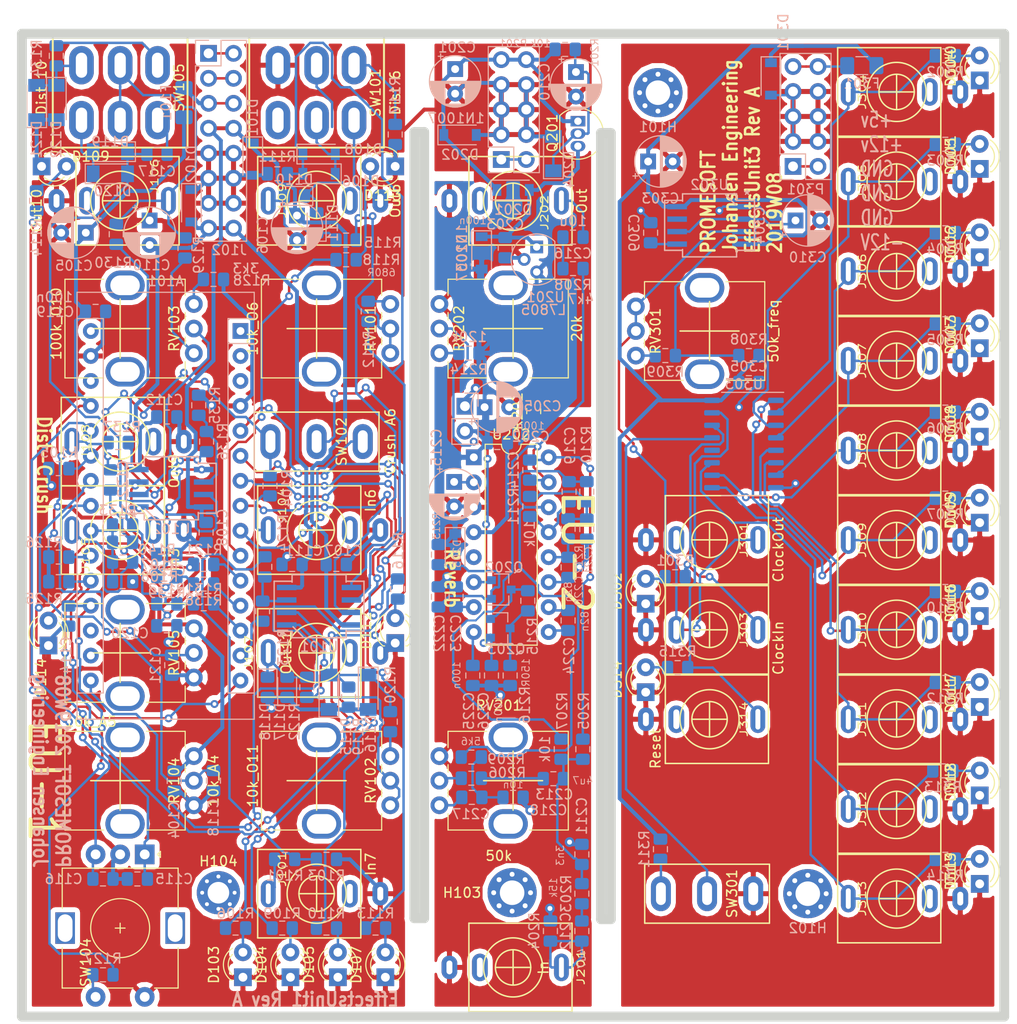
<source format=kicad_pcb>
(kicad_pcb (version 20171130) (host pcbnew "(5.0.2)-1")
  (title_block (title EffectUnit1) (date 2019-02-05) (rev "Rev A") (company "Johansen Engineering"))
  (layers (0 F.Cu signal) (31 B.Cu signal) (34 B.Paste user hide) (35 F.Paste user hide) (36 B.SilkS user) (37 F.SilkS user) (38 B.Mask user hide) (39 F.Mask user hide) (44 Edge.Cuts user))
  (net 0 "")
  (net 1 Btn)
  (net 2 GND)
  (net 3 A1)
  (net 4 LED1)
  (net 5 A2)
  (net 6 LED2)
  (net 7 A3)
  (net 8 LED3)
  (net 9 LED4)
  (net 10 +5V)
  (net 11 A6)
  (net 12 A7)
  (net 13 /Gate)
  (net 14 /CV)
  (net 15 +12V)
  (net 16 -12V)
  (net 17 "Net-(D103-Pad2)")
  (net 18 "Net-(D104-Pad2)")
  (net 19 "Net-(D105-Pad2)")
  (net 20 "Net-(D106-Pad2)")
  (net 21 "Net-(D107-Pad2)")
  (net 22 "Net-(D109-Pad2)")
  (net 23 "Net-(J105-PadT)")
  (net 24 "Net-(C117-Pad2)")
  (net 25 "Net-(R123-Pad1)")
  (net 26 "Net-(R135-Pad1)")
  (net 27 LED-Out10)
  (net 28 LED-Out11)
  (net 29 Out10)
  (net 30 Out11)
  (net 31 "Net-(C117-Pad1)")
  (net 32 "Net-(D106-Pad1)")
  (net 33 "Net-(D110-Pad1)")
  (net 34 Out10Dist)
  (net 35 "Net-(D112-Pad2)")
  (net 36 "Net-(D113-Pad2)")
  (net 37 "Net-(D114-Pad2)")
  (net 38 "Net-(D115-Pad2)")
  (net 39 Out11Dist)
  (net 40 "Net-(D119-Pad2)")
  (net 41 "Net-(D121-Pad1)")
  (net 42 /+5Vin)
  (net 43 "Net-(J101-PadT)")
  (net 44 "Net-(J104-PadT)")
  (net 45 "Net-(R112-Pad1)")
  (net 46 "Net-(R115-Pad2)")
  (net 47 "Net-(R117-Pad2)")
  (net 48 "Net-(R120-Pad1)")
  (net 49 "Net-(R122-Pad2)")
  (net 50 "Net-(R127-Pad2)")
  (net 51 "Net-(R128-Pad1)")
  (net 52 "Net-(R129-Pad2)")
  (net 53 "Net-(R130-Pad2)")
  (net 54 "Net-(R134-Pad2)")
  (net 55 "Net-(R137-Pad2)")
  (net 56 "Net-(RV103-Pad2)")
  (net 57 "Net-(SW102-Pad2)")
  (net 58 +12Vb)
  (net 59 +5VA)
  (net 60 "Net-(C210-Pad1)")
  (net 61 "Net-(C211-Pad1)")
  (net 62 GNDA)
  (net 63 In)
  (net 64 "Net-(C212-Pad1)")
  (net 65 "Net-(C213-Pad2)")
  (net 66 "Net-(C214-Pad1)")
  (net 67 "Net-(C214-Pad2)")
  (net 68 "Net-(C215-Pad1)")
  (net 69 Out)
  (net 70 "Net-(C216-Pad1)")
  (net 71 "Net-(C217-Pad1)")
  (net 72 "Net-(C217-Pad2)")
  (net 73 "Net-(C219-Pad1)")
  (net 74 "Net-(C219-Pad2)")
  (net 75 "Net-(C220-Pad2)")
  (net 76 "Net-(C220-Pad1)")
  (net 77 "Net-(C221-Pad1)")
  (net 78 "Net-(C222-Pad1)")
  (net 79 "Net-(C223-Pad2)")
  (net 80 "Net-(C224-Pad1)")
  (net 81 "Net-(C224-Pad2)")
  (net 82 "Net-(C225-Pad2)")
  (net 83 "Net-(C226-Pad2)")
  (net 84 "Net-(Q202-Pad2)")
  (net 85 "Net-(Q202-Pad3)")
  (net 86 "Net-(Q203-Pad3)")
  (net 87 "Net-(R206-Pad2)")
  (net 88 "Net-(R214-Pad1)")
  (net 89 SDA-A4)
  (net 90 SCL-A5)
  (net 91 Out6)
  (net 92 LED-Out6)
  (net 93 LED-Out9)
  (net 94 Out9)
  (net 95 "Net-(C120-Pad1)")
  (net 96 "Net-(C122-Pad2)")
  (net 97 Out9Dist)
  (net 98 "Net-(C123-Pad1)")
  (net 99 Out6Dist)
  (net 100 +12Vc)
  (net 101 GNDS)
  (net 102 "Net-(C310-Pad1)")
  (net 103 "Net-(P201-Pad1)")
  (net 104 "Net-(C203-Pad2)")
  (net 105 "Net-(C309-Pad2)")
  (net 106 "Net-(D302-Pad2)")
  (net 107 "Net-(D304-Pad2)")
  (net 108 "Net-(D305-Pad2)")
  (net 109 "Net-(D306-Pad2)")
  (net 110 "Net-(D307-Pad2)")
  (net 111 "Net-(D308-Pad2)")
  (net 112 "Net-(D309-Pad2)")
  (net 113 "Net-(D310-Pad2)")
  (net 114 "Net-(D311-Pad2)")
  (net 115 "Net-(D312-Pad2)")
  (net 116 "Net-(D313-Pad2)")
  (net 117 "Net-(D314-Pad2)")
  (net 118 ClockOut)
  (net 119 ClockIn)
  (net 120 Out0)
  (net 121 Out1)
  (net 122 Out2)
  (net 123 Out3)
  (net 124 Out4)
  (net 125 Out5)
  (net 126 Out7)
  (net 127 Out8)
  (net 128 Reset)
  (net 129 "Net-(R309-Pad1)")
  (net 130 "Net-(R311-Pad2)")
  (net 131 "Net-(SW301-Pad2)")
  (net 132 "Net-(F301-Pad1)")
  (net 133 "Net-(P301-Pad1)")
  (module AJ-Dropbox-Kicad:PJ301SM (layer F.Cu) (at 130 100.5 90)
    (fp_text reference J104 (at 2.5 -3.5 90) (layer F.SilkS) (effects (font (size 0.75 1) (thickness 0.125))))
    (fp_text value In6 (at 3 5.5 90) (layer F.SilkS))
    (pad TN thru_hole oval (at 0 3.38 90) (size 2.8 1.6) (drill oval 2 0.6) (layers *.Cu *.Mask))
    (pad S thru_hole oval (at 0 6.48 90) (size 2.4 1.6) (drill oval 1.4 0.6) (layers *.Cu *.Mask) (net 2 GND))
    (pad T thru_hole oval (at 0 -4.92 90) (size 2.8 1.5) (drill oval 2.1 0.5) (layers *.Cu *.Mask) (net 44 "Net-(J104-PadT)"))
  )
  (module AJ-Dropbox-Kicad:PJ301SM (layer F.Cu) (at 110 67 270)
    (fp_text reference J106 (at -2.5 -3.5 270) (layer F.SilkS) (effects (font (size 0.75 1) (thickness 0.125))))
    (fp_text value Out10 (at 1 8.5 270) (layer F.SilkS))
    (pad TN thru_hole oval (at 0 3.38 270) (size 2.8 1.6) (drill oval 2 0.6) (layers *.Cu *.Mask))
    (pad S thru_hole oval (at 0 6.48 270) (size 2.4 1.6) (drill oval 1.4 0.6) (layers *.Cu *.Mask) (net 2 GND))
    (pad T thru_hole oval (at 0 -4.92 270) (size 2.8 1.5) (drill oval 2.1 0.5) (layers *.Cu *.Mask) (net 34 Out10Dist))
  )
  (module AJ-Dropbox-Kicad:PJ301SM (layer F.Cu) (at 130 113 90)
    (fp_text reference J107 (at 0 -6.9 90) (layer F.SilkS) (effects (font (size 0.75 1) (thickness 0.125))))
    (fp_text value Out11 (at 0.03 -3.09 90) (layer F.SilkS))
    (pad TN thru_hole oval (at 0 3.38 90) (size 2.8 1.6) (drill oval 2 0.6) (layers *.Cu *.Mask))
    (pad S thru_hole oval (at 0 6.48 90) (size 2.4 1.6) (drill oval 1.4 0.6) (layers *.Cu *.Mask) (net 2 GND))
    (pad T thru_hole oval (at 0 -4.92 90) (size 2.8 1.5) (drill oval 2.1 0.5) (layers *.Cu *.Mask) (net 39 Out11Dist))
  )
  (module AJ-Dropbox-Kicad:PJ301SM (layer F.Cu) (at 130 137.5 90)
    (fp_text reference J101 (at 2.5 -3.5 90) (layer F.SilkS) (effects (font (size 0.75 1) (thickness 0.125))))
    (fp_text value In7 (at 3 5.5 90) (layer F.SilkS))
    (pad TN thru_hole oval (at 0 3.38 90) (size 2.8 1.6) (drill oval 2 0.6) (layers *.Cu *.Mask))
    (pad S thru_hole oval (at 0 6.48 90) (size 2.4 1.6) (drill oval 1.4 0.6) (layers *.Cu *.Mask) (net 2 GND))
    (pad T thru_hole oval (at 0 -4.92 90) (size 2.8 1.5) (drill oval 2.1 0.5) (layers *.Cu *.Mask) (net 43 "Net-(J101-PadT)"))
  )
  (module AJ-Dropbox-Kicad:PJ301SM (layer F.Cu) (at 110 100.5 90)
    (fp_text reference J105 (at -2.5 -3.5 90) (layer F.SilkS) (effects (font (size 0.75 1) (thickness 0.125))))
    (fp_text value In3 (at -3 5.5 90) (layer F.SilkS))
    (pad TN thru_hole oval (at 0 3.38 90) (size 2.8 1.6) (drill oval 2 0.6) (layers *.Cu *.Mask))
    (pad S thru_hole oval (at 0 6.48 90) (size 2.4 1.6) (drill oval 1.4 0.6) (layers *.Cu *.Mask) (net 2 GND))
    (pad T thru_hole oval (at 0 -4.92 90) (size 2.8 1.5) (drill oval 2.1 0.5) (layers *.Cu *.Mask) (net 23 "Net-(J105-PadT)"))
  )
  (module AJ-Dropbox-Kicad:PJ301SM (layer F.Cu) (at 110 91.5 90)
    (fp_text reference J108 (at 0 -3.5 90) (layer F.SilkS) (effects (font (size 0.75 1) (thickness 0.125))))
    (fp_text value Out9 (at -3 5.5 90) (layer F.SilkS))
    (pad TN thru_hole oval (at 0 3.38 90) (size 2.8 1.6) (drill oval 2 0.6) (layers *.Cu *.Mask))
    (pad S thru_hole oval (at 0 6.48 90) (size 2.4 1.6) (drill oval 1.4 0.6) (layers *.Cu *.Mask) (net 2 GND))
    (pad T thru_hole oval (at 0 -4.92 90) (size 2.8 1.5) (drill oval 2.1 0.5) (layers *.Cu *.Mask) (net 97 Out9Dist))
  )
  (module AJ-Dropbox-Kicad:PJ301SM (layer F.Cu) (at 130 67 90)
    (fp_text reference J109 (at 0 -3.5 90) (layer F.SilkS) (effects (font (size 0.75 1) (thickness 0.125))))
    (fp_text value Out6 (at 0 8 90) (layer F.SilkS))
    (pad TN thru_hole oval (at 0 3.38 90) (size 2.8 1.6) (drill oval 2 0.6) (layers *.Cu *.Mask))
    (pad S thru_hole oval (at 0 6.48 90) (size 2.4 1.6) (drill oval 1.4 0.6) (layers *.Cu *.Mask) (net 2 GND))
    (pad T thru_hole oval (at 0 -4.92 90) (size 2.8 1.5) (drill oval 2.1 0.5) (layers *.Cu *.Mask) (net 99 Out6Dist))
  )
  (module AJ-Dropbox-Kicad:PJ301SM (layer F.Cu) (at 150 145 270)
    (fp_text reference J201 (at 0 -6.9 270) (layer F.SilkS) (effects (font (size 0.75 1) (thickness 0.125))))
    (fp_text value In (at 0.03 -3.09 270) (layer F.SilkS))
    (pad TN thru_hole oval (at 0 3.38 270) (size 2.8 1.6) (drill oval 2 0.6) (layers *.Cu *.Mask))
    (pad S thru_hole oval (at 0 6.48 270) (size 2.4 1.6) (drill oval 1.4 0.6) (layers *.Cu *.Mask) (net 62 GNDA))
    (pad T thru_hole oval (at 0 -4.92 270) (size 2.8 1.5) (drill oval 2.1 0.5) (layers *.Cu *.Mask) (net 63 In))
  )
  (module AJ-Dropbox-Kicad:PJ301SM (layer F.Cu) (at 150 67 270)
    (fp_text reference J202 (at 1.2 -3.2 270) (layer F.SilkS) (effects (font (size 0.75 1) (thickness 0.125))))
    (fp_text value Out (at 0.03 -7 270) (layer F.SilkS))
    (pad TN thru_hole oval (at 0 3.38 270) (size 2.8 1.6) (drill oval 2 0.6) (layers *.Cu *.Mask))
    (pad S thru_hole oval (at 0 6.48 270) (size 2.4 1.6) (drill oval 1.4 0.6) (layers *.Cu *.Mask) (net 62 GNDA))
    (pad T thru_hole oval (at 0 -4.92 270) (size 2.8 1.5) (drill oval 2.1 0.5) (layers *.Cu *.Mask) (net 69 Out))
  )
  (module Potentiometer_THT:Potentiometer_China_RK09_Single_Vertical_AJ (layer F.Cu) (at 117.5 77.5 180)
    (fp_text reference RV103 (at 2 -2.5 270) (layer F.SilkS))
    (fp_text value 100k_O10 (at 14 -2 270) (layer F.SilkS))
    (pad "" np_thru_hole oval (at 7 1.9 180) (size 4 3) (drill oval 3 2) (layers *.Cu *.Mask))
    (pad "" np_thru_hole oval (at 7 -6.9 180) (size 4 3) (drill oval 3 2) (layers *.Cu *.Mask))
    (pad 1 thru_hole circle (at 0 0 180) (size 1.8 1.8) (drill 1) (layers *.Cu *.Mask) (net 51 "Net-(R128-Pad1)"))
    (pad 2 thru_hole circle (at 0 -2.5 180) (size 1.8 1.8) (drill 1) (layers *.Cu *.Mask) (net 56 "Net-(RV103-Pad2)"))
    (pad 3 thru_hole circle (at 0 -5 180) (size 1.8 1.8) (drill 1) (layers *.Cu *.Mask) (net 52 "Net-(R129-Pad2)"))
  )
  (module Potentiometer_THT:Potentiometer_China_RK09_Single_Vertical_AJ (layer F.Cu) (at 142.5 128.5)
    (fp_text reference RV201 (at 6.05 -10.15) (layer F.SilkS))
    (fp_text value 50k (at 6.05 5.15) (layer F.SilkS))
    (pad "" np_thru_hole oval (at 7 1.9) (size 4 3) (drill oval 3 2) (layers *.Cu *.Mask))
    (pad "" np_thru_hole oval (at 7 -6.9) (size 4 3) (drill oval 3 2) (layers *.Cu *.Mask))
    (pad 1 thru_hole circle (at 0 0) (size 1.8 1.8) (drill 1) (layers *.Cu *.Mask) (net 72 "Net-(C217-Pad2)"))
    (pad 2 thru_hole circle (at 0 -2.5) (size 1.8 1.8) (drill 1) (layers *.Cu *.Mask) (net 87 "Net-(R206-Pad2)"))
    (pad 3 thru_hole circle (at 0 -5) (size 1.8 1.8) (drill 1) (layers *.Cu *.Mask) (net 62 GNDA))
  )
  (module Potentiometer_THT:Potentiometer_China_RK09_Single_Vertical_AJ (layer F.Cu) (at 137.5 77.5 180)
    (fp_text reference RV101 (at 2 -2.5 270) (layer F.SilkS))
    (fp_text value 10k_O6 (at 14 -2.5 270) (layer F.SilkS))
    (pad "" np_thru_hole oval (at 7 1.9 180) (size 4 3) (drill oval 3 2) (layers *.Cu *.Mask))
    (pad "" np_thru_hole oval (at 7 -6.9 180) (size 4 3) (drill oval 3 2) (layers *.Cu *.Mask))
    (pad 1 thru_hole circle (at 0 0 180) (size 1.8 1.8) (drill 1) (layers *.Cu *.Mask) (net 45 "Net-(R112-Pad1)"))
    (pad 2 thru_hole circle (at 0 -2.5 180) (size 1.8 1.8) (drill 1) (layers *.Cu *.Mask) (net 46 "Net-(R115-Pad2)"))
    (pad 3 thru_hole circle (at 0 -5 180) (size 1.8 1.8) (drill 1) (layers *.Cu *.Mask) (net 46 "Net-(R115-Pad2)"))
  )
  (module Potentiometer_THT:Potentiometer_China_RK09_Single_Vertical_AJ (layer F.Cu) (at 137.5 123.5 180)
    (fp_text reference RV102 (at 2 -2.5 270) (layer F.SilkS))
    (fp_text value 10k_O11 (at 14 -2 270) (layer F.SilkS))
    (pad "" np_thru_hole oval (at 7 1.9 180) (size 4 3) (drill oval 3 2) (layers *.Cu *.Mask))
    (pad "" np_thru_hole oval (at 7 -6.9 180) (size 4 3) (drill oval 3 2) (layers *.Cu *.Mask))
    (pad 1 thru_hole circle (at 0 0 180) (size 1.8 1.8) (drill 1) (layers *.Cu *.Mask) (net 48 "Net-(R120-Pad1)"))
    (pad 2 thru_hole circle (at 0 -2.5 180) (size 1.8 1.8) (drill 1) (layers *.Cu *.Mask) (net 49 "Net-(R122-Pad2)"))
    (pad 3 thru_hole circle (at 0 -5 180) (size 1.8 1.8) (drill 1) (layers *.Cu *.Mask) (net 49 "Net-(R122-Pad2)"))
  )
  (module Potentiometer_THT:Potentiometer_China_RK09_Single_Vertical_AJ (layer F.Cu) (at 117.5 123.5 180)
    (fp_text reference RV104 (at 2 -2.5 270) (layer F.SilkS))
    (fp_text value 10k_A4 (at -2 -2.5 270) (layer F.SilkS))
    (pad "" np_thru_hole oval (at 7 1.9 180) (size 4 3) (drill oval 3 2) (layers *.Cu *.Mask))
    (pad "" np_thru_hole oval (at 7 -6.9 180) (size 4 3) (drill oval 3 2) (layers *.Cu *.Mask))
    (pad 1 thru_hole circle (at 0 0 180) (size 1.8 1.8) (drill 1) (layers *.Cu *.Mask) (net 10 +5V))
    (pad 2 thru_hole circle (at 0 -2.5 180) (size 1.8 1.8) (drill 1) (layers *.Cu *.Mask) (net 89 SDA-A4))
    (pad 3 thru_hole circle (at 0 -5 180) (size 1.8 1.8) (drill 1) (layers *.Cu *.Mask) (net 2 GND))
  )
  (module Potentiometer_THT:Potentiometer_China_RK09_Single_Vertical_AJ (layer F.Cu) (at 117.5 110.5 180)
    (fp_text reference RV105 (at 2 -2.5 270) (layer F.SilkS))
    (fp_text value 10k_A5 (at 10.5 -9.5) (layer F.SilkS))
    (pad "" np_thru_hole oval (at 7 1.9 180) (size 4 3) (drill oval 3 2) (layers *.Cu *.Mask))
    (pad "" np_thru_hole oval (at 7 -6.9 180) (size 4 3) (drill oval 3 2) (layers *.Cu *.Mask))
    (pad 1 thru_hole circle (at 0 0 180) (size 1.8 1.8) (drill 1) (layers *.Cu *.Mask) (net 10 +5V))
    (pad 2 thru_hole circle (at 0 -2.5 180) (size 1.8 1.8) (drill 1) (layers *.Cu *.Mask) (net 90 SCL-A5))
    (pad 3 thru_hole circle (at 0 -5 180) (size 1.8 1.8) (drill 1) (layers *.Cu *.Mask) (net 2 GND))
  )
  (module AJ-Dropbox-Kicad:SP1MS1 (layer F.Cu) (at 130 91.5 90)
    (fp_text reference SW102 (at 0 2.54 90) (layer F.SilkS))
    (fp_text value "Crush A6" (at 0 7.5 270) (layer F.SilkS))
    (pad 1 thru_hole oval (at 0 4.7 90) (size 3.556 2.032) (drill oval 2.3 1) (layers *.Cu *.Mask) (net 91 Out6))
    (pad 2 thru_hole oval (at 0 0 90) (size 3.556 2.032) (drill oval 2.3 1) (layers *.Cu *.Mask) (net 57 "Net-(SW102-Pad2)"))
    (pad 3 thru_hole oval (at 0 -4.7 90) (size 3.556 2.032) (drill oval 2.3 1) (layers *.Cu *.Mask) (net 11 A6))
  )
  (module Module:Arduino_Nano (layer B.Cu) (at 122.25 80.25 180)
    (fp_text reference A101 (at 7.62 5.08 180) (layer B.SilkS) (effects (justify mirror)))
    (fp_text value Arduino_Nano_v3.x)
    (pad 1 thru_hole rect (at 0 0 180) (size 1.6 1.6) (drill 0.8) (layers *.Cu *.Mask))
    (pad 17 thru_hole oval (at 15.24 -33.02 180) (size 1.6 1.6) (drill 0.8) (layers *.Cu *.Mask))
    (pad 2 thru_hole oval (at 0 -2.54 180) (size 1.6 1.6) (drill 0.8) (layers *.Cu *.Mask))
    (pad 18 thru_hole oval (at 15.24 -30.48 180) (size 1.6 1.6) (drill 0.8) (layers *.Cu *.Mask))
    (pad 3 thru_hole oval (at 0 -5.08 180) (size 1.6 1.6) (drill 0.8) (layers *.Cu *.Mask))
    (pad 19 thru_hole oval (at 15.24 -27.94 180) (size 1.6 1.6) (drill 0.8) (layers *.Cu *.Mask) (net 1 Btn))
    (pad 4 thru_hole oval (at 0 -7.62 180) (size 1.6 1.6) (drill 0.8) (layers *.Cu *.Mask) (net 2 GND))
    (pad 20 thru_hole oval (at 15.24 -25.4 180) (size 1.6 1.6) (drill 0.8) (layers *.Cu *.Mask) (net 3 A1))
    (pad 5 thru_hole oval (at 0 -10.16 180) (size 1.6 1.6) (drill 0.8) (layers *.Cu *.Mask) (net 4 LED1))
    (pad 21 thru_hole oval (at 15.24 -22.86 180) (size 1.6 1.6) (drill 0.8) (layers *.Cu *.Mask) (net 5 A2))
    (pad 6 thru_hole oval (at 0 -12.7 180) (size 1.6 1.6) (drill 0.8) (layers *.Cu *.Mask) (net 6 LED2))
    (pad 22 thru_hole oval (at 15.24 -20.32 180) (size 1.6 1.6) (drill 0.8) (layers *.Cu *.Mask) (net 7 A3))
    (pad 7 thru_hole oval (at 0 -15.24 180) (size 1.6 1.6) (drill 0.8) (layers *.Cu *.Mask) (net 8 LED3))
    (pad 23 thru_hole oval (at 15.24 -17.78 180) (size 1.6 1.6) (drill 0.8) (layers *.Cu *.Mask) (net 89 SDA-A4))
    (pad 8 thru_hole oval (at 0 -17.78 180) (size 1.6 1.6) (drill 0.8) (layers *.Cu *.Mask) (net 9 LED4))
    (pad 24 thru_hole oval (at 15.24 -15.24 180) (size 1.6 1.6) (drill 0.8) (layers *.Cu *.Mask) (net 90 SCL-A5))
    (pad 9 thru_hole oval (at 0 -20.32 180) (size 1.6 1.6) (drill 0.8) (layers *.Cu *.Mask) (net 91 Out6))
    (pad 25 thru_hole oval (at 15.24 -12.7 180) (size 1.6 1.6) (drill 0.8) (layers *.Cu *.Mask) (net 11 A6))
    (pad 10 thru_hole oval (at 0 -22.86 180) (size 1.6 1.6) (drill 0.8) (layers *.Cu *.Mask) (net 92 LED-Out6))
    (pad 26 thru_hole oval (at 15.24 -10.16 180) (size 1.6 1.6) (drill 0.8) (layers *.Cu *.Mask) (net 12 A7))
    (pad 11 thru_hole oval (at 0 -25.4 180) (size 1.6 1.6) (drill 0.8) (layers *.Cu *.Mask) (net 93 LED-Out9))
    (pad 27 thru_hole oval (at 15.24 -7.62 180) (size 1.6 1.6) (drill 0.8) (layers *.Cu *.Mask) (net 10 +5V))
    (pad 12 thru_hole oval (at 0 -27.94 180) (size 1.6 1.6) (drill 0.8) (layers *.Cu *.Mask) (net 94 Out9))
    (pad 28 thru_hole oval (at 15.24 -5.08 180) (size 1.6 1.6) (drill 0.8) (layers *.Cu *.Mask))
    (pad 13 thru_hole oval (at 0 -30.48 180) (size 1.6 1.6) (drill 0.8) (layers *.Cu *.Mask) (net 29 Out10))
    (pad 29 thru_hole oval (at 15.24 -2.54 180) (size 1.6 1.6) (drill 0.8) (layers *.Cu *.Mask) (net 2 GND))
    (pad 14 thru_hole oval (at 0 -33.02 180) (size 1.6 1.6) (drill 0.8) (layers *.Cu *.Mask) (net 30 Out11))
    (pad 30 thru_hole oval (at 15.24 0 180) (size 1.6 1.6) (drill 0.8) (layers *.Cu *.Mask))
    (pad 15 thru_hole oval (at 0 -35.56 180) (size 1.6 1.6) (drill 0.8) (layers *.Cu *.Mask) (net 27 LED-Out10))
    (pad 16 thru_hole oval (at 15.24 -35.56 180) (size 1.6 1.6) (drill 0.8) (layers *.Cu *.Mask) (net 28 LED-Out11))
  )
  (module Capacitor_SMD:C_0805_2012Metric_Pad1.15x1.40mm_HandSolder (layer B.Cu) (at 115.5 126.025 90)
    (fp_text reference C104 (at -3.975 0 90) (layer B.SilkS) (effects (justify mirror)))
    (fp_text value 100n)
    (pad 2 smd roundrect (at 1.025 0 90) (size 1.15 1.4) (layers B.Cu B.Paste B.Mask) (roundrect_rratio 0.217391) (net 10 +5V))
    (pad 1 smd roundrect (at -1.025 0 90) (size 1.15 1.4) (layers B.Cu B.Paste B.Mask) (roundrect_rratio 0.217391) (net 2 GND))
  )
  (module Capacitor_THT:CP_Radial_D5.0mm_P2.50mm (layer B.Cu) (at 106.5 70.25 180)
    (fp_text reference C105 (at 1.2 -3.35 180) (layer B.SilkS) (effects (justify mirror)))
    (fp_text value 100uF)
    (pad 2 thru_hole circle (at 2.5 0 180) (size 1.6 1.6) (drill 0.8) (layers *.Cu *.Mask) (net 2 GND))
    (pad 1 thru_hole rect (at 0 0 180) (size 1.6 1.6) (drill 0.8) (layers *.Cu *.Mask) (net 10 +5V))
  )
  (module Capacitor_THT:CP_Radial_D5.0mm_P2.50mm (layer B.Cu) (at 128 68.5 270)
    (fp_text reference C106 (at 2 3.5 270) (layer B.SilkS) (effects (justify mirror)))
    (fp_text value "100uF 16v")
    (pad 2 thru_hole circle (at 2.5 0 270) (size 1.6 1.6) (drill 0.8) (layers *.Cu *.Mask) (net 2 GND))
    (pad 1 thru_hole rect (at 0 0 270) (size 1.6 1.6) (drill 0.8) (layers *.Cu *.Mask) (net 15 +12V))
  )
  (module Capacitor_SMD:C_0805_2012Metric_Pad1.15x1.40mm_HandSolder (layer B.Cu) (at 132 104 180)
    (fp_text reference C107 (at -0.7 1.4 180) (layer B.SilkS) (effects (justify mirror)))
    (fp_text value 100n)
    (pad 1 smd roundrect (at -1.025 0 180) (size 1.15 1.4) (layers B.Cu B.Paste B.Mask) (roundrect_rratio 0.217391) (net 2 GND))
    (pad 2 smd roundrect (at 1.025 0 180) (size 1.15 1.4) (layers B.Cu B.Paste B.Mask) (roundrect_rratio 0.217391) (net 15 +12V))
  )
  (module Capacitor_SMD:C_0805_2012Metric_Pad1.15x1.40mm_HandSolder (layer B.Cu) (at 118.75 100.75 90)
    (fp_text reference C108 (at 0.5 1.65 90) (layer B.SilkS) (effects (justify mirror)))
    (fp_text value 100n)
    (pad 2 smd roundrect (at 1.025 0 90) (size 1.15 1.4) (layers B.Cu B.Paste B.Mask) (roundrect_rratio 0.217391) (net 15 +12V))
    (pad 1 smd roundrect (at -1.025 0 90) (size 1.15 1.4) (layers B.Cu B.Paste B.Mask) (roundrect_rratio 0.217391) (net 2 GND))
  )
  (module Capacitor_THT:CP_Radial_D5.0mm_P2.50mm (layer B.Cu) (at 113 69 270)
    (fp_text reference C110 (at 4.55 -0.2) (layer B.SilkS) (effects (justify mirror)))
    (fp_text value "100uF 16v")
    (pad 1 thru_hole rect (at 0 0 270) (size 1.6 1.6) (drill 0.8) (layers *.Cu *.Mask) (net 2 GND))
    (pad 2 thru_hole circle (at 2.5 0 270) (size 1.6 1.6) (drill 0.8) (layers *.Cu *.Mask) (net 16 -12V))
  )
  (module Capacitor_SMD:C_0805_2012Metric_Pad1.15x1.40mm_HandSolder (layer B.Cu) (at 127.5 104 180)
    (fp_text reference C111 (at -1.2 1.4 180) (layer B.SilkS) (effects (justify mirror)))
    (fp_text value 100n)
    (pad 1 smd roundrect (at -1.025 0 180) (size 1.15 1.4) (layers B.Cu B.Paste B.Mask) (roundrect_rratio 0.217391) (net 16 -12V))
    (pad 2 smd roundrect (at 1.025 0 180) (size 1.15 1.4) (layers B.Cu B.Paste B.Mask) (roundrect_rratio 0.217391) (net 2 GND))
  )
  (module Capacitor_SMD:C_0805_2012Metric_Pad1.15x1.40mm_HandSolder (layer B.Cu) (at 114.75 89)
    (fp_text reference C112 (at -0.25 -1.75) (layer B.SilkS) (effects (justify mirror)))
    (fp_text value 100n)
    (pad 1 smd roundrect (at -1.025 0) (size 1.15 1.4) (layers B.Cu B.Paste B.Mask) (roundrect_rratio 0.217391) (net 16 -12V))
    (pad 2 smd roundrect (at 1.025 0) (size 1.15 1.4) (layers B.Cu B.Paste B.Mask) (roundrect_rratio 0.217391) (net 2 GND))
  )
  (module Capacitor_SMD:C_0805_2012Metric_Pad1.15x1.40mm_HandSolder (layer B.Cu) (at 104.75 109.25 270)
    (fp_text reference C114 (at 4 0.25 270) (layer B.SilkS) (effects (justify mirror)))
    (fp_text value 47n)
    (pad 1 smd roundrect (at -1.025 0 270) (size 1.15 1.4) (layers B.Cu B.Paste B.Mask) (roundrect_rratio 0.217391) (net 1 Btn))
    (pad 2 smd roundrect (at 1.025 0 270) (size 1.15 1.4) (layers B.Cu B.Paste B.Mask) (roundrect_rratio 0.217391) (net 2 GND))
  )
  (module Capacitor_SMD:C_0805_2012Metric_Pad1.15x1.40mm_HandSolder (layer B.Cu) (at 111.75 136 180)
    (fp_text reference C115 (at -3.75 0 180) (layer B.SilkS) (effects (justify mirror)))
    (fp_text value 100n)
    (pad 2 smd roundrect (at 1.025 0 180) (size 1.15 1.4) (layers B.Cu B.Paste B.Mask) (roundrect_rratio 0.217391) (net 2 GND))
    (pad 1 smd roundrect (at -1.025 0 180) (size 1.15 1.4) (layers B.Cu B.Paste B.Mask) (roundrect_rratio 0.217391) (net 3 A1))
  )
  (module Capacitor_SMD:C_0805_2012Metric_Pad1.15x1.40mm_HandSolder (layer B.Cu) (at 108.25 136)
    (fp_text reference C116 (at -4 0) (layer B.SilkS) (effects (justify mirror)))
    (fp_text value 100n)
    (pad 1 smd roundrect (at -1.025 0) (size 1.15 1.4) (layers B.Cu B.Paste B.Mask) (roundrect_rratio 0.217391) (net 5 A2))
    (pad 2 smd roundrect (at 1.025 0) (size 1.15 1.4) (layers B.Cu B.Paste B.Mask) (roundrect_rratio 0.217391) (net 2 GND))
  )
  (module Capacitor_SMD:C_0805_2012Metric_Pad1.15x1.40mm_HandSolder (layer B.Cu) (at 113.75 62.25 180)
    (fp_text reference C117 (at 0 -1.75 180) (layer B.SilkS) (effects (justify mirror)))
    (fp_text value 33n)
    (pad 2 smd roundrect (at 1.025 0 180) (size 1.15 1.4) (layers B.Cu B.Paste B.Mask) (roundrect_rratio 0.217391) (net 24 "Net-(C117-Pad2)"))
    (pad 1 smd roundrect (at -1.025 0 180) (size 1.15 1.4) (layers B.Cu B.Paste B.Mask) (roundrect_rratio 0.217391) (net 31 "Net-(C117-Pad1)"))
  )
  (module Capacitor_SMD:C_0805_2012Metric_Pad1.15x1.40mm_HandSolder (layer B.Cu) (at 107.5 78.25)
    (fp_text reference C119 (at -4.1 0.05) (layer B.SilkS) (effects (justify mirror)))
    (fp_text value 100n (at -4.2 -1.45) (layer B.SilkS) (effects (justify mirror)))
    (pad 1 smd roundrect (at -1.025 0) (size 1.15 1.4) (layers B.Cu B.Paste B.Mask) (roundrect_rratio 0.217391) (net 10 +5V))
    (pad 2 smd roundrect (at 1.025 0) (size 1.15 1.4) (layers B.Cu B.Paste B.Mask) (roundrect_rratio 0.217391) (net 2 GND))
  )
  (module Capacitor_SMD:C_0805_2012Metric_Pad1.15x1.40mm_HandSolder (layer B.Cu) (at 114.75 110.25)
    (fp_text reference C120 (at -3.75 0.75) (layer B.SilkS) (effects (justify mirror)))
    (fp_text value 33n)
    (pad 2 smd roundrect (at 1.025 0) (size 1.15 1.4) (layers B.Cu B.Paste B.Mask) (roundrect_rratio 0.217391) (net 2 GND))
    (pad 1 smd roundrect (at -1.025 0) (size 1.15 1.4) (layers B.Cu B.Paste B.Mask) (roundrect_rratio 0.217391) (net 95 "Net-(C120-Pad1)"))
  )
  (module Capacitor_SMD:C_0805_2012Metric_Pad1.15x1.40mm_HandSolder (layer B.Cu) (at 109 95.4 270)
    (fp_text reference C122 (at -0.1 -1.3 270) (layer B.SilkS) (effects (justify mirror)))
    (fp_text value 44n)
    (pad 2 smd roundrect (at 1.025 0 270) (size 1.15 1.4) (layers B.Cu B.Paste B.Mask) (roundrect_rratio 0.217391) (net 96 "Net-(C122-Pad2)"))
    (pad 1 smd roundrect (at -1.025 0 270) (size 1.15 1.4) (layers B.Cu B.Paste B.Mask) (roundrect_rratio 0.217391) (net 97 Out9Dist))
  )
  (module Capacitor_SMD:C_0805_2012Metric_Pad1.15x1.40mm_HandSolder (layer B.Cu) (at 114.75 103)
    (fp_text reference C123 (at 0 1.65) (layer B.SilkS) (effects (justify mirror)))
    (fp_text value 44n)
    (pad 1 smd roundrect (at -1.025 0) (size 1.15 1.4) (layers B.Cu B.Paste B.Mask) (roundrect_rratio 0.217391) (net 98 "Net-(C123-Pad1)"))
    (pad 2 smd roundrect (at 1.025 0) (size 1.15 1.4) (layers B.Cu B.Paste B.Mask) (roundrect_rratio 0.217391) (net 2 GND))
  )
  (module Diode_SMD:D_SOD-123 (layer B.Cu) (at 123.5 62.75 270)
    (fp_text reference D101 (at -4.25 0 270) (layer B.SilkS) (effects (justify mirror)))
    (fp_text value 1N1007)
    (pad 2 smd rect (at 1.65 0 270) (size 0.9 1.2) (layers B.Cu B.Paste B.Mask) (net 2 GND))
    (pad 1 smd rect (at -1.65 0 270) (size 0.9 1.2) (layers B.Cu B.Paste B.Mask) (net 15 +12V))
  )
  (module Diode_SMD:D_SOD-123 (layer B.Cu) (at 117.25 67.5 270)
    (fp_text reference D102 (at -4.25 0 270) (layer B.SilkS) (effects (justify mirror)))
    (fp_text value 1N1007)
    (pad 1 smd rect (at -1.65 0 270) (size 0.9 1.2) (layers B.Cu B.Paste B.Mask) (net 2 GND))
    (pad 2 smd rect (at 1.65 0 270) (size 0.9 1.2) (layers B.Cu B.Paste B.Mask) (net 16 -12V))
  )
  (module LED_THT:LED_D3.0mm (layer F.Cu) (at 122.5 146 90)
    (fp_text reference D103 (at 1.27 -2.96 90) (layer F.SilkS))
    (fp_text value LED1)
    (pad 1 thru_hole rect (at 0 0 90) (size 1.8 1.8) (drill 0.9) (layers *.Cu *.Mask) (net 2 GND))
    (pad 2 thru_hole circle (at 2.54 0 90) (size 1.8 1.8) (drill 0.9) (layers *.Cu *.Mask) (net 17 "Net-(D103-Pad2)"))
  )
  (module LED_THT:LED_D3.0mm (layer F.Cu) (at 127.333333 146 90)
    (fp_text reference D104 (at 1.27 -2.96 90) (layer F.SilkS))
    (fp_text value LED2)
    (pad 2 thru_hole circle (at 2.54 0 90) (size 1.8 1.8) (drill 0.9) (layers *.Cu *.Mask) (net 18 "Net-(D104-Pad2)"))
    (pad 1 thru_hole rect (at 0 0 90) (size 1.8 1.8) (drill 0.9) (layers *.Cu *.Mask) (net 2 GND))
  )
  (module LED_THT:LED_D3.0mm (layer F.Cu) (at 132.166666 146 90)
    (fp_text reference D105 (at 1.27 -2.96 90) (layer F.SilkS))
    (fp_text value LED3)
    (pad 2 thru_hole circle (at 2.54 0 90) (size 1.8 1.8) (drill 0.9) (layers *.Cu *.Mask) (net 19 "Net-(D105-Pad2)"))
    (pad 1 thru_hole rect (at 0 0 90) (size 1.8 1.8) (drill 0.9) (layers *.Cu *.Mask) (net 2 GND))
  )
  (module Diode_SMD:D_SOD-123 (layer B.Cu) (at 130.25 62.25)
    (fp_text reference D106 (at 4.25 2.75) (layer B.SilkS) (effects (justify mirror)))
    (fp_text value 1N1007)
    (pad 2 smd rect (at 1.65 0) (size 0.9 1.2) (layers B.Cu B.Paste B.Mask) (net 20 "Net-(D106-Pad2)"))
    (pad 1 smd rect (at -1.65 0) (size 0.9 1.2) (layers B.Cu B.Paste B.Mask) (net 32 "Net-(D106-Pad1)"))
  )
  (module LED_THT:LED_D3.0mm (layer F.Cu) (at 137 146 90)
    (fp_text reference D107 (at 1.27 -2.96 90) (layer F.SilkS))
    (fp_text value LED4)
    (pad 1 thru_hole rect (at 0 0 90) (size 1.8 1.8) (drill 0.9) (layers *.Cu *.Mask) (net 2 GND))
    (pad 2 thru_hole circle (at 2.54 0 90) (size 1.8 1.8) (drill 0.9) (layers *.Cu *.Mask) (net 21 "Net-(D107-Pad2)"))
  )
  (module Diode_SMD:D_SOD-123 (layer B.Cu) (at 130.25 64.25 180)
    (fp_text reference D108 (at -4.5 2.5 180) (layer B.SilkS) (effects (justify mirror)))
    (fp_text value 1N1007)
    (pad 1 smd rect (at -1.65 0 180) (size 0.9 1.2) (layers B.Cu B.Paste B.Mask) (net 20 "Net-(D106-Pad2)"))
    (pad 2 smd rect (at 1.65 0 180) (size 0.9 1.2) (layers B.Cu B.Paste B.Mask) (net 32 "Net-(D106-Pad1)"))
  )
  (module LED_THT:LED_D3.0mm (layer F.Cu) (at 102 63.5)
    (fp_text reference D109 (at 5 -1) (layer F.SilkS))
    (fp_text value LED_Out10)
    (pad 1 thru_hole rect (at 0 0) (size 1.8 1.8) (drill 0.9) (layers *.Cu *.Mask) (net 2 GND))
    (pad 2 thru_hole circle (at 2.54 0) (size 1.8 1.8) (drill 0.9) (layers *.Cu *.Mask) (net 22 "Net-(D109-Pad2)"))
  )
  (module LED_THT:LED_D3.0mm (layer F.Cu) (at 138 112 90)
    (fp_text reference D112 (at 1.27 -2.96 90) (layer F.SilkS))
    (fp_text value LED_Out11)
    (pad 1 thru_hole rect (at 0 0 90) (size 1.8 1.8) (drill 0.9) (layers *.Cu *.Mask) (net 2 GND))
    (pad 2 thru_hole circle (at 2.54 0 90) (size 1.8 1.8) (drill 0.9) (layers *.Cu *.Mask) (net 35 "Net-(D112-Pad2)"))
  )
  (module LED_THT:LED_D3.0mm (layer F.Cu) (at 138 63.5 180)
    (fp_text reference D113 (at 1.27 -2.96 180) (layer F.SilkS))
    (fp_text value LED_Out6)
    (pad 1 thru_hole rect (at 0 0 180) (size 1.8 1.8) (drill 0.9) (layers *.Cu *.Mask) (net 2 GND))
    (pad 2 thru_hole circle (at 2.54 0 180) (size 1.8 1.8) (drill 0.9) (layers *.Cu *.Mask) (net 36 "Net-(D113-Pad2)"))
  )
  (module LED_THT:LED_D3.0mm (layer F.Cu) (at 102.7 112.25 90)
    (fp_text reference D114 (at -3.25 -0.75 90) (layer F.SilkS))
    (fp_text value LED_Out9)
    (pad 2 thru_hole circle (at 2.54 0 90) (size 1.8 1.8) (drill 0.9) (layers *.Cu *.Mask) (net 37 "Net-(D114-Pad2)"))
    (pad 1 thru_hole rect (at 0 0 90) (size 1.8 1.8) (drill 0.9) (layers *.Cu *.Mask) (net 2 GND))
  )
  (module Diode_SMD:D_MiniMELF (layer B.Cu) (at 131.25 117 90)
    (fp_text reference D115 (at -4.5 1.75 90) (layer B.SilkS) (effects (justify mirror)))
    (fp_text value LL4148)
    (pad 2 smd rect (at 1.75 0 90) (size 1.3 1.7) (layers B.Cu B.Paste B.Mask) (net 38 "Net-(D115-Pad2)"))
    (pad 1 smd rect (at -1.75 0 90) (size 1.3 1.7) (layers B.Cu B.Paste B.Mask) (net 2 GND))
  )
  (module Diode_SMD:D_MiniMELF (layer B.Cu) (at 135.25 117 270)
    (fp_text reference D116 (at 4.25 -0.25 270) (layer B.SilkS) (effects (justify mirror)))
    (fp_text value LL4148)
    (pad 1 smd rect (at -1.75 0 270) (size 1.3 1.7) (layers B.Cu B.Paste B.Mask) (net 38 "Net-(D115-Pad2)"))
    (pad 2 smd rect (at 1.75 0 270) (size 1.3 1.7) (layers B.Cu B.Paste B.Mask) (net 2 GND))
  )
  (module LED_SMD:LED_0805_2012Metric_Pad1.15x1.40mm_HandSolder (layer B.Cu) (at 127 116.5 90)
    (fp_text reference D117 (at -3.5 -0.75 90) (layer B.SilkS) (effects (justify mirror)))
    (fp_text value LED_11dist)
    (pad 1 smd roundrect (at -1.025 0 90) (size 1.15 1.4) (layers B.Cu B.Paste B.Mask) (roundrect_rratio 0.217391) (net 2 GND))
    (pad 2 smd roundrect (at 1.025 0 90) (size 1.15 1.4) (layers B.Cu B.Paste B.Mask) (roundrect_rratio 0.217391) (net 39 Out11Dist))
  )
  (module Diode_SMD:D_MiniMELF (layer B.Cu) (at 109 62 180)
    (fp_text reference D119 (at 0 1 180) (layer B.SilkS) (effects (justify mirror)))
    (fp_text value LL4148)
    (pad 1 smd rect (at -1.75 0 180) (size 1.3 1.7) (layers B.Cu B.Paste B.Mask) (net 24 "Net-(C117-Pad2)"))
    (pad 2 smd rect (at 1.75 0 180) (size 1.3 1.7) (layers B.Cu B.Paste B.Mask) (net 40 "Net-(D119-Pad2)"))
  )
  (module Diode_SMD:D_MiniMELF (layer B.Cu) (at 109 64.25)
    (fp_text reference D120 (at 0.25 1.75) (layer B.SilkS) (effects (justify mirror)))
    (fp_text value LL4148)
    (pad 2 smd rect (at 1.75 0) (size 1.3 1.7) (layers B.Cu B.Paste B.Mask) (net 24 "Net-(C117-Pad2)"))
    (pad 1 smd rect (at -1.75 0) (size 1.3 1.7) (layers B.Cu B.Paste B.Mask) (net 40 "Net-(D119-Pad2)"))
  )
  (module Diode_SMD:D_MiniMELF (layer B.Cu) (at 103.5 57 270)
    (fp_text reference D121 (at 3.75 2 270) (layer B.SilkS) (effects (justify mirror)))
    (fp_text value LL4148)
    (pad 1 smd rect (at -1.75 0 270) (size 1.3 1.7) (layers B.Cu B.Paste B.Mask) (net 41 "Net-(D121-Pad1)"))
    (pad 2 smd rect (at 1.75 0 270) (size 1.3 1.7) (layers B.Cu B.Paste B.Mask) (net 2 GND))
  )
  (module Diode_SMD:D_MiniMELF (layer B.Cu) (at 101.5 57 90)
    (fp_text reference D122 (at -3.75 2 90) (layer B.SilkS) (effects (justify mirror)))
    (fp_text value LL4148)
    (pad 2 smd rect (at 1.75 0 90) (size 1.3 1.7) (layers B.Cu B.Paste B.Mask) (net 41 "Net-(D121-Pad1)"))
    (pad 1 smd rect (at -1.75 0 90) (size 1.3 1.7) (layers B.Cu B.Paste B.Mask) (net 2 GND))
  )
  (module Fuse:Fuse_1206_3216Metric_Pad1.42x1.75mm_HandSolder (layer B.Cu) (at 116.5 57.0125 270)
    (fp_text reference F101 (at 0 1.82 270) (layer B.SilkS) (effects (justify mirror)))
    (fp_text value Polyfuse)
    (pad 2 smd roundrect (at 1.4875 0 270) (size 1.425 1.75) (layers B.Cu B.Paste B.Mask) (roundrect_rratio 0.175439) (net 10 +5V))
    (pad 1 smd roundrect (at -1.4875 0 270) (size 1.425 1.75) (layers B.Cu B.Paste B.Mask) (roundrect_rratio 0.175439) (net 42 /+5Vin))
  )
  (module MountingHole:MountingHole_2.5mm_Pad_Via (layer B.Cu) (at 164.75 56)
    (fp_text reference H101 (at 0 3.5) (layer B.SilkS) (effects (justify mirror)))
    (fp_text value 2,5mm)
    (pad 1 thru_hole circle (at 1.325825 1.325825) (size 0.8 0.8) (drill 0.5) (layers *.Cu *.Mask))
    (pad 1 thru_hole circle (at 0 1.875) (size 0.8 0.8) (drill 0.5) (layers *.Cu *.Mask))
    (pad 1 thru_hole circle (at -1.325825 1.325825) (size 0.8 0.8) (drill 0.5) (layers *.Cu *.Mask))
    (pad 1 thru_hole circle (at -1.875 0) (size 0.8 0.8) (drill 0.5) (layers *.Cu *.Mask))
    (pad 1 thru_hole circle (at -1.325825 -1.325825) (size 0.8 0.8) (drill 0.5) (layers *.Cu *.Mask))
    (pad 1 thru_hole circle (at 0 -1.875) (size 0.8 0.8) (drill 0.5) (layers *.Cu *.Mask))
    (pad 1 thru_hole circle (at 1.325825 -1.325825) (size 0.8 0.8) (drill 0.5) (layers *.Cu *.Mask))
    (pad 1 thru_hole circle (at 1.875 0) (size 0.8 0.8) (drill 0.5) (layers *.Cu *.Mask))
    (pad 1 thru_hole circle (at 0 0) (size 5 5) (drill 2.5) (layers *.Cu *.Mask))
  )
  (module MountingHole:MountingHole_2.5mm_Pad_Via (layer B.Cu) (at 180 137.5)
    (fp_text reference H102 (at 0 3.5) (layer B.SilkS) (effects (justify mirror)))
    (fp_text value 2,5mm)
    (pad 1 thru_hole circle (at 0 0) (size 5 5) (drill 2.5) (layers *.Cu *.Mask))
    (pad 1 thru_hole circle (at 1.875 0) (size 0.8 0.8) (drill 0.5) (layers *.Cu *.Mask))
    (pad 1 thru_hole circle (at 1.325825 -1.325825) (size 0.8 0.8) (drill 0.5) (layers *.Cu *.Mask))
    (pad 1 thru_hole circle (at 0 -1.875) (size 0.8 0.8) (drill 0.5) (layers *.Cu *.Mask))
    (pad 1 thru_hole circle (at -1.325825 -1.325825) (size 0.8 0.8) (drill 0.5) (layers *.Cu *.Mask))
    (pad 1 thru_hole circle (at -1.875 0) (size 0.8 0.8) (drill 0.5) (layers *.Cu *.Mask))
    (pad 1 thru_hole circle (at -1.325825 1.325825) (size 0.8 0.8) (drill 0.5) (layers *.Cu *.Mask))
    (pad 1 thru_hole circle (at 0 1.875) (size 0.8 0.8) (drill 0.5) (layers *.Cu *.Mask))
    (pad 1 thru_hole circle (at 1.325825 1.325825) (size 0.8 0.8) (drill 0.5) (layers *.Cu *.Mask))
  )
  (module MountingHole:MountingHole_2.5mm_Pad_Via (layer F.Cu) (at 149.9 137.4)
    (fp_text reference H103 (at -5.1 0) (layer F.SilkS))
    (fp_text value 2,2mm)
    (pad 1 thru_hole circle (at 0 0) (size 5 5) (drill 2.5) (layers *.Cu *.Mask))
    (pad 1 thru_hole circle (at 1.875 0) (size 0.8 0.8) (drill 0.5) (layers *.Cu *.Mask))
    (pad 1 thru_hole circle (at 1.325825 1.325825) (size 0.8 0.8) (drill 0.5) (layers *.Cu *.Mask))
    (pad 1 thru_hole circle (at 0 1.875) (size 0.8 0.8) (drill 0.5) (layers *.Cu *.Mask))
    (pad 1 thru_hole circle (at -1.325825 1.325825) (size 0.8 0.8) (drill 0.5) (layers *.Cu *.Mask))
    (pad 1 thru_hole circle (at -1.875 0) (size 0.8 0.8) (drill 0.5) (layers *.Cu *.Mask))
    (pad 1 thru_hole circle (at -1.325825 -1.325825) (size 0.8 0.8) (drill 0.5) (layers *.Cu *.Mask))
    (pad 1 thru_hole circle (at 0 -1.875) (size 0.8 0.8) (drill 0.5) (layers *.Cu *.Mask))
    (pad 1 thru_hole circle (at 1.325825 -1.325825) (size 0.8 0.8) (drill 0.5) (layers *.Cu *.Mask))
  )
  (module MountingHole:MountingHole_2.2mm_M2_Pad_Via (layer F.Cu) (at 120 137.4)
    (fp_text reference H104 (at 0 -3.2) (layer F.SilkS))
    (fp_text value 2,2mm)
    (pad 1 thru_hole circle (at 0 0) (size 4.4 4.4) (drill 2.2) (layers *.Cu *.Mask))
    (pad 1 thru_hole circle (at 1.65 0) (size 0.7 0.7) (drill 0.4) (layers *.Cu *.Mask))
    (pad 1 thru_hole circle (at 1.166726 1.166726) (size 0.7 0.7) (drill 0.4) (layers *.Cu *.Mask))
    (pad 1 thru_hole circle (at 0 1.65) (size 0.7 0.7) (drill 0.4) (layers *.Cu *.Mask))
    (pad 1 thru_hole circle (at -1.166726 1.166726) (size 0.7 0.7) (drill 0.4) (layers *.Cu *.Mask))
    (pad 1 thru_hole circle (at -1.65 0) (size 0.7 0.7) (drill 0.4) (layers *.Cu *.Mask))
    (pad 1 thru_hole circle (at -1.166726 -1.166726) (size 0.7 0.7) (drill 0.4) (layers *.Cu *.Mask))
    (pad 1 thru_hole circle (at 0 -1.65) (size 0.7 0.7) (drill 0.4) (layers *.Cu *.Mask))
    (pad 1 thru_hole circle (at 1.166726 -1.166726) (size 0.7 0.7) (drill 0.4) (layers *.Cu *.Mask))
  )
  (module Connector_PinSocket_2.54mm:PinSocket_2x08_P2.54mm_Vertical (layer B.Cu) (at 119 52 180)
    (fp_text reference J102 (at -2.1 -20 180) (layer B.SilkS) (effects (justify mirror)))
    (fp_text value "Doepfer connector")
    (pad 1 thru_hole rect (at 0 0 180) (size 1.7 1.7) (drill 1) (layers *.Cu *.Mask) (net 13 /Gate))
    (pad 2 thru_hole oval (at -2.54 0 180) (size 1.7 1.7) (drill 1) (layers *.Cu *.Mask) (net 13 /Gate))
    (pad 3 thru_hole oval (at 0 -2.54 180) (size 1.7 1.7) (drill 1) (layers *.Cu *.Mask) (net 14 /CV))
    (pad 4 thru_hole oval (at -2.54 -2.54 180) (size 1.7 1.7) (drill 1) (layers *.Cu *.Mask) (net 14 /CV))
    (pad 5 thru_hole oval (at 0 -5.08 180) (size 1.7 1.7) (drill 1) (layers *.Cu *.Mask) (net 42 /+5Vin))
    (pad 6 thru_hole oval (at -2.54 -5.08 180) (size 1.7 1.7) (drill 1) (layers *.Cu *.Mask) (net 42 /+5Vin))
    (pad 7 thru_hole oval (at 0 -7.62 180) (size 1.7 1.7) (drill 1) (layers *.Cu *.Mask) (net 15 +12V))
    (pad 8 thru_hole oval (at -2.54 -7.62 180) (size 1.7 1.7) (drill 1) (layers *.Cu *.Mask) (net 15 +12V))
    (pad 9 thru_hole oval (at 0 -10.16 180) (size 1.7 1.7) (drill 1) (layers *.Cu *.Mask) (net 2 GND))
    (pad 10 thru_hole oval (at -2.54 -10.16 180) (size 1.7 1.7) (drill 1) (layers *.Cu *.Mask) (net 2 GND))
    (pad 11 thru_hole oval (at 0 -12.7 180) (size 1.7 1.7) (drill 1) (layers *.Cu *.Mask) (net 2 GND))
    (pad 12 thru_hole oval (at -2.54 -12.7 180) (size 1.7 1.7) (drill 1) (layers *.Cu *.Mask) (net 2 GND))
    (pad 13 thru_hole oval (at 0 -15.24 180) (size 1.7 1.7) (drill 1) (layers *.Cu *.Mask) (net 2 GND))
    (pad 14 thru_hole oval (at -2.54 -15.24 180) (size 1.7 1.7) (drill 1) (layers *.Cu *.Mask) (net 2 GND))
    (pad 15 thru_hole oval (at 0 -17.78 180) (size 1.7 1.7) (drill 1) (layers *.Cu *.Mask) (net 16 -12V))
    (pad 16 thru_hole oval (at -2.54 -17.78 180) (size 1.7 1.7) (drill 1) (layers *.Cu *.Mask) (net 16 -12V))
  )
  (module Resistor_SMD:R_0805_2012Metric_Pad1.15x1.40mm_HandSolder (layer B.Cu) (at 126.75 134)
    (fp_text reference R101 (at 0 1.65) (layer B.SilkS) (effects (justify mirror)))
    (fp_text value 10k)
    (pad 2 smd roundrect (at 1.025 0) (size 1.15 1.4) (layers B.Cu B.Paste B.Mask) (roundrect_rratio 0.217391) (net 12 A7))
    (pad 1 smd roundrect (at -1.025 0) (size 1.15 1.4) (layers B.Cu B.Paste B.Mask) (roundrect_rratio 0.217391) (net 43 "Net-(J101-PadT)"))
  )
  (module Resistor_SMD:R_0805_2012Metric_Pad1.15x1.40mm_HandSolder (layer B.Cu) (at 131 134)
    (fp_text reference R103 (at 0 1.65) (layer B.SilkS) (effects (justify mirror)))
    (fp_text value 10k)
    (pad 1 smd roundrect (at -1.025 0) (size 1.15 1.4) (layers B.Cu B.Paste B.Mask) (roundrect_rratio 0.217391) (net 12 A7))
    (pad 2 smd roundrect (at 1.025 0) (size 1.15 1.4) (layers B.Cu B.Paste B.Mask) (roundrect_rratio 0.217391) (net 2 GND))
  )
  (module Resistor_SMD:R_0805_2012Metric_Pad1.15x1.40mm_HandSolder (layer B.Cu) (at 125.25 96 90)
    (fp_text reference R104 (at -0.25 1.75 90) (layer B.SilkS) (effects (justify mirror)))
    (fp_text value 10k)
    (pad 1 smd roundrect (at -1.025 0 90) (size 1.15 1.4) (layers B.Cu B.Paste B.Mask) (roundrect_rratio 0.217391) (net 44 "Net-(J104-PadT)"))
    (pad 2 smd roundrect (at 1.025 0 90) (size 1.15 1.4) (layers B.Cu B.Paste B.Mask) (roundrect_rratio 0.217391) (net 11 A6))
  )
  (module Resistor_SMD:R_0805_2012Metric_Pad1.15x1.40mm_HandSolder (layer B.Cu) (at 103.75 94.25 180)
    (fp_text reference R105 (at 0 1.65 180) (layer B.SilkS) (effects (justify mirror)))
    (fp_text value 10k)
    (pad 2 smd roundrect (at 1.025 0 180) (size 1.15 1.4) (layers B.Cu B.Paste B.Mask) (roundrect_rratio 0.217391) (net 2 GND))
    (pad 1 smd roundrect (at -1.025 0 180) (size 1.15 1.4) (layers B.Cu B.Paste B.Mask) (roundrect_rratio 0.217391) (net 11 A6))
  )
  (module Resistor_SMD:R_0805_2012Metric_Pad1.15x1.40mm_HandSolder (layer B.Cu) (at 121.75 141)
    (fp_text reference R106 (at 0 -1.5) (layer B.SilkS) (effects (justify mirror)))
    (fp_text value 680R)
    (pad 1 smd roundrect (at -1.025 0) (size 1.15 1.4) (layers B.Cu B.Paste B.Mask) (roundrect_rratio 0.217391) (net 4 LED1))
    (pad 2 smd roundrect (at 1.025 0) (size 1.15 1.4) (layers B.Cu B.Paste B.Mask) (roundrect_rratio 0.217391) (net 17 "Net-(D103-Pad2)"))
  )
  (module Resistor_SMD:R_0805_2012Metric_Pad1.15x1.40mm_HandSolder (layer B.Cu) (at 110.25 103.75 180)
    (fp_text reference R107 (at -3.75 -0.25 180) (layer B.SilkS) (effects (justify mirror)))
    (fp_text value 10k)
    (pad 1 smd roundrect (at -1.025 0 180) (size 1.15 1.4) (layers B.Cu B.Paste B.Mask) (roundrect_rratio 0.217391) (net 23 "Net-(J105-PadT)"))
    (pad 2 smd roundrect (at 1.025 0 180) (size 1.15 1.4) (layers B.Cu B.Paste B.Mask) (roundrect_rratio 0.217391) (net 7 A3))
  )
  (module Resistor_SMD:R_0805_2012Metric_Pad1.15x1.40mm_HandSolder (layer B.Cu) (at 110.25 105.75)
    (fp_text reference R108 (at 3.75 -0.5) (layer B.SilkS) (effects (justify mirror)))
    (fp_text value 10k)
    (pad 2 smd roundrect (at 1.025 0) (size 1.15 1.4) (layers B.Cu B.Paste B.Mask) (roundrect_rratio 0.217391) (net 2 GND))
    (pad 1 smd roundrect (at -1.025 0) (size 1.15 1.4) (layers B.Cu B.Paste B.Mask) (roundrect_rratio 0.217391) (net 7 A3))
  )
  (module Resistor_SMD:R_0805_2012Metric_Pad1.15x1.40mm_HandSolder (layer B.Cu) (at 126.5 141)
    (fp_text reference R109 (at 0 -1.5) (layer B.SilkS) (effects (justify mirror)))
    (fp_text value 680R)
    (pad 2 smd roundrect (at 1.025 0) (size 1.15 1.4) (layers B.Cu B.Paste B.Mask) (roundrect_rratio 0.217391) (net 18 "Net-(D104-Pad2)"))
    (pad 1 smd roundrect (at -1.025 0) (size 1.15 1.4) (layers B.Cu B.Paste B.Mask) (roundrect_rratio 0.217391) (net 6 LED2))
  )
  (module Resistor_SMD:R_0805_2012Metric_Pad1.15x1.40mm_HandSolder (layer B.Cu) (at 131 141)
    (fp_text reference R110 (at 0 -1.5) (layer B.SilkS) (effects (justify mirror)))
    (fp_text value 680R)
    (pad 2 smd roundrect (at 1.025 0) (size 1.15 1.4) (layers B.Cu B.Paste B.Mask) (roundrect_rratio 0.217391) (net 19 "Net-(D105-Pad2)"))
    (pad 1 smd roundrect (at -1.025 0) (size 1.15 1.4) (layers B.Cu B.Paste B.Mask) (roundrect_rratio 0.217391) (net 8 LED3))
  )
  (module Resistor_SMD:R_0805_2012Metric_Pad1.15x1.40mm_HandSolder (layer B.Cu) (at 126 64.25 180)
    (fp_text reference R111 (at 0 1.75 180) (layer B.SilkS) (effects (justify mirror)))
    (fp_text value 11k)
    (pad 2 smd roundrect (at 1.025 0 180) (size 1.15 1.4) (layers B.Cu B.Paste B.Mask) (roundrect_rratio 0.217391) (net 2 GND))
    (pad 1 smd roundrect (at -1.025 0 180) (size 1.15 1.4) (layers B.Cu B.Paste B.Mask) (roundrect_rratio 0.217391) (net 32 "Net-(D106-Pad1)"))
  )
  (module Resistor_SMD:R_0805_2012Metric_Pad1.15x1.40mm_HandSolder (layer B.Cu) (at 135.25 78.25 270)
    (fp_text reference R112 (at 3.85 -0.05 270) (layer B.SilkS) (effects (justify mirror)))
    (fp_text value 11k)
    (pad 2 smd roundrect (at 1.025 0 270) (size 1.15 1.4) (layers B.Cu B.Paste B.Mask) (roundrect_rratio 0.217391) (net 32 "Net-(D106-Pad1)"))
    (pad 1 smd roundrect (at -1.025 0 270) (size 1.15 1.4) (layers B.Cu B.Paste B.Mask) (roundrect_rratio 0.217391) (net 45 "Net-(R112-Pad1)"))
  )
  (module Resistor_SMD:R_0805_2012Metric_Pad1.15x1.40mm_HandSolder (layer B.Cu) (at 136 141)
    (fp_text reference R113 (at 0 -1.5) (layer B.SilkS) (effects (justify mirror)))
    (fp_text value 680R)
    (pad 1 smd roundrect (at -1.025 0) (size 1.15 1.4) (layers B.Cu B.Paste B.Mask) (roundrect_rratio 0.217391) (net 9 LED4))
    (pad 2 smd roundrect (at 1.025 0) (size 1.15 1.4) (layers B.Cu B.Paste B.Mask) (roundrect_rratio 0.217391) (net 21 "Net-(D107-Pad2)"))
  )
  (module Resistor_SMD:R_0805_2012Metric_Pad1.15x1.40mm_HandSolder (layer B.Cu) (at 101.5 67 90)
    (fp_text reference R114 (at -3.75 0 90) (layer B.SilkS) (effects (justify mirror)))
    (fp_text value 680R)
    (pad 1 smd roundrect (at -1.025 0 90) (size 1.15 1.4) (layers B.Cu B.Paste B.Mask) (roundrect_rratio 0.217391) (net 27 LED-Out10))
    (pad 2 smd roundrect (at 1.025 0 90) (size 1.15 1.4) (layers B.Cu B.Paste B.Mask) (roundrect_rratio 0.217391) (net 22 "Net-(D109-Pad2)"))
  )
  (module Resistor_SMD:R_0805_2012Metric_Pad1.15x1.40mm_HandSolder (layer B.Cu) (at 133 71)
    (fp_text reference R115 (at 3.75 0.25) (layer B.SilkS) (effects (justify mirror)))
    (fp_text value 110R)
    (pad 2 smd roundrect (at 1.025 0) (size 1.15 1.4) (layers B.Cu B.Paste B.Mask) (roundrect_rratio 0.217391) (net 46 "Net-(R115-Pad2)"))
    (pad 1 smd roundrect (at -1.025 0) (size 1.15 1.4) (layers B.Cu B.Paste B.Mask) (roundrect_rratio 0.217391) (net 99 Out6Dist))
  )
  (module Resistor_SMD:R_0805_2012Metric_Pad1.15x1.40mm_HandSolder (layer B.Cu) (at 138.25 106.5 270)
    (fp_text reference R116 (at -3.9 -0.05 270) (layer B.SilkS) (effects (justify mirror)))
    (fp_text value 680R)
    (pad 2 smd roundrect (at 1.025 0 270) (size 1.15 1.4) (layers B.Cu B.Paste B.Mask) (roundrect_rratio 0.217391) (net 35 "Net-(D112-Pad2)"))
    (pad 1 smd roundrect (at -1.025 0 270) (size 1.15 1.4) (layers B.Cu B.Paste B.Mask) (roundrect_rratio 0.217391) (net 28 LED-Out11))
  )
  (module Resistor_SMD:R_0805_2012Metric_Pad1.15x1.40mm_HandSolder (layer B.Cu) (at 138 60.25 90)
    (fp_text reference R117 (at 4 0 90) (layer B.SilkS) (effects (justify mirror)))
    (fp_text value 11k)
    (pad 2 smd roundrect (at 1.025 0 90) (size 1.15 1.4) (layers B.Cu B.Paste B.Mask) (roundrect_rratio 0.217391) (net 47 "Net-(R117-Pad2)"))
    (pad 1 smd roundrect (at -1.025 0 90) (size 1.15 1.4) (layers B.Cu B.Paste B.Mask) (roundrect_rratio 0.217391) (net 2 GND))
  )
  (module Resistor_SMD:R_0805_2012Metric_Pad1.15x1.40mm_HandSolder (layer B.Cu) (at 133 73)
    (fp_text reference R118 (at 3.6 0) (layer B.SilkS) (effects (justify mirror)))
    (fp_text value 680R (at 3.6 1.3) (layer B.SilkS) (effects (font (size 0.75 0.75) (thickness 0.1)) (justify mirror)))
    (pad 2 smd roundrect (at 1.025 0) (size 1.15 1.4) (layers B.Cu B.Paste B.Mask) (roundrect_rratio 0.217391) (net 36 "Net-(D113-Pad2)"))
    (pad 1 smd roundrect (at -1.025 0) (size 1.15 1.4) (layers B.Cu B.Paste B.Mask) (roundrect_rratio 0.217391) (net 92 LED-Out6))
  )
  (module Resistor_SMD:R_0805_2012Metric_Pad1.15x1.40mm_HandSolder (layer B.Cu) (at 133.25 117.5 270)
    (fp_text reference R119 (at 4 -1 270) (layer B.SilkS) (effects (justify mirror)))
    (fp_text value 22k)
    (pad 2 smd roundrect (at 1.025 0 270) (size 1.15 1.4) (layers B.Cu B.Paste B.Mask) (roundrect_rratio 0.217391) (net 2 GND))
    (pad 1 smd roundrect (at -1.025 0 270) (size 1.15 1.4) (layers B.Cu B.Paste B.Mask) (roundrect_rratio 0.217391) (net 38 "Net-(D115-Pad2)"))
  )
  (module Resistor_SMD:R_0805_2012Metric_Pad1.15x1.40mm_HandSolder (layer B.Cu) (at 137.5 120 90)
    (fp_text reference R120 (at 3.75 0 90) (layer B.SilkS) (effects (justify mirror)))
    (fp_text value 22k)
    (pad 1 smd roundrect (at -1.025 0 90) (size 1.15 1.4) (layers B.Cu B.Paste B.Mask) (roundrect_rratio 0.217391) (net 48 "Net-(R120-Pad1)"))
    (pad 2 smd roundrect (at 1.025 0 90) (size 1.15 1.4) (layers B.Cu B.Paste B.Mask) (roundrect_rratio 0.217391) (net 38 "Net-(D115-Pad2)"))
  )
  (module Resistor_SMD:R_0805_2012Metric_Pad1.15x1.40mm_HandSolder (layer B.Cu) (at 118.5 104 180)
    (fp_text reference R121 (at 0 1.5 180) (layer B.SilkS) (effects (justify mirror)))
    (fp_text value 680R)
    (pad 1 smd roundrect (at -1.025 0 180) (size 1.15 1.4) (layers B.Cu B.Paste B.Mask) (roundrect_rratio 0.217391) (net 93 LED-Out9))
    (pad 2 smd roundrect (at 1.025 0 180) (size 1.15 1.4) (layers B.Cu B.Paste B.Mask) (roundrect_rratio 0.217391) (net 37 "Net-(D114-Pad2)"))
  )
  (module Resistor_SMD:R_0805_2012Metric_Pad1.15x1.40mm_HandSolder (layer B.Cu) (at 129 116.5 270)
    (fp_text reference R122 (at 3.5 1.25 270) (layer B.SilkS) (effects (justify mirror)))
    (fp_text value 220R)
    (pad 1 smd roundrect (at -1.025 0 270) (size 1.15 1.4) (layers B.Cu B.Paste B.Mask) (roundrect_rratio 0.217391) (net 39 Out11Dist))
    (pad 2 smd roundrect (at 1.025 0 270) (size 1.15 1.4) (layers B.Cu B.Paste B.Mask) (roundrect_rratio 0.217391) (net 49 "Net-(R122-Pad2)"))
  )
  (module Resistor_SMD:R_0805_2012Metric_Pad1.15x1.40mm_HandSolder (layer B.Cu) (at 124.5 108.75 270)
    (fp_text reference R123 (at 3.65 -2.1 270) (layer B.SilkS) (effects (justify mirror)))
    (fp_text value 220R)
    (pad 2 smd roundrect (at 1.025 0 270) (size 1.15 1.4) (layers B.Cu B.Paste B.Mask) (roundrect_rratio 0.217391) (net 30 Out11))
    (pad 1 smd roundrect (at -1.025 0 270) (size 1.15 1.4) (layers B.Cu B.Paste B.Mask) (roundrect_rratio 0.217391) (net 25 "Net-(R123-Pad1)"))
  )
  (module Resistor_SMD:R_0805_2012Metric_Pad1.15x1.40mm_HandSolder (layer B.Cu) (at 124.725 104.25 90)
    (fp_text reference R124 (at 3.45 1.875 90) (layer B.SilkS) (effects (justify mirror)))
    (fp_text value 220k)
    (pad 2 smd roundrect (at 1.025 0 90) (size 1.15 1.4) (layers B.Cu B.Paste B.Mask) (roundrect_rratio 0.217391) (net 12 A7))
    (pad 1 smd roundrect (at -1.025 0 90) (size 1.15 1.4) (layers B.Cu B.Paste B.Mask) (roundrect_rratio 0.217391) (net 25 "Net-(R123-Pad1)"))
  )
  (module Resistor_SMD:R_0805_2012Metric_Pad1.15x1.40mm_HandSolder (layer B.Cu) (at 103.75 105.75)
    (fp_text reference R125 (at -1.5 1.75) (layer B.SilkS) (effects (justify mirror)))
    (fp_text value 10k)
    (pad 2 smd roundrect (at 1.025 0) (size 1.15 1.4) (layers B.Cu B.Paste B.Mask) (roundrect_rratio 0.217391) (net 3 A1))
    (pad 1 smd roundrect (at -1.025 0) (size 1.15 1.4) (layers B.Cu B.Paste B.Mask) (roundrect_rratio 0.217391) (net 10 +5V))
  )
  (module Resistor_SMD:R_0805_2012Metric_Pad1.15x1.40mm_HandSolder (layer B.Cu) (at 103.75 103.25 180)
    (fp_text reference R126 (at 1.5 1.5 180) (layer B.SilkS) (effects (justify mirror)))
    (fp_text value 10k)
    (pad 1 smd roundrect (at -1.025 0 180) (size 1.15 1.4) (layers B.Cu B.Paste B.Mask) (roundrect_rratio 0.217391) (net 5 A2))
    (pad 2 smd roundrect (at 1.025 0 180) (size 1.15 1.4) (layers B.Cu B.Paste B.Mask) (roundrect_rratio 0.217391) (net 10 +5V))
  )
  (module Resistor_SMD:R_0805_2012Metric_Pad1.15x1.40mm_HandSolder (layer B.Cu) (at 108.25 145.75 180)
    (fp_text reference R127 (at 0 1.65 180) (layer B.SilkS) (effects (justify mirror)))
    (fp_text value 10k)
    (pad 2 smd roundrect (at 1.025 0 180) (size 1.15 1.4) (layers B.Cu B.Paste B.Mask) (roundrect_rratio 0.217391) (net 50 "Net-(R127-Pad2)"))
    (pad 1 smd roundrect (at -1.025 0 180) (size 1.15 1.4) (layers B.Cu B.Paste B.Mask) (roundrect_rratio 0.217391) (net 1 Btn))
  )
  (module Resistor_SMD:R_0805_2012Metric_Pad1.15x1.40mm_HandSolder (layer B.Cu) (at 119.5 75)
    (fp_text reference R128 (at 3.9 0.1) (layer B.SilkS) (effects (justify mirror)))
    (fp_text value 3k3 (at 3.3 -1.1) (layer B.SilkS) (effects (justify mirror)))
    (pad 1 smd roundrect (at -1.025 0) (size 1.15 1.4) (layers B.Cu B.Paste B.Mask) (roundrect_rratio 0.217391) (net 51 "Net-(R128-Pad1)"))
    (pad 2 smd roundrect (at 1.025 0) (size 1.15 1.4) (layers B.Cu B.Paste B.Mask) (roundrect_rratio 0.217391) (net 2 GND))
  )
  (module Resistor_SMD:R_0805_2012Metric_Pad1.15x1.40mm_HandSolder (layer B.Cu) (at 116.6 71.8 270)
    (fp_text reference R129 (at 0.7 -1.4 270) (layer B.SilkS) (effects (justify mirror)))
    (fp_text value 33k)
    (pad 1 smd roundrect (at -1.025 0 270) (size 1.15 1.4) (layers B.Cu B.Paste B.Mask) (roundrect_rratio 0.217391) (net 34 Out10Dist))
    (pad 2 smd roundrect (at 1.025 0 270) (size 1.15 1.4) (layers B.Cu B.Paste B.Mask) (roundrect_rratio 0.217391) (net 52 "Net-(R129-Pad2)"))
  )
  (module Resistor_SMD:R_0805_2012Metric_Pad1.15x1.40mm_HandSolder (layer B.Cu) (at 109.6 70.4 270)
    (fp_text reference R130 (at 2.9 0.3) (layer B.SilkS) (effects (justify mirror)))
    (fp_text value 133R)
    (pad 2 smd roundrect (at 1.025 0 270) (size 1.15 1.4) (layers B.Cu B.Paste B.Mask) (roundrect_rratio 0.217391) (net 53 "Net-(R130-Pad2)"))
    (pad 1 smd roundrect (at -1.025 0 270) (size 1.15 1.4) (layers B.Cu B.Paste B.Mask) (roundrect_rratio 0.217391) (net 34 Out10Dist))
  )
  (module Resistor_SMD:R_0805_2012Metric_Pad1.15x1.40mm_HandSolder (layer B.Cu) (at 118.5 108)
    (fp_text reference R131 (at 0 -1.5) (layer B.SilkS) (effects (justify mirror)))
    (fp_text value 33k)
    (pad 2 smd roundrect (at 1.025 0) (size 1.15 1.4) (layers B.Cu B.Paste B.Mask) (roundrect_rratio 0.217391) (net 29 Out10))
    (pad 1 smd roundrect (at -1.025 0) (size 1.15 1.4) (layers B.Cu B.Paste B.Mask) (roundrect_rratio 0.217391) (net 24 "Net-(C117-Pad2)"))
  )
  (module Resistor_SMD:R_0805_2012Metric_Pad1.15x1.40mm_HandSolder (layer B.Cu) (at 114.75 108)
    (fp_text reference R132 (at 0 -1.5) (layer B.SilkS) (effects (justify mirror)))
    (fp_text value 33k)
    (pad 1 smd roundrect (at -1.025 0) (size 1.15 1.4) (layers B.Cu B.Paste B.Mask) (roundrect_rratio 0.217391) (net 95 "Net-(C120-Pad1)"))
    (pad 2 smd roundrect (at 1.025 0) (size 1.15 1.4) (layers B.Cu B.Paste B.Mask) (roundrect_rratio 0.217391) (net 24 "Net-(C117-Pad2)"))
  )
  (module Resistor_SMD:R_0805_2012Metric_Pad1.15x1.40mm_HandSolder (layer B.Cu) (at 110.25 100 180)
    (fp_text reference R133 (at 0.5 1.5 180) (layer B.SilkS) (effects (justify mirror)))
    (fp_text value 330k)
    (pad 1 smd roundrect (at -1.025 0 180) (size 1.15 1.4) (layers B.Cu B.Paste B.Mask) (roundrect_rratio 0.217391) (net 24 "Net-(C117-Pad2)"))
    (pad 2 smd roundrect (at 1.025 0 180) (size 1.15 1.4) (layers B.Cu B.Paste B.Mask) (roundrect_rratio 0.217391) (net 7 A3))
  )
  (module Resistor_SMD:R_0805_2012Metric_Pad1.15x1.40mm_HandSolder (layer B.Cu) (at 103.5 52.25 90)
    (fp_text reference R134 (at -0.25 -2 90) (layer B.SilkS) (effects (justify mirror)))
    (fp_text value 33k)
    (pad 1 smd roundrect (at -1.025 0 90) (size 1.15 1.4) (layers B.Cu B.Paste B.Mask) (roundrect_rratio 0.217391) (net 41 "Net-(D121-Pad1)"))
    (pad 2 smd roundrect (at 1.025 0 90) (size 1.15 1.4) (layers B.Cu B.Paste B.Mask) (roundrect_rratio 0.217391) (net 54 "Net-(R134-Pad2)"))
  )
  (module Resistor_SMD:R_0805_2012Metric_Pad1.15x1.40mm_HandSolder (layer B.Cu) (at 118 87.8 90)
    (fp_text reference R135 (at 0 1.65 90) (layer B.SilkS) (effects (justify mirror)))
    (fp_text value 44k)
    (pad 2 smd roundrect (at 1.025 0 90) (size 1.15 1.4) (layers B.Cu B.Paste B.Mask) (roundrect_rratio 0.217391) (net 2 GND))
    (pad 1 smd roundrect (at -1.025 0 90) (size 1.15 1.4) (layers B.Cu B.Paste B.Mask) (roundrect_rratio 0.217391) (net 26 "Net-(R135-Pad1)"))
  )
  (module Resistor_SMD:R_0805_2012Metric_Pad1.15x1.40mm_HandSolder (layer B.Cu) (at 118.8 91.5 90)
    (fp_text reference R136 (at 0 1.65 90) (layer B.SilkS) (effects (justify mirror)))
    (fp_text value 44k)
    (pad 1 smd roundrect (at -1.025 0 90) (size 1.15 1.4) (layers B.Cu B.Paste B.Mask) (roundrect_rratio 0.217391) (net 97 Out9Dist))
    (pad 2 smd roundrect (at 1.025 0 90) (size 1.15 1.4) (layers B.Cu B.Paste B.Mask) (roundrect_rratio 0.217391) (net 26 "Net-(R135-Pad1)"))
  )
  (module Resistor_SMD:R_0805_2012Metric_Pad1.15x1.40mm_HandSolder (layer B.Cu) (at 109.8 91.6)
    (fp_text reference R137 (at 0.4 -1.6) (layer B.SilkS) (effects (justify mirror)))
    (fp_text value 144R)
    (pad 1 smd roundrect (at -1.025 0) (size 1.15 1.4) (layers B.Cu B.Paste B.Mask) (roundrect_rratio 0.217391) (net 97 Out9Dist))
    (pad 2 smd roundrect (at 1.025 0) (size 1.15 1.4) (layers B.Cu B.Paste B.Mask) (roundrect_rratio 0.217391) (net 55 "Net-(R137-Pad2)"))
  )
  (module Resistor_SMD:R_0805_2012Metric_Pad1.15x1.40mm_HandSolder (layer B.Cu) (at 118.5 106)
    (fp_text reference R138 (at 0 1.65) (layer B.SilkS) (effects (justify mirror)))
    (fp_text value 44k)
    (pad 1 smd roundrect (at -1.025 0) (size 1.15 1.4) (layers B.Cu B.Paste B.Mask) (roundrect_rratio 0.217391) (net 96 "Net-(C122-Pad2)"))
    (pad 2 smd roundrect (at 1.025 0) (size 1.15 1.4) (layers B.Cu B.Paste B.Mask) (roundrect_rratio 0.217391) (net 94 Out9))
  )
  (module Resistor_SMD:R_0805_2012Metric_Pad1.15x1.40mm_HandSolder (layer B.Cu) (at 114.75 105.25)
    (fp_text reference R139 (at 0 1.65) (layer B.SilkS) (effects (justify mirror)))
    (fp_text value 44k)
    (pad 2 smd roundrect (at 1.025 0) (size 1.15 1.4) (layers B.Cu B.Paste B.Mask) (roundrect_rratio 0.217391) (net 96 "Net-(C122-Pad2)"))
    (pad 1 smd roundrect (at -1.025 0) (size 1.15 1.4) (layers B.Cu B.Paste B.Mask) (roundrect_rratio 0.217391) (net 98 "Net-(C123-Pad1)"))
  )
  (module Resistor_SMD:R_0805_2012Metric_Pad1.15x1.40mm_HandSolder (layer B.Cu) (at 110.25 101.75 180)
    (fp_text reference R140 (at -3.5 -0.75 180) (layer B.SilkS) (effects (justify mirror)))
    (fp_text value 440k)
    (pad 1 smd roundrect (at -1.025 0 180) (size 1.15 1.4) (layers B.Cu B.Paste B.Mask) (roundrect_rratio 0.217391) (net 96 "Net-(C122-Pad2)"))
    (pad 2 smd roundrect (at 1.025 0 180) (size 1.15 1.4) (layers B.Cu B.Paste B.Mask) (roundrect_rratio 0.217391) (net 7 A3))
  )
  (module AJ-Dropbox-Kicad:SPDTx2 (layer F.Cu) (at 130 56 90)
    (fp_text reference SW101 (at 0 6 90) (layer F.SilkS))
    (fp_text value "Dist 6" (at 0 8 90) (layer F.SilkS))
    (pad 5 thru_hole oval (at 2.794 0 90) (size 3.9 2.5) (drill oval 2.55 1.15) (layers *.Cu *.Mask) (net 33 "Net-(D110-Pad1)"))
    (pad 4 thru_hole oval (at 2.794 3.81 90) (size 3.9 2.5) (drill oval 2.55 1.15) (layers *.Cu *.Mask) (net 47 "Net-(R117-Pad2)"))
    (pad 6 thru_hole oval (at 2.794 -3.938 90) (size 3.9 2.5) (drill oval 2.55 1.15) (layers *.Cu *.Mask) (net 2 GND))
    (pad 1 thru_hole oval (at -2.794 3.81 90) (size 3.9 2.5) (drill oval 2.55 1.15) (layers *.Cu *.Mask) (net 46 "Net-(R115-Pad2)"))
    (pad 3 thru_hole oval (at -2.794 -3.938 90) (size 3.9 2.5) (drill oval 2.55 1.15) (layers *.Cu *.Mask))
    (pad 2 thru_hole oval (at -2.794 0 90) (size 3.9 2.5) (drill oval 2.55 1.15) (layers *.Cu *.Mask) (net 20 "Net-(D106-Pad2)"))
  )
  (module AJ-Dropbox-Kicad:AJ_SO-8_5.3x6.2mm_P1.27mm (layer B.Cu) (at 130.25 108.25)
    (fp_text reference U101 (at 0 4.13) (layer B.SilkS) (effects (justify mirror)))
    (fp_text value TL072)
    (fp_text user * (at -3.81 3.048) (layer B.SilkS) (effects (justify mirror)))
    (pad 1 smd rect (at -3.3 1.905) (size 2 0.55) (layers B.Cu B.Paste B.Mask) (net 49 "Net-(R122-Pad2)"))
    (pad 2 smd rect (at -3.3 0.635) (size 2 0.55) (layers B.Cu B.Paste B.Mask) (net 38 "Net-(D115-Pad2)"))
    (pad 3 smd rect (at -3.3 -0.635) (size 2 0.55) (layers B.Cu B.Paste B.Mask) (net 25 "Net-(R123-Pad1)"))
    (pad 4 smd rect (at -3.3 -1.905) (size 2 0.55) (layers B.Cu B.Paste B.Mask) (net 16 -12V))
    (pad 5 smd rect (at 3.3 -1.905) (size 2 0.55) (layers B.Cu B.Paste B.Mask) (net 57 "Net-(SW102-Pad2)"))
    (pad 6 smd rect (at 3.3 -0.635) (size 2 0.55) (layers B.Cu B.Paste B.Mask) (net 32 "Net-(D106-Pad1)"))
    (pad 7 smd rect (at 3.3 0.635) (size 2 0.55) (layers B.Cu B.Paste B.Mask) (net 46 "Net-(R115-Pad2)"))
    (pad 8 smd rect (at 3.3 1.905) (size 2 0.55) (layers B.Cu B.Paste B.Mask) (net 15 +12V))
  )
  (module AJ-Dropbox-Kicad:AJ_SO-8_5.3x6.2mm_P1.27mm (layer B.Cu) (at 115.2 96.25)
    (fp_text reference U102 (at 0 4.13) (layer B.SilkS) (effects (justify mirror)))
    (fp_text value TL072)
    (fp_text user * (at -3.81 3.048) (layer B.SilkS) (effects (justify mirror)))
    (pad 8 smd rect (at 3.3 1.905) (size 2 0.55) (layers B.Cu B.Paste B.Mask) (net 15 +12V))
    (pad 7 smd rect (at 3.3 0.635) (size 2 0.55) (layers B.Cu B.Paste B.Mask) (net 55 "Net-(R137-Pad2)"))
    (pad 6 smd rect (at 3.3 -0.635) (size 2 0.55) (layers B.Cu B.Paste B.Mask) (net 26 "Net-(R135-Pad1)"))
    (pad 5 smd rect (at 3.3 -1.905) (size 2 0.55) (layers B.Cu B.Paste B.Mask) (net 98 "Net-(C123-Pad1)"))
    (pad 4 smd rect (at -3.3 -1.905) (size 2 0.55) (layers B.Cu B.Paste B.Mask) (net 16 -12V))
    (pad 3 smd rect (at -3.3 -0.635) (size 2 0.55) (layers B.Cu B.Paste B.Mask) (net 95 "Net-(C120-Pad1)"))
    (pad 2 smd rect (at -3.3 0.635) (size 2 0.55) (layers B.Cu B.Paste B.Mask) (net 56 "Net-(RV103-Pad2)"))
    (pad 1 smd rect (at -3.3 1.905) (size 2 0.55) (layers B.Cu B.Paste B.Mask) (net 53 "Net-(R130-Pad2)"))
  )
  (module Capacitor_THT:CP_Radial_D5.0mm_P2.50mm (layer B.Cu) (at 144.1 53.6 270)
    (fp_text reference C201 (at -2.2 -0.2) (layer B.SilkS) (effects (justify mirror)))
    (fp_text value "100uF 16v")
    (pad 2 thru_hole circle (at 2.5 0 270) (size 1.6 1.6) (drill 0.8) (layers *.Cu *.Mask) (net 2 GND))
    (pad 1 thru_hole rect (at 0 0 270) (size 1.6 1.6) (drill 0.8) (layers *.Cu *.Mask) (net 58 +12Vb))
  )
  (module Capacitor_SMD:C_0805_2012Metric_Pad1.15x1.40mm_HandSolder (layer B.Cu) (at 148.4 91.6 180)
    (fp_text reference C202 (at -3.4 0.6 180) (layer B.SilkS) (effects (justify mirror)))
    (fp_text value 100n (at -3.4 1.7 180) (layer B.SilkS) (effects (font (size 0.75 0.75) (thickness 0.1)) (justify mirror)))
    (pad 2 smd roundrect (at 1.025 0 180) (size 1.15 1.4) (layers B.Cu B.Paste B.Mask) (roundrect_rratio 0.217391) (net 59 +5VA))
    (pad 1 smd roundrect (at -1.025 0 180) (size 1.15 1.4) (layers B.Cu B.Paste B.Mask) (roundrect_rratio 0.217391) (net 2 GND))
  )
  (module Capacitor_THT:CP_Radial_D5.0mm_P2.50mm (layer B.Cu) (at 147.1 88)
    (fp_text reference C205 (at 5.9 -0.1) (layer B.SilkS) (effects (justify mirror)))
    (fp_text value "100uF 16v")
    (pad 1 thru_hole rect (at 0 0) (size 1.6 1.6) (drill 0.8) (layers *.Cu *.Mask) (net 59 +5VA))
    (pad 2 thru_hole circle (at 2.5 0) (size 1.6 1.6) (drill 0.8) (layers *.Cu *.Mask) (net 2 GND))
  )
  (module Capacitor_THT:CP_Radial_D5.0mm_P2.50mm (layer B.Cu) (at 156.4 53.9 270)
    (fp_text reference C210 (at 1 3.2 270) (layer B.SilkS) (effects (justify mirror)))
    (fp_text value "100uF 16v")
    (pad 2 thru_hole circle (at 2.5 0 270) (size 1.6 1.6) (drill 0.8) (layers *.Cu *.Mask) (net 2 GND))
    (pad 1 thru_hole rect (at 0 0 270) (size 1.6 1.6) (drill 0.8) (layers *.Cu *.Mask) (net 60 "Net-(C210-Pad1)"))
  )
  (module Capacitor_SMD:C_0805_2012Metric_Pad1.15x1.40mm_HandSolder (layer B.Cu) (at 157 133.5 90)
    (fp_text reference C211 (at 3.9 0 90) (layer B.SilkS) (effects (justify mirror)))
    (fp_text value 3n3 (at -0.1 -2.2 90) (layer B.SilkS) (effects (font (size 0.75 0.75) (thickness 0.1)) (justify mirror)))
    (pad 1 smd roundrect (at -1.025 0 90) (size 1.15 1.4) (layers B.Cu B.Paste B.Mask) (roundrect_rratio 0.217391) (net 61 "Net-(C211-Pad1)"))
    (pad 2 smd roundrect (at 1.025 0 90) (size 1.15 1.4) (layers B.Cu B.Paste B.Mask) (roundrect_rratio 0.217391) (net 62 GNDA))
  )
  (module Capacitor_SMD:C_0805_2012Metric_Pad1.15x1.40mm_HandSolder (layer B.Cu) (at 157 141.3 270)
    (fp_text reference C212 (at 0 1.65 270) (layer B.SilkS) (effects (justify mirror)))
    (fp_text value 4u7 (at 2.8 0 270) (layer B.SilkS) (effects (font (size 0.75 0.75) (thickness 0.1)) (justify mirror)))
    (pad 2 smd roundrect (at 1.025 0 270) (size 1.15 1.4) (layers B.Cu B.Paste B.Mask) (roundrect_rratio 0.217391) (net 63 In))
    (pad 1 smd roundrect (at -1.025 0 270) (size 1.15 1.4) (layers B.Cu B.Paste B.Mask) (roundrect_rratio 0.217391) (net 64 "Net-(C212-Pad1)"))
  )
  (module Capacitor_SMD:C_0805_2012Metric_Pad1.15x1.40mm_HandSolder (layer B.Cu) (at 154.1 125.8 180)
    (fp_text reference C213 (at -0.1 -1.6 180) (layer B.SilkS) (effects (justify mirror)))
    (fp_text value 4u7 (at -3 -0.2 180) (layer B.SilkS) (effects (font (size 0.75 0.75) (thickness 0.1)) (justify mirror)))
    (pad 2 smd roundrect (at 1.025 0 180) (size 1.15 1.4) (layers B.Cu B.Paste B.Mask) (roundrect_rratio 0.217391) (net 65 "Net-(C213-Pad2)"))
    (pad 1 smd roundrect (at -1.025 0 180) (size 1.15 1.4) (layers B.Cu B.Paste B.Mask) (roundrect_rratio 0.217391) (net 61 "Net-(C211-Pad1)"))
  )
  (module Capacitor_SMD:C_0805_2012Metric_Pad1.15x1.40mm_HandSolder (layer B.Cu) (at 151.7 94.4 270)
    (fp_text reference C214 (at 0 1.65 270) (layer B.SilkS) (effects (justify mirror)))
    (fp_text value 560p)
    (pad 1 smd roundrect (at -1.025 0 270) (size 1.15 1.4) (layers B.Cu B.Paste B.Mask) (roundrect_rratio 0.217391) (net 66 "Net-(C214-Pad1)"))
    (pad 2 smd roundrect (at 1.025 0 270) (size 1.15 1.4) (layers B.Cu B.Paste B.Mask) (roundrect_rratio 0.217391) (net 67 "Net-(C214-Pad2)"))
  )
  (module Capacitor_THT:CP_Radial_D5.0mm_P2.50mm (layer B.Cu) (at 144 95.6 270)
    (fp_text reference C215 (at -3.5 1.8 270) (layer B.SilkS) (effects (justify mirror)))
    (fp_text value "100uF 16v")
    (pad 1 thru_hole rect (at 0 0 270) (size 1.6 1.6) (drill 0.8) (layers *.Cu *.Mask) (net 68 "Net-(C215-Pad1)"))
    (pad 2 thru_hole circle (at 2.5 0 270) (size 1.6 1.6) (drill 0.8) (layers *.Cu *.Mask) (net 62 GNDA))
  )
  (module Capacitor_SMD:C_0805_2012Metric_Pad1.15x1.40mm_HandSolder (layer B.Cu) (at 156.1 70.7)
    (fp_text reference C216 (at 0 1.65) (layer B.SilkS) (effects (justify mirror)))
    (fp_text value 10u (at 0 -1.65) (layer B.SilkS) (effects (justify mirror)))
    (pad 2 smd roundrect (at 1.025 0) (size 1.15 1.4) (layers B.Cu B.Paste B.Mask) (roundrect_rratio 0.217391) (net 69 Out))
    (pad 1 smd roundrect (at -1.025 0) (size 1.15 1.4) (layers B.Cu B.Paste B.Mask) (roundrect_rratio 0.217391) (net 70 "Net-(C216-Pad1)"))
  )
  (module Capacitor_SMD:C_0805_2012Metric_Pad1.15x1.40mm_HandSolder (layer B.Cu) (at 145.8 127.7 180)
    (fp_text reference C217 (at 0.1 -1.7 180) (layer B.SilkS) (effects (justify mirror)))
    (fp_text value 10u)
    (pad 1 smd roundrect (at -1.025 0 180) (size 1.15 1.4) (layers B.Cu B.Paste B.Mask) (roundrect_rratio 0.217391) (net 71 "Net-(C217-Pad1)"))
    (pad 2 smd roundrect (at 1.025 0 180) (size 1.15 1.4) (layers B.Cu B.Paste B.Mask) (roundrect_rratio 0.217391) (net 72 "Net-(C217-Pad2)"))
  )
  (module Capacitor_SMD:C_0805_2012Metric_Pad1.15x1.40mm_HandSolder (layer B.Cu) (at 150 127.7)
    (fp_text reference C218 (at 3.6 1.3) (layer B.SilkS) (effects (justify mirror)))
    (fp_text value 10n (at 0 -1.3) (layer B.SilkS) (effects (font (size 0.75 0.75) (thickness 0.1)) (justify mirror)))
    (pad 2 smd roundrect (at 1.025 0) (size 1.15 1.4) (layers B.Cu B.Paste B.Mask) (roundrect_rratio 0.217391) (net 62 GNDA))
    (pad 1 smd roundrect (at -1.025 0) (size 1.15 1.4) (layers B.Cu B.Paste B.Mask) (roundrect_rratio 0.217391) (net 71 "Net-(C217-Pad1)"))
  )
  (module Capacitor_SMD:C_0805_2012Metric_Pad1.15x1.40mm_HandSolder (layer B.Cu) (at 155.7 96.6 270)
    (fp_text reference C219 (at -4.7 -0.1 270) (layer B.SilkS) (effects (justify mirror)))
    (fp_text value 560p)
    (pad 1 smd roundrect (at -1.025 0 270) (size 1.15 1.4) (layers B.Cu B.Paste B.Mask) (roundrect_rratio 0.217391) (net 73 "Net-(C219-Pad1)"))
    (pad 2 smd roundrect (at 1.025 0 270) (size 1.15 1.4) (layers B.Cu B.Paste B.Mask) (roundrect_rratio 0.217391) (net 74 "Net-(C219-Pad2)"))
  )
  (module Capacitor_SMD:C_0805_2012Metric_Pad1.15x1.40mm_HandSolder (layer B.Cu) (at 155.6 104.3 90)
    (fp_text reference C220 (at -2.4 1.1 90) (layer B.SilkS) (effects (font (size 0.8 0.8) (thickness 0.1)) (justify mirror)))
    (fp_text value 82n (at -2.5 0 90) (layer B.SilkS) (effects (font (size 0.75 0.75) (thickness 0.1)) (justify mirror)))
    (pad 2 smd roundrect (at 1.025 0 90) (size 1.15 1.4) (layers B.Cu B.Paste B.Mask) (roundrect_rratio 0.217391) (net 75 "Net-(C220-Pad2)"))
    (pad 1 smd roundrect (at -1.025 0 90) (size 1.15 1.4) (layers B.Cu B.Paste B.Mask) (roundrect_rratio 0.217391) (net 76 "Net-(C220-Pad1)"))
  )
  (module Capacitor_SMD:C_0805_2012Metric_Pad1.15x1.40mm_HandSolder (layer B.Cu) (at 157.5 100.4 270)
    (fp_text reference C221 (at 3.2 -0.2 270) (layer B.SilkS) (effects (font (size 0.75 0.75) (thickness 0.1)) (justify mirror)))
    (fp_text value 3n3)
    (pad 1 smd roundrect (at -1.025 0 270) (size 1.15 1.4) (layers B.Cu B.Paste B.Mask) (roundrect_rratio 0.217391) (net 77 "Net-(C221-Pad1)"))
    (pad 2 smd roundrect (at 1.025 0 270) (size 1.15 1.4) (layers B.Cu B.Paste B.Mask) (roundrect_rratio 0.217391) (net 62 GNDA))
  )
  (module Capacitor_SMD:C_0805_2012Metric_Pad1.15x1.40mm_HandSolder (layer B.Cu) (at 142.4 107.3 90)
    (fp_text reference C222 (at -3.7 0.1 90) (layer B.SilkS) (effects (justify mirror)))
    (fp_text value 1u)
    (pad 1 smd roundrect (at -1.025 0 90) (size 1.15 1.4) (layers B.Cu B.Paste B.Mask) (roundrect_rratio 0.217391) (net 78 "Net-(C222-Pad1)"))
    (pad 2 smd roundrect (at 1.025 0 90) (size 1.15 1.4) (layers B.Cu B.Paste B.Mask) (roundrect_rratio 0.217391) (net 62 GNDA))
  )
  (module Capacitor_SMD:C_0805_2012Metric_Pad1.15x1.40mm_HandSolder (layer B.Cu) (at 144.2 107.3 270)
    (fp_text reference C223 (at 3.7 0 270) (layer B.SilkS) (effects (justify mirror)))
    (fp_text value 100n)
    (pad 1 smd roundrect (at -1.025 0 270) (size 1.15 1.4) (layers B.Cu B.Paste B.Mask) (roundrect_rratio 0.217391) (net 62 GNDA))
    (pad 2 smd roundrect (at 1.025 0 270) (size 1.15 1.4) (layers B.Cu B.Paste B.Mask) (roundrect_rratio 0.217391) (net 79 "Net-(C223-Pad2)"))
  )
  (module Capacitor_SMD:C_0805_2012Metric_Pad1.15x1.40mm_HandSolder (layer B.Cu) (at 155.6 109.7 90)
    (fp_text reference C224 (at -3.6 0.1 90) (layer B.SilkS) (effects (justify mirror)))
    (fp_text value 82n (at -0.1 1.7 90) (layer B.SilkS) (effects (font (size 0.75 0.75) (thickness 0.1)) (justify mirror)))
    (pad 1 smd roundrect (at -1.025 0 90) (size 1.15 1.4) (layers B.Cu B.Paste B.Mask) (roundrect_rratio 0.217391) (net 80 "Net-(C224-Pad1)"))
    (pad 2 smd roundrect (at 1.025 0 90) (size 1.15 1.4) (layers B.Cu B.Paste B.Mask) (roundrect_rratio 0.217391) (net 81 "Net-(C224-Pad2)"))
  )
  (module Capacitor_SMD:C_0805_2012Metric_Pad1.15x1.40mm_HandSolder (layer B.Cu) (at 145.9 115.3 90)
    (fp_text reference C225 (at -3.6 -0.4 90) (layer B.SilkS) (effects (justify mirror)))
    (fp_text value 100n (at 0 -1.65 90) (layer B.SilkS) (effects (font (size 0.75 0.75) (thickness 0.1)) (justify mirror)))
    (pad 2 smd roundrect (at 1.025 0 90) (size 1.15 1.4) (layers B.Cu B.Paste B.Mask) (roundrect_rratio 0.217391) (net 82 "Net-(C225-Pad2)"))
    (pad 1 smd roundrect (at -1.025 0 90) (size 1.15 1.4) (layers B.Cu B.Paste B.Mask) (roundrect_rratio 0.217391) (net 62 GNDA))
  )
  (module Capacitor_SMD:C_0805_2012Metric_Pad1.15x1.40mm_HandSolder (layer B.Cu) (at 147.8 115.3 90)
    (fp_text reference C226 (at -3.6 -0.8 90) (layer B.SilkS) (effects (justify mirror)))
    (fp_text value 100n (at -3.4 0.7 90) (layer B.SilkS) (effects (font (size 0.75 0.75) (thickness 0.1)) (justify mirror)))
    (pad 2 smd roundrect (at 1.025 0 90) (size 1.15 1.4) (layers B.Cu B.Paste B.Mask) (roundrect_rratio 0.217391) (net 83 "Net-(C226-Pad2)"))
    (pad 1 smd roundrect (at -1.025 0 90) (size 1.15 1.4) (layers B.Cu B.Paste B.Mask) (roundrect_rratio 0.217391) (net 62 GNDA))
  )
  (module Diode_SMD:D_SOD-123 (layer B.Cu) (at 150 65.9)
    (fp_text reference D201 (at 0 2) (layer B.SilkS) (effects (justify mirror)))
    (fp_text value 1N1007)
    (pad 1 smd rect (at -1.65 0) (size 0.9 1.2) (layers B.Cu B.Paste B.Mask) (net 58 +12Vb))
    (pad 2 smd rect (at 1.65 0) (size 0.9 1.2) (layers B.Cu B.Paste B.Mask) (net 104 "Net-(C203-Pad2)"))
  )
  (module Diode_SMD:D_SOD-123 (layer B.Cu) (at 144.6 60.3)
    (fp_text reference D202 (at 0 2) (layer B.SilkS) (effects (justify mirror)))
    (fp_text value 1N1007 (at -0.4 -1.7) (layer B.SilkS) (effects (justify mirror)))
    (pad 2 smd rect (at 1.65 0) (size 0.9 1.2) (layers B.Cu B.Paste B.Mask) (net 2 GND))
    (pad 1 smd rect (at -1.65 0) (size 0.9 1.2) (layers B.Cu B.Paste B.Mask) (net 58 +12Vb))
  )
  (module Diode_SMD:D_SOD-123 (layer B.Cu) (at 144.1 102.5 270)
    (fp_text reference D205 (at 0.4 -0.2 270) (layer B.SilkS) (effects (font (size 0.75 0.75) (thickness 0.1)) (justify mirror)))
    (fp_text value 1N1007)
    (pad 2 smd rect (at 1.65 0 270) (size 0.9 1.2) (layers B.Cu B.Paste B.Mask) (net 78 "Net-(C222-Pad1)"))
    (pad 1 smd rect (at -1.65 0 270) (size 0.9 1.2) (layers B.Cu B.Paste B.Mask) (net 59 +5VA))
  )
  (module Connector_PinHeader_2.54mm:PinHeader_2x05_P2.54mm_Vertical (layer B.Cu) (at 148.8 62.8)
    (fp_text reference P201 (at 1.2 -11.8) (layer B.SilkS) (effects (font (size 0.75 0.75) (thickness 0.1)) (justify mirror)))
    (fp_text value HEADER_2x5_Doepfer)
    (pad 1 thru_hole rect (at 0 0) (size 1.7 1.7) (drill 1) (layers *.Cu *.Mask) (net 103 "Net-(P201-Pad1)"))
    (pad 2 thru_hole oval (at 2.54 0) (size 1.7 1.7) (drill 1) (layers *.Cu *.Mask) (net 103 "Net-(P201-Pad1)"))
    (pad 3 thru_hole oval (at 0 -2.54) (size 1.7 1.7) (drill 1) (layers *.Cu *.Mask) (net 2 GND))
    (pad 4 thru_hole oval (at 2.54 -2.54) (size 1.7 1.7) (drill 1) (layers *.Cu *.Mask) (net 2 GND))
    (pad 5 thru_hole oval (at 0 -5.08) (size 1.7 1.7) (drill 1) (layers *.Cu *.Mask) (net 2 GND))
    (pad 6 thru_hole oval (at 2.54 -5.08) (size 1.7 1.7) (drill 1) (layers *.Cu *.Mask) (net 2 GND))
    (pad 7 thru_hole oval (at 0 -7.62) (size 1.7 1.7) (drill 1) (layers *.Cu *.Mask) (net 2 GND))
    (pad 8 thru_hole oval (at 2.54 -7.62) (size 1.7 1.7) (drill 1) (layers *.Cu *.Mask) (net 2 GND))
    (pad 9 thru_hole oval (at 0 -10.16) (size 1.7 1.7) (drill 1) (layers *.Cu *.Mask) (net 58 +12Vb))
    (pad 10 thru_hole oval (at 2.54 -10.16) (size 1.7 1.7) (drill 1) (layers *.Cu *.Mask) (net 58 +12Vb))
  )
  (module Package_TO_SOT_THT:TO-92_Inline (layer F.Cu) (at 156.6 58.9 270)
    (fp_text reference Q201 (at 1.2 2.6 270) (layer F.SilkS))
    (fp_text value BC337)
    (pad 2 thru_hole oval (at 1.27 0 270) (size 1.05 1.5) (drill 0.75) (layers *.Cu *.Mask) (net 60 "Net-(C210-Pad1)"))
    (pad 3 thru_hole oval (at 2.54 0 270) (size 1.05 1.5) (drill 0.75) (layers *.Cu *.Mask) (net 104 "Net-(C203-Pad2)"))
    (pad 1 thru_hole rect (at 0 0 270) (size 1.05 1.5) (drill 0.75) (layers *.Cu *.Mask) (net 58 +12Vb))
  )
  (module Package_TO_SOT_SMD:SOT-23 (layer B.Cu) (at 148.8 106.55)
    (fp_text reference Q202 (at 0.3 -2.25) (layer B.SilkS) (effects (justify mirror)))
    (fp_text value PZT2222A)
    (pad 1 smd rect (at -1 0.95) (size 0.9 0.8) (layers B.Cu B.Paste B.Mask) (net 78 "Net-(C222-Pad1)"))
    (pad 2 smd rect (at -1 -0.95) (size 0.9 0.8) (layers B.Cu B.Paste B.Mask) (net 84 "Net-(Q202-Pad2)"))
    (pad 3 smd rect (at 1 0) (size 0.9 0.8) (layers B.Cu B.Paste B.Mask) (net 85 "Net-(Q202-Pad3)"))
  )
  (module Package_TO_SOT_SMD:SOT-23 (layer B.Cu) (at 148.7 110.5)
    (fp_text reference Q203 (at 0.6 2.1) (layer B.SilkS) (effects (justify mirror)))
    (fp_text value PZT2222A)
    (pad 3 smd rect (at 1 0) (size 0.9 0.8) (layers B.Cu B.Paste B.Mask) (net 86 "Net-(Q203-Pad3)"))
    (pad 2 smd rect (at -1 -0.95) (size 0.9 0.8) (layers B.Cu B.Paste B.Mask) (net 85 "Net-(Q202-Pad3)"))
    (pad 1 smd rect (at -1 0.95) (size 0.9 0.8) (layers B.Cu B.Paste B.Mask) (net 83 "Net-(C226-Pad2)"))
  )
  (module Resistor_SMD:R_0805_2012Metric_Pad1.15x1.40mm_HandSolder (layer B.Cu) (at 155.3 51.6 180)
    (fp_text reference R201 (at -3 -0.3 270) (layer B.SilkS) (effects (font (size 0.75 0.75) (thickness 0.1)) (justify mirror)))
    (fp_text value 10k (at 2.5 0.6 180) (layer B.SilkS) (effects (font (size 0.75 0.75) (thickness 0.1)) (justify mirror)))
    (pad 1 smd roundrect (at -1.025 0 180) (size 1.15 1.4) (layers B.Cu B.Paste B.Mask) (roundrect_rratio 0.217391) (net 60 "Net-(C210-Pad1)"))
    (pad 2 smd roundrect (at 1.025 0 180) (size 1.15 1.4) (layers B.Cu B.Paste B.Mask) (roundrect_rratio 0.217391) (net 58 +12Vb))
  )
  (module Resistor_SMD:R_0805_2012Metric_Pad1.15x1.40mm_HandSolder (layer F.Cu) (at 152.1 88.4 90)
    (fp_text reference R202 (at 0 -1.65 90) (layer F.SilkS))
    (fp_text value 0R)
    (pad 2 smd roundrect (at 1.025 0 90) (size 1.15 1.4) (layers F.Cu F.Paste F.Mask) (roundrect_rratio 0.217391) (net 2 GND))
    (pad 1 smd roundrect (at -1.025 0 90) (size 1.15 1.4) (layers F.Cu F.Paste F.Mask) (roundrect_rratio 0.217391) (net 62 GNDA))
  )
  (module Resistor_SMD:R_0805_2012Metric_Pad1.15x1.40mm_HandSolder (layer B.Cu) (at 157 137.5 90)
    (fp_text reference R203 (at 0 -1.6 90) (layer B.SilkS) (effects (justify mirror)))
    (fp_text value 15k (at 0.6 -2.9 90) (layer B.SilkS) (effects (font (size 0.75 0.75) (thickness 0.1)) (justify mirror)))
    (pad 1 smd roundrect (at -1.025 0 90) (size 1.15 1.4) (layers B.Cu B.Paste B.Mask) (roundrect_rratio 0.217391) (net 64 "Net-(C212-Pad1)"))
    (pad 2 smd roundrect (at 1.025 0 90) (size 1.15 1.4) (layers B.Cu B.Paste B.Mask) (roundrect_rratio 0.217391) (net 61 "Net-(C211-Pad1)"))
  )
  (module Resistor_SMD:R_0805_2012Metric_Pad1.15x1.40mm_HandSolder (layer B.Cu) (at 153.8 141.3 270)
    (fp_text reference R204 (at 0 1.65 270) (layer B.SilkS) (effects (justify mirror)))
    (fp_text value 0R)
    (pad 2 smd roundrect (at 1.025 0 270) (size 1.15 1.4) (layers B.Cu B.Paste B.Mask) (roundrect_rratio 0.217391) (net 63 In))
    (pad 1 smd roundrect (at -1.025 0 270) (size 1.15 1.4) (layers B.Cu B.Paste B.Mask) (roundrect_rratio 0.217391) (net 62 GNDA))
  )
  (module Resistor_SMD:R_0805_2012Metric_Pad1.15x1.40mm_HandSolder (layer B.Cu) (at 157.1 122.8 90)
    (fp_text reference R205 (at 3.9 0.1 90) (layer B.SilkS) (effects (justify mirror)))
    (fp_text value 10k)
    (pad 2 smd roundrect (at 1.025 0 90) (size 1.15 1.4) (layers B.Cu B.Paste B.Mask) (roundrect_rratio 0.217391) (net 66 "Net-(C214-Pad1)"))
    (pad 1 smd roundrect (at -1.025 0 90) (size 1.15 1.4) (layers B.Cu B.Paste B.Mask) (roundrect_rratio 0.217391) (net 61 "Net-(C211-Pad1)"))
  )
  (module Resistor_SMD:R_0805_2012Metric_Pad1.15x1.40mm_HandSolder (layer B.Cu) (at 145.75 125.75 180)
    (fp_text reference R206 (at -3.65 0.55 180) (layer B.SilkS) (effects (justify mirror)))
    (fp_text value 10k)
    (pad 2 smd roundrect (at 1.025 0 180) (size 1.15 1.4) (layers B.Cu B.Paste B.Mask) (roundrect_rratio 0.217391) (net 87 "Net-(R206-Pad2)"))
    (pad 1 smd roundrect (at -1.025 0 180) (size 1.15 1.4) (layers B.Cu B.Paste B.Mask) (roundrect_rratio 0.217391) (net 65 "Net-(C213-Pad2)"))
  )
  (module Resistor_SMD:R_0805_2012Metric_Pad1.15x1.40mm_HandSolder (layer B.Cu) (at 154.9 122.8 90)
    (fp_text reference R207 (at 3.9 0.1 90) (layer B.SilkS) (effects (justify mirror)))
    (fp_text value 10k (at 0 -1.65 90) (layer B.SilkS) (effects (justify mirror)))
    (pad 1 smd roundrect (at -1.025 0 90) (size 1.15 1.4) (layers B.Cu B.Paste B.Mask) (roundrect_rratio 0.217391) (net 61 "Net-(C211-Pad1)"))
    (pad 2 smd roundrect (at 1.025 0 90) (size 1.15 1.4) (layers B.Cu B.Paste B.Mask) (roundrect_rratio 0.217391) (net 67 "Net-(C214-Pad2)"))
  )
  (module Resistor_SMD:R_0805_2012Metric_Pad1.15x1.40mm_HandSolder (layer B.Cu) (at 156.1 73.9)
    (fp_text reference R208 (at 0 1.65) (layer B.SilkS) (effects (justify mirror)))
    (fp_text value 4k7 (at 0.8 3.1) (layer B.SilkS) (effects (justify mirror)))
    (pad 1 smd roundrect (at -1.025 0) (size 1.15 1.4) (layers B.Cu B.Paste B.Mask) (roundrect_rratio 0.217391) (net 70 "Net-(C216-Pad1)"))
    (pad 2 smd roundrect (at 1.025 0) (size 1.15 1.4) (layers B.Cu B.Paste B.Mask) (roundrect_rratio 0.217391) (net 67 "Net-(C214-Pad2)"))
  )
  (module Resistor_SMD:R_0805_2012Metric_Pad1.15x1.40mm_HandSolder (layer B.Cu) (at 145.75 123.6 180)
    (fp_text reference R209 (at -3.55 -0.2 180) (layer B.SilkS) (effects (justify mirror)))
    (fp_text value 5k6 (at 0.05 1.6 180) (layer B.SilkS) (effects (font (size 0.75 0.75) (thickness 0.1)) (justify mirror)))
    (pad 2 smd roundrect (at 1.025 0 180) (size 1.15 1.4) (layers B.Cu B.Paste B.Mask) (roundrect_rratio 0.217391) (net 73 "Net-(C219-Pad1)"))
    (pad 1 smd roundrect (at -1.025 0 180) (size 1.15 1.4) (layers B.Cu B.Paste B.Mask) (roundrect_rratio 0.217391) (net 71 "Net-(C217-Pad1)"))
  )
  (module Resistor_SMD:R_0805_2012Metric_Pad1.15x1.40mm_HandSolder (layer B.Cu) (at 157.5 96.6 90)
    (fp_text reference R210 (at 4.8 0 90) (layer B.SilkS) (effects (justify mirror)))
    (fp_text value 15k)
    (pad 1 smd roundrect (at -1.025 0 90) (size 1.15 1.4) (layers B.Cu B.Paste B.Mask) (roundrect_rratio 0.217391) (net 77 "Net-(C221-Pad1)"))
    (pad 2 smd roundrect (at 1.025 0 90) (size 1.15 1.4) (layers B.Cu B.Paste B.Mask) (roundrect_rratio 0.217391) (net 73 "Net-(C219-Pad1)"))
  )
  (module Resistor_SMD:R_0805_2012Metric_Pad1.15x1.40mm_HandSolder (layer B.Cu) (at 151.7 98.1 270)
    (fp_text reference R211 (at 0 1.65 270) (layer B.SilkS) (effects (justify mirror)))
    (fp_text value 10k (at 2.8 0 270) (layer B.SilkS) (effects (justify mirror)))
    (pad 2 smd roundrect (at 1.025 0 270) (size 1.15 1.4) (layers B.Cu B.Paste B.Mask) (roundrect_rratio 0.217391) (net 74 "Net-(C219-Pad2)"))
    (pad 1 smd roundrect (at -1.025 0 270) (size 1.15 1.4) (layers B.Cu B.Paste B.Mask) (roundrect_rratio 0.217391) (net 77 "Net-(C221-Pad1)"))
  )
  (module Resistor_SMD:R_0805_2012Metric_Pad1.15x1.40mm_HandSolder (layer B.Cu) (at 155.6 100.375 270)
    (fp_text reference R212 (at 3.125 -1.1 270) (layer B.SilkS) (effects (font (size 0.75 0.75) (thickness 0.1)) (justify mirror)))
    (fp_text value 10k)
    (pad 1 smd roundrect (at -1.025 0 270) (size 1.15 1.4) (layers B.Cu B.Paste B.Mask) (roundrect_rratio 0.217391) (net 77 "Net-(C221-Pad1)"))
    (pad 2 smd roundrect (at 1.025 0 270) (size 1.15 1.4) (layers B.Cu B.Paste B.Mask) (roundrect_rratio 0.217391) (net 75 "Net-(C220-Pad2)"))
  )
  (module Resistor_SMD:R_0805_2012Metric_Pad1.15x1.40mm_HandSolder (layer B.Cu) (at 142.4 103 90)
    (fp_text reference R213 (at 2.9 -0.2 90) (layer B.SilkS) (effects (font (size 0.7 0.7) (thickness 0.1)) (justify mirror)))
    (fp_text value 100k)
    (pad 2 smd roundrect (at 1.025 0 90) (size 1.15 1.4) (layers B.Cu B.Paste B.Mask) (roundrect_rratio 0.217391) (net 59 +5VA))
    (pad 1 smd roundrect (at -1.025 0 90) (size 1.15 1.4) (layers B.Cu B.Paste B.Mask) (roundrect_rratio 0.217391) (net 78 "Net-(C222-Pad1)"))
  )
  (module Resistor_SMD:R_0805_2012Metric_Pad1.15x1.40mm_HandSolder (layer B.Cu) (at 145.5 82.5)
    (fp_text reference R214 (at 0 1.65) (layer B.SilkS) (effects (justify mirror)))
    (fp_text value 120k (at 0 -1.65) (layer B.SilkS) (effects (justify mirror)))
    (pad 1 smd roundrect (at -1.025 0) (size 1.15 1.4) (layers B.Cu B.Paste B.Mask) (roundrect_rratio 0.217391) (net 88 "Net-(R214-Pad1)"))
    (pad 2 smd roundrect (at 1.025 0) (size 1.15 1.4) (layers B.Cu B.Paste B.Mask) (roundrect_rratio 0.217391) (net 59 +5VA))
  )
  (module Resistor_SMD:R_0805_2012Metric_Pad1.15x1.40mm_HandSolder (layer B.Cu) (at 151.5 107.7 90)
    (fp_text reference R215 (at -3.6 0.5 90) (layer B.SilkS) (effects (justify mirror)))
    (fp_text value 22k)
    (pad 1 smd roundrect (at -1.025 0 90) (size 1.15 1.4) (layers B.Cu B.Paste B.Mask) (roundrect_rratio 0.217391) (net 86 "Net-(Q203-Pad3)"))
    (pad 2 smd roundrect (at 1.025 0 90) (size 1.15 1.4) (layers B.Cu B.Paste B.Mask) (roundrect_rratio 0.217391) (net 85 "Net-(Q202-Pad3)"))
  )
  (module Resistor_SMD:R_0805_2012Metric_Pad1.15x1.40mm_HandSolder (layer B.Cu) (at 149.7 115.3 90)
    (fp_text reference R216 (at -3 1.5 90) (layer B.SilkS) (effects (justify mirror)))
    (fp_text value 150R (at 0.3 1.6 90) (layer B.SilkS) (effects (font (size 0.75 0.75) (thickness 0.1)) (justify mirror)))
    (pad 2 smd roundrect (at 1.025 0 90) (size 1.15 1.4) (layers B.Cu B.Paste B.Mask) (roundrect_rratio 0.217391) (net 86 "Net-(Q203-Pad3)"))
    (pad 1 smd roundrect (at -1.025 0 90) (size 1.15 1.4) (layers B.Cu B.Paste B.Mask) (roundrect_rratio 0.217391) (net 62 GNDA))
  )
  (module Package_DIP:DIP-16_W7.62mm (layer F.Cu) (at 146 93.1)
    (fp_text reference U202 (at 3.81 -2.33) (layer F.SilkS))
    (fp_text value PT2399)
    (pad 1 thru_hole rect (at 0 0) (size 1.6 1.6) (drill 0.8) (layers *.Cu *.Mask) (net 59 +5VA))
    (pad 9 thru_hole oval (at 7.62 17.78) (size 1.6 1.6) (drill 0.8) (layers *.Cu *.Mask) (net 80 "Net-(C224-Pad1)"))
    (pad 2 thru_hole oval (at 0 2.54) (size 1.6 1.6) (drill 0.8) (layers *.Cu *.Mask) (net 68 "Net-(C215-Pad1)"))
    (pad 10 thru_hole oval (at 7.62 15.24) (size 1.6 1.6) (drill 0.8) (layers *.Cu *.Mask) (net 81 "Net-(C224-Pad2)"))
    (pad 3 thru_hole oval (at 0 5.08) (size 1.6 1.6) (drill 0.8) (layers *.Cu *.Mask) (net 62 GNDA))
    (pad 11 thru_hole oval (at 7.62 12.7) (size 1.6 1.6) (drill 0.8) (layers *.Cu *.Mask) (net 76 "Net-(C220-Pad1)"))
    (pad 4 thru_hole oval (at 0 7.62) (size 1.6 1.6) (drill 0.8) (layers *.Cu *.Mask) (net 2 GND))
    (pad 12 thru_hole oval (at 7.62 10.16) (size 1.6 1.6) (drill 0.8) (layers *.Cu *.Mask) (net 75 "Net-(C220-Pad2)"))
    (pad 5 thru_hole oval (at 0 10.16) (size 1.6 1.6) (drill 0.8) (layers *.Cu *.Mask))
    (pad 13 thru_hole oval (at 7.62 7.62) (size 1.6 1.6) (drill 0.8) (layers *.Cu *.Mask) (net 74 "Net-(C219-Pad2)"))
    (pad 6 thru_hole oval (at 0 12.7) (size 1.6 1.6) (drill 0.8) (layers *.Cu *.Mask) (net 84 "Net-(Q202-Pad2)"))
    (pad 14 thru_hole oval (at 7.62 5.08) (size 1.6 1.6) (drill 0.8) (layers *.Cu *.Mask) (net 73 "Net-(C219-Pad1)"))
    (pad 7 thru_hole oval (at 0 15.24) (size 1.6 1.6) (drill 0.8) (layers *.Cu *.Mask) (net 79 "Net-(C223-Pad2)"))
    (pad 15 thru_hole oval (at 7.62 2.54) (size 1.6 1.6) (drill 0.8) (layers *.Cu *.Mask) (net 67 "Net-(C214-Pad2)"))
    (pad 8 thru_hole oval (at 0 17.78) (size 1.6 1.6) (drill 0.8) (layers *.Cu *.Mask) (net 82 "Net-(C225-Pad2)"))
    (pad 16 thru_hole oval (at 7.62 0) (size 1.6 1.6) (drill 0.8) (layers *.Cu *.Mask) (net 66 "Net-(C214-Pad1)"))
  )
  (module Capacitor_SMD:C_0805_2012Metric_Pad1.15x1.40mm_HandSolder (layer B.Cu) (at 119.5 126 270)
    (fp_text reference C118 (at 3.75 0 270) (layer B.SilkS) (effects (justify mirror)))
    (fp_text value 100n)
    (pad 2 smd roundrect (at 1.025 0 270) (size 1.15 1.4) (layers B.Cu B.Paste B.Mask) (roundrect_rratio 0.217391) (net 2 GND))
    (pad 1 smd roundrect (at -1.025 0 270) (size 1.15 1.4) (layers B.Cu B.Paste B.Mask) (roundrect_rratio 0.217391) (net 89 SDA-A4))
  )
  (module Capacitor_SMD:C_0805_2012Metric_Pad1.15x1.40mm_HandSolder (layer B.Cu) (at 115.25 114.25 270)
    (fp_text reference C121 (at 0 1.65 270) (layer B.SilkS) (effects (justify mirror)))
    (fp_text value 100n)
    (pad 1 smd roundrect (at -1.025 0 270) (size 1.15 1.4) (layers B.Cu B.Paste B.Mask) (roundrect_rratio 0.217391) (net 90 SCL-A5))
    (pad 2 smd roundrect (at 1.025 0 270) (size 1.15 1.4) (layers B.Cu B.Paste B.Mask) (roundrect_rratio 0.217391) (net 2 GND))
  )
  (module Rotary_Encoder:RotaryEncoder_Alps_EC11E-Switch_Vertical_H20mm (layer F.Cu) (at 112.5 133.5 270)
    (fp_text reference SW104 (at 11 6 270) (layer F.SilkS))
    (fp_text value Rotary_Encoder_Switch)
    (pad S1 thru_hole circle (at 14.5 5 270) (size 2 2) (drill 1) (layers *.Cu *.Mask) (net 50 "Net-(R127-Pad2)"))
    (pad S2 thru_hole circle (at 14.5 0 270) (size 2 2) (drill 1) (layers *.Cu *.Mask) (net 2 GND))
    (pad MP thru_hole rect (at 7.5 8.1 270) (size 3.2 2) (drill oval 2.8 1.5) (layers *.Cu *.Mask))
    (pad MP thru_hole rect (at 7.5 -3.1 270) (size 3.2 2) (drill oval 2.8 1.5) (layers *.Cu *.Mask))
    (pad B thru_hole circle (at 0 5 270) (size 2 2) (drill 1) (layers *.Cu *.Mask) (net 5 A2))
    (pad C thru_hole circle (at 0 2.5 270) (size 2 2) (drill 1) (layers *.Cu *.Mask) (net 2 GND))
    (pad A thru_hole rect (at 0 0 270) (size 2 2) (drill 1) (layers *.Cu *.Mask) (net 3 A1))
  )
  (module AJ-Dropbox-Kicad:SPDTx2 (layer F.Cu) (at 110 56 90)
    (fp_text reference SW105 (at 0.5 6 90) (layer F.SilkS))
    (fp_text value "Dist 10" (at 0.5 -8 90) (layer F.SilkS))
    (pad 5 thru_hole oval (at 2.794 0 90) (size 3.9 2.5) (drill oval 2.55 1.15) (layers *.Cu *.Mask) (net 34 Out10Dist))
    (pad 4 thru_hole oval (at 2.794 3.81 90) (size 3.9 2.5) (drill oval 2.55 1.15) (layers *.Cu *.Mask) (net 54 "Net-(R134-Pad2)"))
    (pad 6 thru_hole oval (at 2.794 -3.938 90) (size 3.9 2.5) (drill oval 2.55 1.15) (layers *.Cu *.Mask) (net 41 "Net-(D121-Pad1)"))
    (pad 1 thru_hole oval (at -2.794 3.81 90) (size 3.9 2.5) (drill oval 2.55 1.15) (layers *.Cu *.Mask) (net 31 "Net-(C117-Pad1)"))
    (pad 3 thru_hole oval (at -2.794 -3.938 90) (size 3.9 2.5) (drill oval 2.55 1.15) (layers *.Cu *.Mask) (net 40 "Net-(D119-Pad2)"))
    (pad 2 thru_hole oval (at -2.794 0 90) (size 3.9 2.5) (drill oval 2.55 1.15) (layers *.Cu *.Mask) (net 34 Out10Dist))
  )
  (module Diode_SMD:D_0805_2012Metric_Pad1.15x1.40mm_HandSolder (layer B.Cu) (at 127.75 66.5 180)
    (fp_text reference D110 (at 0 1.65 180) (layer B.SilkS) (effects (justify mirror)))
    (fp_text value 1N1007)
    (pad 2 smd roundrect (at 1.025 0 180) (size 1.15 1.4) (layers B.Cu B.Paste B.Mask) (roundrect_rratio 0.217391) (net 99 Out6Dist))
    (pad 1 smd roundrect (at -1.025 0 180) (size 1.15 1.4) (layers B.Cu B.Paste B.Mask) (roundrect_rratio 0.217391) (net 33 "Net-(D110-Pad1)"))
  )
  (module Diode_SMD:D_0805_2012Metric_Pad1.15x1.40mm_HandSolder (layer B.Cu) (at 130 69.25 90)
    (fp_text reference D111 (at 0 1.65 90) (layer B.SilkS) (effects (justify mirror)))
    (fp_text value 1N1007)
    (pad 1 smd roundrect (at -1.025 0 90) (size 1.15 1.4) (layers B.Cu B.Paste B.Mask) (roundrect_rratio 0.217391) (net 99 Out6Dist))
    (pad 2 smd roundrect (at 1.025 0 90) (size 1.15 1.4) (layers B.Cu B.Paste B.Mask) (roundrect_rratio 0.217391) (net 33 "Net-(D110-Pad1)"))
  )
  (module Diode_SMD:D_0805_2012Metric_Pad1.15x1.40mm_HandSolder (layer B.Cu) (at 125 116.5 270)
    (fp_text reference D118 (at 3.5 0.25 270) (layer B.SilkS) (effects (justify mirror)))
    (fp_text value LED_11dist)
    (pad 1 smd roundrect (at -1.025 0 270) (size 1.15 1.4) (layers B.Cu B.Paste B.Mask) (roundrect_rratio 0.217391) (net 39 Out11Dist))
    (pad 2 smd roundrect (at 1.025 0 270) (size 1.15 1.4) (layers B.Cu B.Paste B.Mask) (roundrect_rratio 0.217391) (net 2 GND))
  )
  (module Capacitor_SMD:C_0805_2012Metric_Pad1.15x1.40mm_HandSolder (layer B.Cu) (at 176.75 69.5 270)
    (fp_text reference C304 (at 0 1.65 270) (layer B.SilkS) (effects (justify mirror)))
    (fp_text value 100n)
    (pad 1 smd roundrect (at -1.025 0 270) (size 1.15 1.4) (layers B.Cu B.Paste B.Mask) (roundrect_rratio 0.217391) (net 101 GNDS))
    (pad 2 smd roundrect (at 1.025 0 270) (size 1.15 1.4) (layers B.Cu B.Paste B.Mask) (roundrect_rratio 0.217391) (net 100 +12Vc))
  )
  (module Capacitor_SMD:C_0805_2012Metric_Pad1.15x1.40mm_HandSolder (layer B.Cu) (at 164 70.25 270)
    (fp_text reference C309 (at 0 1.65 270) (layer B.SilkS) (effects (justify mirror)))
    (fp_text value 10n)
    (pad 2 smd roundrect (at 1.025 0 270) (size 1.15 1.4) (layers B.Cu B.Paste B.Mask) (roundrect_rratio 0.217391) (net 105 "Net-(C309-Pad2)"))
    (pad 1 smd roundrect (at -1.025 0 270) (size 1.15 1.4) (layers B.Cu B.Paste B.Mask) (roundrect_rratio 0.217391) (net 101 GNDS))
  )
  (module Capacitor_THT:CP_Radial_D5.0mm_P2.50mm (layer B.Cu) (at 178.75 69)
    (fp_text reference C310 (at 1.25 3.75) (layer B.SilkS) (effects (justify mirror)))
    (fp_text value "100uF 16v")
    (pad 2 thru_hole circle (at 2.5 0) (size 1.6 1.6) (drill 0.8) (layers *.Cu *.Mask) (net 101 GNDS))
    (pad 1 thru_hole rect (at 0 0) (size 1.6 1.6) (drill 0.8) (layers *.Cu *.Mask) (net 102 "Net-(C310-Pad1)"))
  )
  (module Diode_SMD:D_SOD-123 (layer B.Cu) (at 176.25 54.6 270)
    (fp_text reference D301 (at -4.75 -1.25 270) (layer B.SilkS) (effects (justify mirror)))
    (fp_text value 1N1007)
    (pad 1 smd rect (at -1.65 0 270) (size 0.9 1.2) (layers B.Cu B.Paste B.Mask) (net 100 +12Vc))
    (pad 2 smd rect (at 1.65 0 270) (size 0.9 1.2) (layers B.Cu B.Paste B.Mask) (net 101 GNDS))
  )
  (module Resistor_SMD:R_0805_2012Metric_Pad1.15x1.40mm_HandSolder (layer B.Cu) (at 166.5 105.25 180)
    (fp_text reference R301 (at 0 1.65 180) (layer B.SilkS) (effects (justify mirror)))
    (fp_text value 680R)
    (pad 2 smd roundrect (at 1.025 0 180) (size 1.15 1.4) (layers B.Cu B.Paste B.Mask) (roundrect_rratio 0.217391) (net 106 "Net-(D302-Pad2)"))
    (pad 1 smd roundrect (at -1.025 0 180) (size 1.15 1.4) (layers B.Cu B.Paste B.Mask) (roundrect_rratio 0.217391) (net 119 ClockIn))
  )
  (module Resistor_SMD:R_0805_2012Metric_Pad1.15x1.40mm_HandSolder (layer B.Cu) (at 194 52.25)
    (fp_text reference R302 (at 0 1.65) (layer B.SilkS) (effects (justify mirror)))
    (fp_text value 680R)
    (pad 1 smd roundrect (at -1.025 0) (size 1.15 1.4) (layers B.Cu B.Paste B.Mask) (roundrect_rratio 0.217391) (net 120 Out0))
    (pad 2 smd roundrect (at 1.025 0) (size 1.15 1.4) (layers B.Cu B.Paste B.Mask) (roundrect_rratio 0.217391) (net 107 "Net-(D304-Pad2)"))
  )
  (module Potentiometer_THT:Potentiometer_China_RK09_Single_Vertical_AJ (layer F.Cu) (at 142.5 82.5)
    (fp_text reference RV202 (at 2 -2.5 90) (layer F.SilkS))
    (fp_text value 20k (at 14 -2.5 90) (layer F.SilkS))
    (pad 3 thru_hole circle (at 0 -5) (size 1.8 1.8) (drill 1) (layers *.Cu *.Mask) (net 62 GNDA))
    (pad 2 thru_hole circle (at 0 -2.5) (size 1.8 1.8) (drill 1) (layers *.Cu *.Mask) (net 83 "Net-(C226-Pad2)"))
    (pad 1 thru_hole circle (at 0 0) (size 1.8 1.8) (drill 1) (layers *.Cu *.Mask) (net 88 "Net-(R214-Pad1)"))
    (pad "" np_thru_hole oval (at 7 -6.9) (size 4 3) (drill oval 3 2) (layers *.Cu *.Mask))
    (pad "" np_thru_hole oval (at 7 1.9) (size 4 3) (drill oval 3 2) (layers *.Cu *.Mask))
  )
  (module Diode_SMD:D_MiniMELF (layer B.Cu) (at 154.1 62.2 90)
    (fp_text reference D204 (at -1.6 1.6 90) (layer B.SilkS) (effects (justify mirror)))
    (fp_text value 7v5)
    (pad 1 smd rect (at -1.75 0 90) (size 1.3 1.7) (layers B.Cu B.Paste B.Mask) (net 60 "Net-(C210-Pad1)"))
    (pad 2 smd rect (at 1.75 0 90) (size 1.3 1.7) (layers B.Cu B.Paste B.Mask) (net 2 GND))
  )
  (module Capacitor_SMD:C_0805_2012Metric_Pad1.15x1.40mm_HandSolder (layer B.Cu) (at 149.2 71.775 90)
    (fp_text reference C203 (at 2.375 0 180) (layer B.SilkS) (effects (justify mirror)))
    (fp_text value 100n (at 2.775 -3.3 180) (layer B.SilkS) (effects (font (size 0.75 0.75) (thickness 0.1)) (justify mirror)))
    (pad 1 smd roundrect (at -1.025 0 90) (size 1.15 1.4) (layers B.Cu B.Paste B.Mask) (roundrect_rratio 0.217391) (net 2 GND))
    (pad 2 smd roundrect (at 1.025 0 90) (size 1.15 1.4) (layers B.Cu B.Paste B.Mask) (roundrect_rratio 0.217391) (net 104 "Net-(C203-Pad2)"))
  )
  (module Diode_SMD:D_SOD-123 (layer B.Cu) (at 146.8 72.3 270)
    (fp_text reference D203 (at 0 2 270) (layer B.SilkS) (effects (justify mirror)))
    (fp_text value 1N1007 (at 0 2 270) (layer B.SilkS) (effects (justify mirror)))
    (pad 1 smd rect (at -1.65 0 270) (size 0.9 1.2) (layers B.Cu B.Paste B.Mask) (net 104 "Net-(C203-Pad2)"))
    (pad 2 smd rect (at 1.65 0 270) (size 0.9 1.2) (layers B.Cu B.Paste B.Mask) (net 59 +5VA))
  )
  (module Connector_PinHeader_2.54mm:PinHeader_1x02_P2.54mm_Vertical (layer B.Cu) (at 145.1 87.9 180)
    (fp_text reference J203 hide)
    (fp_text value Conn_01x02_Male)
    (pad 1 thru_hole rect (at 0 0 180) (size 1.7 1.7) (drill 1) (layers *.Cu *.Mask) (net 2 GND))
    (pad 2 thru_hole oval (at 0 -2.54 180) (size 1.7 1.7) (drill 1) (layers *.Cu *.Mask) (net 59 +5VA))
  )
  (module Package_TO_SOT_THT:TO-92 (layer B.Cu) (at 152.4 71.7 270)
    (fp_text reference U201 (at 5.1 -0.9) (layer B.SilkS) (effects (justify mirror)))
    (fp_text value L7805 (at 6.4 -0.7) (layer B.SilkS) (effects (justify mirror)))
    (pad 2 thru_hole circle (at 1.27 1.27 180) (size 1.3 1.3) (drill 0.75) (layers *.Cu *.Mask) (net 2 GND))
    (pad 3 thru_hole circle (at 2.54 0 180) (size 1.3 1.3) (drill 0.75) (layers *.Cu *.Mask) (net 59 +5VA))
    (pad 1 thru_hole rect (at 0 0 180) (size 1.3 1.3) (drill 0.75) (layers *.Cu *.Mask) (net 104 "Net-(C203-Pad2)"))
  )
  (module Capacitor_THT:CP_Radial_D5.0mm_P2.50mm (layer B.Cu) (at 163.75 63)
    (fp_text reference C303 (at 1.25 3.75) (layer B.SilkS) (effects (justify mirror)))
    (fp_text value "100uF 16v")
    (pad 1 thru_hole rect (at 0 0) (size 1.6 1.6) (drill 0.8) (layers *.Cu *.Mask) (net 100 +12Vc))
    (pad 2 thru_hole circle (at 2.5 0) (size 1.6 1.6) (drill 0.8) (layers *.Cu *.Mask) (net 101 GNDS))
  )
  (module Capacitor_SMD:C_0805_2012Metric_Pad1.15x1.40mm_HandSolder (layer B.Cu) (at 174 85.5 180)
    (fp_text reference C305 (at 0 1.65 180) (layer B.SilkS) (effects (justify mirror)))
    (fp_text value 100n)
    (pad 2 smd roundrect (at 1.025 0 180) (size 1.15 1.4) (layers B.Cu B.Paste B.Mask) (roundrect_rratio 0.217391) (net 100 +12Vc))
    (pad 1 smd roundrect (at -1.025 0 180) (size 1.15 1.4) (layers B.Cu B.Paste B.Mask) (roundrect_rratio 0.217391) (net 101 GNDS))
  )
  (module LED_THT:LED_D3.0mm (layer F.Cu) (at 163.5 108 90)
    (fp_text reference D302 (at 1.27 -2.96 90) (layer F.SilkS))
    (fp_text value LED_Clk)
    (pad 2 thru_hole circle (at 2.54 0 90) (size 1.8 1.8) (drill 0.9) (layers *.Cu *.Mask) (net 106 "Net-(D302-Pad2)"))
    (pad 1 thru_hole rect (at 0 0 90) (size 1.8 1.8) (drill 0.9) (layers *.Cu *.Mask) (net 101 GNDS))
  )
  (module LED_THT:LED_D3.0mm (layer F.Cu) (at 197.5 54.75 90)
    (fp_text reference D304 (at 1.27 -2.96 90) (layer F.SilkS))
    (fp_text value LED_0)
    (pad 2 thru_hole circle (at 2.54 0 90) (size 1.8 1.8) (drill 0.9) (layers *.Cu *.Mask) (net 107 "Net-(D304-Pad2)"))
    (pad 1 thru_hole rect (at 0 0 90) (size 1.8 1.8) (drill 0.9) (layers *.Cu *.Mask) (net 101 GNDS))
  )
  (module LED_THT:LED_D3.0mm (layer F.Cu) (at 197.5 63.75 90)
    (fp_text reference D305 (at 1.27 -2.96 90) (layer F.SilkS))
    (fp_text value LED_1)
    (pad 2 thru_hole circle (at 2.54 0 90) (size 1.8 1.8) (drill 0.9) (layers *.Cu *.Mask) (net 108 "Net-(D305-Pad2)"))
    (pad 1 thru_hole rect (at 0 0 90) (size 1.8 1.8) (drill 0.9) (layers *.Cu *.Mask) (net 101 GNDS))
  )
  (module LED_THT:LED_D3.0mm (layer F.Cu) (at 197.5 72.75 90)
    (fp_text reference D306 (at 1.27 -2.96 90) (layer F.SilkS))
    (fp_text value LED_2)
    (pad 1 thru_hole rect (at 0 0 90) (size 1.8 1.8) (drill 0.9) (layers *.Cu *.Mask) (net 101 GNDS))
    (pad 2 thru_hole circle (at 2.54 0 90) (size 1.8 1.8) (drill 0.9) (layers *.Cu *.Mask) (net 109 "Net-(D306-Pad2)"))
  )
  (module LED_THT:LED_D3.0mm (layer F.Cu) (at 197.5 82 90)
    (fp_text reference D307 (at 1.27 -2.96 90) (layer F.SilkS))
    (fp_text value LED_3)
    (pad 1 thru_hole rect (at 0 0 90) (size 1.8 1.8) (drill 0.9) (layers *.Cu *.Mask) (net 101 GNDS))
    (pad 2 thru_hole circle (at 2.54 0 90) (size 1.8 1.8) (drill 0.9) (layers *.Cu *.Mask) (net 110 "Net-(D307-Pad2)"))
  )
  (module LED_THT:LED_D3.0mm (layer F.Cu) (at 197.5 91 90)
    (fp_text reference D308 (at 1.27 -2.96 90) (layer F.SilkS))
    (fp_text value LED_4)
    (pad 1 thru_hole rect (at 0 0 90) (size 1.8 1.8) (drill 0.9) (layers *.Cu *.Mask) (net 101 GNDS))
    (pad 2 thru_hole circle (at 2.54 0 90) (size 1.8 1.8) (drill 0.9) (layers *.Cu *.Mask) (net 111 "Net-(D308-Pad2)"))
  )
  (module LED_THT:LED_D3.0mm (layer F.Cu) (at 197.5 99.75 90)
    (fp_text reference D309 (at 1.27 -2.96 90) (layer F.SilkS))
    (fp_text value LED_5)
    (pad 1 thru_hole rect (at 0 0 90) (size 1.8 1.8) (drill 0.9) (layers *.Cu *.Mask) (net 101 GNDS))
    (pad 2 thru_hole circle (at 2.54 0 90) (size 1.8 1.8) (drill 0.9) (layers *.Cu *.Mask) (net 112 "Net-(D309-Pad2)"))
  )
  (module LED_THT:LED_D3.0mm (layer F.Cu) (at 197.5 109.25 90)
    (fp_text reference D310 (at 1.27 -2.96 90) (layer F.SilkS))
    (fp_text value LED_6)
    (pad 2 thru_hole circle (at 2.54 0 90) (size 1.8 1.8) (drill 0.9) (layers *.Cu *.Mask) (net 113 "Net-(D310-Pad2)"))
    (pad 1 thru_hole rect (at 0 0 90) (size 1.8 1.8) (drill 0.9) (layers *.Cu *.Mask) (net 101 GNDS))
  )
  (module LED_THT:LED_D3.0mm (layer F.Cu) (at 197.5 118.5 90)
    (fp_text reference D311 (at 1.27 -2.96 90) (layer F.SilkS))
    (fp_text value LED_7)
    (pad 1 thru_hole rect (at 0 0 90) (size 1.8 1.8) (drill 0.9) (layers *.Cu *.Mask) (net 101 GNDS))
    (pad 2 thru_hole circle (at 2.54 0 90) (size 1.8 1.8) (drill 0.9) (layers *.Cu *.Mask) (net 114 "Net-(D311-Pad2)"))
  )
  (module LED_THT:LED_D3.0mm (layer F.Cu) (at 197.5 127.5 90)
    (fp_text reference D312 (at 1.27 -2.96 90) (layer F.SilkS))
    (fp_text value LED_8)
    (pad 1 thru_hole rect (at 0 0 90) (size 1.8 1.8) (drill 0.9) (layers *.Cu *.Mask) (net 101 GNDS))
    (pad 2 thru_hole circle (at 2.54 0 90) (size 1.8 1.8) (drill 0.9) (layers *.Cu *.Mask) (net 115 "Net-(D312-Pad2)"))
  )
  (module LED_THT:LED_D3.0mm (layer F.Cu) (at 197.5 136.5 90)
    (fp_text reference D313 (at 1.27 -2.96 90) (layer F.SilkS))
    (fp_text value LED_9)
    (pad 2 thru_hole circle (at 2.54 0 90) (size 1.8 1.8) (drill 0.9) (layers *.Cu *.Mask) (net 116 "Net-(D313-Pad2)"))
    (pad 1 thru_hole rect (at 0 0 90) (size 1.8 1.8) (drill 0.9) (layers *.Cu *.Mask) (net 101 GNDS))
  )
  (module LED_THT:LED_D3.0mm (layer F.Cu) (at 163.5 117 90)
    (fp_text reference D314 (at 1.27 -2.96 90) (layer F.SilkS))
    (fp_text value LED_RST)
    (pad 2 thru_hole circle (at 2.54 0 90) (size 1.8 1.8) (drill 0.9) (layers *.Cu *.Mask) (net 117 "Net-(D314-Pad2)"))
    (pad 1 thru_hole rect (at 0 0 90) (size 1.8 1.8) (drill 0.9) (layers *.Cu *.Mask) (net 101 GNDS))
  )
  (module Fuse:Fuse_1206_3216Metric_Pad1.42x1.75mm_HandSolder (layer B.Cu) (at 185.5 53.25)
    (fp_text reference F301 (at 0 1.82) (layer B.SilkS) (effects (justify mirror)))
    (fp_text value Polyfuse)
    (pad 1 smd roundrect (at -1.4875 0) (size 1.425 1.75) (layers B.Cu B.Paste B.Mask) (roundrect_rratio 0.175439) (net 132 "Net-(F301-Pad1)"))
    (pad 2 smd roundrect (at 1.4875 0) (size 1.425 1.75) (layers B.Cu B.Paste B.Mask) (roundrect_rratio 0.175439) (net 100 +12Vc))
  )
  (module AJ-Dropbox-Kicad:PJ301SM (layer F.Cu) (at 170 101.5 270)
    (fp_text reference J301 (at 0 -3.5 270) (layer F.SilkS) (effects (font (size 0.75 1) (thickness 0.125))))
    (fp_text value ClockOut (at 1 -7 270) (layer F.SilkS))
    (pad T thru_hole oval (at 0 -4.92 270) (size 2.8 1.5) (drill oval 2.1 0.5) (layers *.Cu *.Mask) (net 118 ClockOut))
    (pad S thru_hole oval (at 0 6.48 270) (size 2.4 1.6) (drill oval 1.4 0.6) (layers *.Cu *.Mask) (net 101 GNDS))
    (pad TN thru_hole oval (at 0 3.38 270) (size 2.8 1.6) (drill oval 2 0.6) (layers *.Cu *.Mask))
  )
  (module AJ-Dropbox-Kicad:PJ301SM (layer F.Cu) (at 170 110.652145 270)
    (fp_text reference J303 (at 0 -3.5 270) (layer F.SilkS) (effects (font (size 0.75 1) (thickness 0.125))))
    (fp_text value ClockIn (at 1.847855 -7 270) (layer F.SilkS))
    (pad TN thru_hole oval (at 0 3.38 270) (size 2.8 1.6) (drill oval 2 0.6) (layers *.Cu *.Mask) (net 118 ClockOut))
    (pad S thru_hole oval (at 0 6.48 270) (size 2.4 1.6) (drill oval 1.4 0.6) (layers *.Cu *.Mask) (net 101 GNDS))
    (pad T thru_hole oval (at 0 -4.92 270) (size 2.8 1.5) (drill oval 2.1 0.5) (layers *.Cu *.Mask) (net 119 ClockIn))
  )
  (module AJ-Dropbox-Kicad:PJ301SM (layer F.Cu) (at 189.042517 55.923865 90)
    (fp_text reference J304 (at 0 -3.5 90) (layer F.SilkS) (effects (font (size 0.75 1) (thickness 0.125))))
    (fp_text value Out0 (at 3 5.5 90) (layer F.SilkS))
    (pad TN thru_hole oval (at 0 3.38 90) (size 2.8 1.6) (drill oval 2 0.6) (layers *.Cu *.Mask))
    (pad S thru_hole oval (at 0 6.48 90) (size 2.4 1.6) (drill oval 1.4 0.6) (layers *.Cu *.Mask) (net 101 GNDS))
    (pad T thru_hole oval (at 0 -4.92 90) (size 2.8 1.5) (drill oval 2.1 0.5) (layers *.Cu *.Mask) (net 120 Out0))
  )
  (module AJ-Dropbox-Kicad:PJ301SM (layer F.Cu) (at 189.042517 65.043435 90)
    (fp_text reference J305 (at 0 -3.5 90) (layer F.SilkS) (effects (font (size 0.75 1) (thickness 0.125))))
    (fp_text value Out1 (at 3 5.5 90) (layer F.SilkS))
    (pad T thru_hole oval (at 0 -4.92 90) (size 2.8 1.5) (drill oval 2.1 0.5) (layers *.Cu *.Mask) (net 121 Out1))
    (pad S thru_hole oval (at 0 6.48 90) (size 2.4 1.6) (drill oval 1.4 0.6) (layers *.Cu *.Mask) (net 101 GNDS))
    (pad TN thru_hole oval (at 0 3.38 90) (size 2.8 1.6) (drill oval 2 0.6) (layers *.Cu *.Mask))
  )
  (module AJ-Dropbox-Kicad:PJ301SM (layer F.Cu) (at 189.042517 74.163005 90)
    (fp_text reference J306 (at 0 -3.5 90) (layer F.SilkS) (effects (font (size 0.75 1) (thickness 0.125))))
    (fp_text value Out2 (at 3 5.5 90) (layer F.SilkS))
    (pad T thru_hole oval (at 0 -4.92 90) (size 2.8 1.5) (drill oval 2.1 0.5) (layers *.Cu *.Mask) (net 122 Out2))
    (pad S thru_hole oval (at 0 6.48 90) (size 2.4 1.6) (drill oval 1.4 0.6) (layers *.Cu *.Mask) (net 101 GNDS))
    (pad TN thru_hole oval (at 0 3.38 90) (size 2.8 1.6) (drill oval 2 0.6) (layers *.Cu *.Mask))
  )
  (module AJ-Dropbox-Kicad:PJ301SM (layer F.Cu) (at 189.042517 83.282575 90)
    (fp_text reference J307 (at 0 -3.5 90) (layer F.SilkS) (effects (font (size 0.75 1) (thickness 0.125))))
    (fp_text value Out3 (at 3 5.5 90) (layer F.SilkS))
    (pad T thru_hole oval (at 0 -4.92 90) (size 2.8 1.5) (drill oval 2.1 0.5) (layers *.Cu *.Mask) (net 123 Out3))
    (pad S thru_hole oval (at 0 6.48 90) (size 2.4 1.6) (drill oval 1.4 0.6) (layers *.Cu *.Mask) (net 101 GNDS))
    (pad TN thru_hole oval (at 0 3.38 90) (size 2.8 1.6) (drill oval 2 0.6) (layers *.Cu *.Mask))
  )
  (module AJ-Dropbox-Kicad:PJ301SM (layer F.Cu) (at 189.042517 92.402145 90)
    (fp_text reference J308 (at 0 -3.5 90) (layer F.SilkS) (effects (font (size 0.75 1) (thickness 0.125))))
    (fp_text value Out4 (at 3 5.5 90) (layer F.SilkS))
    (pad T thru_hole oval (at 0 -4.92 90) (size 2.8 1.5) (drill oval 2.1 0.5) (layers *.Cu *.Mask) (net 124 Out4))
    (pad S thru_hole oval (at 0 6.48 90) (size 2.4 1.6) (drill oval 1.4 0.6) (layers *.Cu *.Mask) (net 101 GNDS))
    (pad TN thru_hole oval (at 0 3.38 90) (size 2.8 1.6) (drill oval 2 0.6) (layers *.Cu *.Mask))
  )
  (module AJ-Dropbox-Kicad:PJ301SM (layer F.Cu) (at 189.042517 101.521715 90)
    (fp_text reference J309 (at 0 -3.5 90) (layer F.SilkS) (effects (font (size 0.75 1) (thickness 0.125))))
    (fp_text value Out5 (at 3 5.5 90) (layer F.SilkS))
    (pad TN thru_hole oval (at 0 3.38 90) (size 2.8 1.6) (drill oval 2 0.6) (layers *.Cu *.Mask))
    (pad S thru_hole oval (at 0 6.48 90) (size 2.4 1.6) (drill oval 1.4 0.6) (layers *.Cu *.Mask) (net 101 GNDS))
    (pad T thru_hole oval (at 0 -4.92 90) (size 2.8 1.5) (drill oval 2.1 0.5) (layers *.Cu *.Mask) (net 125 Out5))
  )
  (module AJ-Dropbox-Kicad:PJ301SM (layer F.Cu) (at 189.042517 110.641285 90)
    (fp_text reference J310 (at 0 -3.5 90) (layer F.SilkS) (effects (font (size 0.75 1) (thickness 0.125))))
    (fp_text value Out6 (at 3 5.5 90) (layer F.SilkS))
    (pad TN thru_hole oval (at 0 3.38 90) (size 2.8 1.6) (drill oval 2 0.6) (layers *.Cu *.Mask))
    (pad S thru_hole oval (at 0 6.48 90) (size 2.4 1.6) (drill oval 1.4 0.6) (layers *.Cu *.Mask) (net 101 GNDS))
    (pad T thru_hole oval (at 0 -4.92 90) (size 2.8 1.5) (drill oval 2.1 0.5) (layers *.Cu *.Mask) (net 91 Out6))
  )
  (module AJ-Dropbox-Kicad:PJ301SM (layer F.Cu) (at 189.042517 119.760855 90)
    (fp_text reference J311 (at 0 -3.5 90) (layer F.SilkS) (effects (font (size 0.75 1) (thickness 0.125))))
    (fp_text value Out7 (at 3 5.5 90) (layer F.SilkS))
    (pad T thru_hole oval (at 0 -4.92 90) (size 2.8 1.5) (drill oval 2.1 0.5) (layers *.Cu *.Mask) (net 126 Out7))
    (pad S thru_hole oval (at 0 6.48 90) (size 2.4 1.6) (drill oval 1.4 0.6) (layers *.Cu *.Mask) (net 101 GNDS))
    (pad TN thru_hole oval (at 0 3.38 90) (size 2.8 1.6) (drill oval 2 0.6) (layers *.Cu *.Mask))
  )
  (module AJ-Dropbox-Kicad:PJ301SM (layer F.Cu) (at 189.042517 128.880425 90)
    (fp_text reference J312 (at 0 -3.5 90) (layer F.SilkS) (effects (font (size 0.75 1) (thickness 0.125))))
    (fp_text value Out8 (at 3 5.5 90) (layer F.SilkS))
    (pad TN thru_hole oval (at 0 3.38 90) (size 2.8 1.6) (drill oval 2 0.6) (layers *.Cu *.Mask))
    (pad S thru_hole oval (at 0 6.48 90) (size 2.4 1.6) (drill oval 1.4 0.6) (layers *.Cu *.Mask) (net 101 GNDS))
    (pad T thru_hole oval (at 0 -4.92 90) (size 2.8 1.5) (drill oval 2.1 0.5) (layers *.Cu *.Mask) (net 127 Out8))
  )
  (module AJ-Dropbox-Kicad:PJ301SM (layer F.Cu) (at 189.042517 137.999995 90)
    (fp_text reference J313 (at 0 -3.5 90) (layer F.SilkS) (effects (font (size 0.75 1) (thickness 0.125))))
    (fp_text value Out9 (at 3 5.5 90) (layer F.SilkS))
    (pad T thru_hole oval (at 0 -4.92 90) (size 2.8 1.5) (drill oval 2.1 0.5) (layers *.Cu *.Mask) (net 94 Out9))
    (pad S thru_hole oval (at 0 6.48 90) (size 2.4 1.6) (drill oval 1.4 0.6) (layers *.Cu *.Mask) (net 101 GNDS))
    (pad TN thru_hole oval (at 0 3.38 90) (size 2.8 1.6) (drill oval 2 0.6) (layers *.Cu *.Mask))
  )
  (module AJ-Dropbox-Kicad:PJ301SM (layer F.Cu) (at 170 119.75 270)
    (fp_text reference J314 (at 0 -3.5 270) (layer F.SilkS) (effects (font (size 0.75 1) (thickness 0.125))))
    (fp_text value Reset (at 3 5.5 270) (layer F.SilkS))
    (pad TN thru_hole oval (at 0 3.38 270) (size 2.8 1.6) (drill oval 2 0.6) (layers *.Cu *.Mask))
    (pad S thru_hole oval (at 0 6.48 270) (size 2.4 1.6) (drill oval 1.4 0.6) (layers *.Cu *.Mask) (net 101 GNDS))
    (pad T thru_hole oval (at 0 -4.92 270) (size 2.8 1.5) (drill oval 2.1 0.5) (layers *.Cu *.Mask) (net 128 Reset))
  )
  (module Resistor_SMD:R_0805_2012Metric_Pad1.15x1.40mm_HandSolder (layer B.Cu) (at 194 61.25)
    (fp_text reference R303 (at 0 1.65) (layer B.SilkS) (effects (justify mirror)))
    (fp_text value 680R)
    (pad 2 smd roundrect (at 1.025 0) (size 1.15 1.4) (layers B.Cu B.Paste B.Mask) (roundrect_rratio 0.217391) (net 108 "Net-(D305-Pad2)"))
    (pad 1 smd roundrect (at -1.025 0) (size 1.15 1.4) (layers B.Cu B.Paste B.Mask) (roundrect_rratio 0.217391) (net 121 Out1))
  )
  (module Resistor_SMD:R_0805_2012Metric_Pad1.15x1.40mm_HandSolder (layer B.Cu) (at 194 70.25)
    (fp_text reference R304 (at 0 1.65) (layer B.SilkS) (effects (justify mirror)))
    (fp_text value 680R)
    (pad 1 smd roundrect (at -1.025 0) (size 1.15 1.4) (layers B.Cu B.Paste B.Mask) (roundrect_rratio 0.217391) (net 122 Out2))
    (pad 2 smd roundrect (at 1.025 0) (size 1.15 1.4) (layers B.Cu B.Paste B.Mask) (roundrect_rratio 0.217391) (net 109 "Net-(D306-Pad2)"))
  )
  (module Resistor_SMD:R_0805_2012Metric_Pad1.15x1.40mm_HandSolder (layer B.Cu) (at 194 79.5)
    (fp_text reference R305 (at 0 1.65) (layer B.SilkS) (effects (justify mirror)))
    (fp_text value 680R)
    (pad 2 smd roundrect (at 1.025 0) (size 1.15 1.4) (layers B.Cu B.Paste B.Mask) (roundrect_rratio 0.217391) (net 110 "Net-(D307-Pad2)"))
    (pad 1 smd roundrect (at -1.025 0) (size 1.15 1.4) (layers B.Cu B.Paste B.Mask) (roundrect_rratio 0.217391) (net 123 Out3))
  )
  (module Resistor_SMD:R_0805_2012Metric_Pad1.15x1.40mm_HandSolder (layer B.Cu) (at 194 88.5)
    (fp_text reference R306 (at 0 1.65) (layer B.SilkS) (effects (justify mirror)))
    (fp_text value 680R)
    (pad 1 smd roundrect (at -1.025 0) (size 1.15 1.4) (layers B.Cu B.Paste B.Mask) (roundrect_rratio 0.217391) (net 124 Out4))
    (pad 2 smd roundrect (at 1.025 0) (size 1.15 1.4) (layers B.Cu B.Paste B.Mask) (roundrect_rratio 0.217391) (net 111 "Net-(D308-Pad2)"))
  )
  (module Resistor_SMD:R_0805_2012Metric_Pad1.15x1.40mm_HandSolder (layer B.Cu) (at 194 97.25)
    (fp_text reference R307 (at 0 1.65) (layer B.SilkS) (effects (justify mirror)))
    (fp_text value 680R)
    (pad 2 smd roundrect (at 1.025 0) (size 1.15 1.4) (layers B.Cu B.Paste B.Mask) (roundrect_rratio 0.217391) (net 112 "Net-(D309-Pad2)"))
    (pad 1 smd roundrect (at -1.025 0) (size 1.15 1.4) (layers B.Cu B.Paste B.Mask) (roundrect_rratio 0.217391) (net 125 Out5))
  )
  (module Resistor_SMD:R_0805_2012Metric_Pad1.15x1.40mm_HandSolder (layer B.Cu) (at 174 82.75 180)
    (fp_text reference R308 (at 0 1.65 180) (layer B.SilkS) (effects (justify mirror)))
    (fp_text value 220k)
    (pad 2 smd roundrect (at 1.025 0 180) (size 1.15 1.4) (layers B.Cu B.Paste B.Mask) (roundrect_rratio 0.217391) (net 102 "Net-(C310-Pad1)"))
    (pad 1 smd roundrect (at -1.025 0 180) (size 1.15 1.4) (layers B.Cu B.Paste B.Mask) (roundrect_rratio 0.217391) (net 100 +12Vc))
  )
  (module Resistor_SMD:R_0805_2012Metric_Pad1.15x1.40mm_HandSolder (layer B.Cu) (at 165.5 82.75)
    (fp_text reference R309 (at 0 1.65) (layer B.SilkS) (effects (justify mirror)))
    (fp_text value 3k3)
    (pad 1 smd roundrect (at -1.025 0) (size 1.15 1.4) (layers B.Cu B.Paste B.Mask) (roundrect_rratio 0.217391) (net 129 "Net-(R309-Pad1)"))
    (pad 2 smd roundrect (at 1.025 0) (size 1.15 1.4) (layers B.Cu B.Paste B.Mask) (roundrect_rratio 0.217391) (net 102 "Net-(C310-Pad1)"))
  )
  (module Resistor_SMD:R_0805_2012Metric_Pad1.15x1.40mm_HandSolder (layer B.Cu) (at 194 106.75)
    (fp_text reference R310 (at 0 1.65) (layer B.SilkS) (effects (justify mirror)))
    (fp_text value 680R)
    (pad 1 smd roundrect (at -1.025 0) (size 1.15 1.4) (layers B.Cu B.Paste B.Mask) (roundrect_rratio 0.217391) (net 91 Out6))
    (pad 2 smd roundrect (at 1.025 0) (size 1.15 1.4) (layers B.Cu B.Paste B.Mask) (roundrect_rratio 0.217391) (net 113 "Net-(D310-Pad2)"))
  )
  (module Resistor_SMD:R_0805_2012Metric_Pad1.15x1.40mm_HandSolder (layer B.Cu) (at 165 132.975 270)
    (fp_text reference R311 (at 0 1.65 270) (layer B.SilkS) (effects (justify mirror)))
    (fp_text value 10k)
    (pad 1 smd roundrect (at -1.025 0 270) (size 1.15 1.4) (layers B.Cu B.Paste B.Mask) (roundrect_rratio 0.217391) (net 100 +12Vc))
    (pad 2 smd roundrect (at 1.025 0 270) (size 1.15 1.4) (layers B.Cu B.Paste B.Mask) (roundrect_rratio 0.217391) (net 130 "Net-(R311-Pad2)"))
  )
  (module Resistor_SMD:R_0805_2012Metric_Pad1.15x1.40mm_HandSolder (layer B.Cu) (at 194 116)
    (fp_text reference R312 (at 0 1.65) (layer B.SilkS) (effects (justify mirror)))
    (fp_text value 680R)
    (pad 1 smd roundrect (at -1.025 0) (size 1.15 1.4) (layers B.Cu B.Paste B.Mask) (roundrect_rratio 0.217391) (net 126 Out7))
    (pad 2 smd roundrect (at 1.025 0) (size 1.15 1.4) (layers B.Cu B.Paste B.Mask) (roundrect_rratio 0.217391) (net 114 "Net-(D311-Pad2)"))
  )
  (module Resistor_SMD:R_0805_2012Metric_Pad1.15x1.40mm_HandSolder (layer B.Cu) (at 193.75 125)
    (fp_text reference R313 (at 0 1.65) (layer B.SilkS) (effects (justify mirror)))
    (fp_text value 680R)
    (pad 2 smd roundrect (at 1.025 0) (size 1.15 1.4) (layers B.Cu B.Paste B.Mask) (roundrect_rratio 0.217391) (net 115 "Net-(D312-Pad2)"))
    (pad 1 smd roundrect (at -1.025 0) (size 1.15 1.4) (layers B.Cu B.Paste B.Mask) (roundrect_rratio 0.217391) (net 127 Out8))
  )
  (module Resistor_SMD:R_0805_2012Metric_Pad1.15x1.40mm_HandSolder (layer B.Cu) (at 194 134)
    (fp_text reference R314 (at 0 1.65) (layer B.SilkS) (effects (justify mirror)))
    (fp_text value 680R)
    (pad 1 smd roundrect (at -1.025 0) (size 1.15 1.4) (layers B.Cu B.Paste B.Mask) (roundrect_rratio 0.217391) (net 94 Out9))
    (pad 2 smd roundrect (at 1.025 0) (size 1.15 1.4) (layers B.Cu B.Paste B.Mask) (roundrect_rratio 0.217391) (net 116 "Net-(D313-Pad2)"))
  )
  (module Resistor_SMD:R_0805_2012Metric_Pad1.15x1.40mm_HandSolder (layer B.Cu) (at 166.75 114.5 180)
    (fp_text reference R315 (at 0 1.65 180) (layer B.SilkS) (effects (justify mirror)))
    (fp_text value 680R)
    (pad 2 smd roundrect (at 1.025 0 180) (size 1.15 1.4) (layers B.Cu B.Paste B.Mask) (roundrect_rratio 0.217391) (net 117 "Net-(D314-Pad2)"))
    (pad 1 smd roundrect (at -1.025 0 180) (size 1.15 1.4) (layers B.Cu B.Paste B.Mask) (roundrect_rratio 0.217391) (net 128 Reset))
  )
  (module Potentiometer_THT:Potentiometer_China_RK09_Single_Vertical_AJ (layer F.Cu) (at 162.5 82.75)
    (fp_text reference RV301 (at 2 -2.5 90) (layer F.SilkS))
    (fp_text value 50k_freq (at 14 -2.5 90) (layer F.SilkS))
    (pad 3 thru_hole circle (at 0 -5) (size 1.8 1.8) (drill 1) (layers *.Cu *.Mask) (net 118 ClockOut))
    (pad 2 thru_hole circle (at 0 -2.5) (size 1.8 1.8) (drill 1) (layers *.Cu *.Mask) (net 118 ClockOut))
    (pad 1 thru_hole circle (at 0 0) (size 1.8 1.8) (drill 1) (layers *.Cu *.Mask) (net 129 "Net-(R309-Pad1)"))
    (pad "" np_thru_hole oval (at 7 -6.9) (size 4 3) (drill oval 3 2) (layers *.Cu *.Mask))
    (pad "" np_thru_hole oval (at 7 1.9) (size 4 3) (drill oval 3 2) (layers *.Cu *.Mask))
  )
  (module AJ-Dropbox-Kicad:SP1MS1 (layer F.Cu) (at 169.75 137.5 90)
    (fp_text reference SW301 (at 0 2.54 90) (layer F.SilkS))
    (fp_text value Run)
    (pad 3 thru_hole oval (at 0 -4.7 90) (size 3.556 2.032) (drill oval 2.3 1) (layers *.Cu *.Mask) (net 130 "Net-(R311-Pad2)"))
    (pad 2 thru_hole oval (at 0 0 90) (size 3.556 2.032) (drill oval 2.3 1) (layers *.Cu *.Mask) (net 131 "Net-(SW301-Pad2)"))
    (pad 1 thru_hole oval (at 0 4.7 90) (size 3.556 2.032) (drill oval 2.3 1) (layers *.Cu *.Mask) (net 101 GNDS))
  )
  (module AJ-Dropbox-Kicad:AJ_SO-8_5.3x6.2mm_P1.27mm (layer B.Cu) (at 170 69.5 180)
    (fp_text reference U302 (at 0 4.13 180) (layer B.SilkS) (effects (justify mirror)))
    (fp_text value LM555)
    (fp_text user * (at -3.81 3.048 180) (layer B.SilkS) (effects (justify mirror)))
    (pad 1 smd rect (at -3.3 1.905 180) (size 2 0.55) (layers B.Cu B.Paste B.Mask) (net 101 GNDS))
    (pad 2 smd rect (at -3.3 0.635 180) (size 2 0.55) (layers B.Cu B.Paste B.Mask) (net 102 "Net-(C310-Pad1)"))
    (pad 3 smd rect (at -3.3 -0.635 180) (size 2 0.55) (layers B.Cu B.Paste B.Mask) (net 118 ClockOut))
    (pad 4 smd rect (at -3.3 -1.905 180) (size 2 0.55) (layers B.Cu B.Paste B.Mask) (net 100 +12Vc))
    (pad 5 smd rect (at 3.3 -1.905 180) (size 2 0.55) (layers B.Cu B.Paste B.Mask) (net 105 "Net-(C309-Pad2)"))
    (pad 6 smd rect (at 3.3 -0.635 180) (size 2 0.55) (layers B.Cu B.Paste B.Mask) (net 102 "Net-(C310-Pad1)"))
    (pad 7 smd rect (at 3.3 0.635 180) (size 2 0.55) (layers B.Cu B.Paste B.Mask))
    (pad 8 smd rect (at 3.3 1.905 180) (size 2 0.55) (layers B.Cu B.Paste B.Mask) (net 100 +12Vc))
  )
  (module Package_SO:SOIC-16_4.55x10.3mm_P1.27mm (layer B.Cu) (at 173.5 91.75 180)
    (fp_text reference U303 (at 0 6.1 180) (layer B.SilkS) (effects (justify mirror)))
    (fp_text value 4017)
    (pad 1 smd roundrect (at -3.25 4.445 180) (size 1.6 0.55) (layers B.Cu B.Paste B.Mask) (net 125 Out5))
    (pad 2 smd roundrect (at -3.25 3.175 180) (size 1.6 0.55) (layers B.Cu B.Paste B.Mask) (net 121 Out1))
    (pad 3 smd roundrect (at -3.25 1.905 180) (size 1.6 0.55) (layers B.Cu B.Paste B.Mask) (net 120 Out0))
    (pad 4 smd roundrect (at -3.25 0.635 180) (size 1.6 0.55) (layers B.Cu B.Paste B.Mask) (net 122 Out2))
    (pad 5 smd roundrect (at -3.25 -0.635 180) (size 1.6 0.55) (layers B.Cu B.Paste B.Mask) (net 91 Out6))
    (pad 6 smd roundrect (at -3.25 -1.905 180) (size 1.6 0.55) (layers B.Cu B.Paste B.Mask) (net 126 Out7))
    (pad 7 smd roundrect (at -3.25 -3.175 180) (size 1.6 0.55) (layers B.Cu B.Paste B.Mask) (net 123 Out3))
    (pad 8 smd roundrect (at -3.25 -4.445 180) (size 1.6 0.55) (layers B.Cu B.Paste B.Mask) (net 101 GNDS))
    (pad 9 smd roundrect (at 3.25 -4.445 180) (size 1.6 0.55) (layers B.Cu B.Paste B.Mask) (net 127 Out8))
    (pad 10 smd roundrect (at 3.25 -3.175 180) (size 1.6 0.55) (layers B.Cu B.Paste B.Mask) (net 124 Out4))
    (pad 11 smd roundrect (at 3.25 -1.905 180) (size 1.6 0.55) (layers B.Cu B.Paste B.Mask) (net 94 Out9))
    (pad 12 smd roundrect (at 3.25 -0.635 180) (size 1.6 0.55) (layers B.Cu B.Paste B.Mask))
    (pad 13 smd roundrect (at 3.25 0.635 180) (size 1.6 0.55) (layers B.Cu B.Paste B.Mask) (net 131 "Net-(SW301-Pad2)"))
    (pad 14 smd roundrect (at 3.25 1.905 180) (size 1.6 0.55) (layers B.Cu B.Paste B.Mask) (net 119 ClockIn))
    (pad 15 smd roundrect (at 3.25 3.175 180) (size 1.6 0.55) (layers B.Cu B.Paste B.Mask) (net 128 Reset))
    (pad 16 smd roundrect (at 3.25 4.445 180) (size 1.6 0.55) (layers B.Cu B.Paste B.Mask) (net 100 +12Vc))
  )
  (module Connector_PinHeader_2.54mm:PinHeader_2x05_P2.54mm_Vertical (layer B.Cu) (at 178.5 63.5)
    (fp_text reference P301 (at 1.27 2.33) (layer B.SilkS) (effects (justify mirror)))
    (fp_text value HEADER_2x5_Doepfer)
    (pad 1 thru_hole rect (at 0 0) (size 1.7 1.7) (drill 1) (layers *.Cu *.Mask) (net 133 "Net-(P301-Pad1)"))
    (pad 2 thru_hole oval (at 2.54 0) (size 1.7 1.7) (drill 1) (layers *.Cu *.Mask) (net 133 "Net-(P301-Pad1)"))
    (pad 3 thru_hole oval (at 0 -2.54) (size 1.7 1.7) (drill 1) (layers *.Cu *.Mask) (net 101 GNDS))
    (pad 4 thru_hole oval (at 2.54 -2.54) (size 1.7 1.7) (drill 1) (layers *.Cu *.Mask) (net 101 GNDS))
    (pad 5 thru_hole oval (at 0 -5.08) (size 1.7 1.7) (drill 1) (layers *.Cu *.Mask) (net 101 GNDS))
    (pad 6 thru_hole oval (at 2.54 -5.08) (size 1.7 1.7) (drill 1) (layers *.Cu *.Mask) (net 101 GNDS))
    (pad 7 thru_hole oval (at 0 -7.62) (size 1.7 1.7) (drill 1) (layers *.Cu *.Mask) (net 101 GNDS))
    (pad 8 thru_hole oval (at 2.54 -7.62) (size 1.7 1.7) (drill 1) (layers *.Cu *.Mask) (net 101 GNDS))
    (pad 9 thru_hole oval (at 0 -10.16) (size 1.7 1.7) (drill 1) (layers *.Cu *.Mask) (net 132 "Net-(F301-Pad1)"))
    (pad 10 thru_hole oval (at 2.54 -10.16) (size 1.7 1.7) (drill 1) (layers *.Cu *.Mask) (net 132 "Net-(F301-Pad1)"))
  )
  (gr_text "+5v\n+12v\nGND\nGND\nGND\n-12V" (at 185.25 65) (layer B.SilkS) (effects (font (size 1.55 1.1) (thickness 0.2)) (justify right mirror)))
  (gr_text Reverb (at 143.75 102.25 270) (layer F.SilkS) (effects (font (size 1.4 1.2) (thickness 0.25)) (justify left)))
  (gr_text EU-2 (at 156.5 102.75 270) (layer F.SilkS) (effects (font (size 3 3) (thickness 0.4))))
  (gr_text Dist-Crush (at 102.25 88.75 270) (layer F.SilkS) (effects (font (size 1.4 1.2) (thickness 0.25)) (justify left)))
  (gr_text "EffectsUnit1 Rev A" (at 138.5 148.25) (layer B.SilkS) (effects (font (size 1.4 1.2) (thickness 0.25)) (justify left mirror)))
  (gr_text "PROMESOFT 2019W08\nJohansen Engineering" (at 103 135 270) (layer B.SilkS) (effects (font (size 1.4 1.2) (thickness 0.25)) (justify left mirror)))
  (gr_line (start 159.95 60.1) (end 159.95 140.1) (layer Edge.Cuts) (width 1))
  (gr_line (start 158.95 140.1) (end 158.95 60.1) (layer Edge.Cuts) (width 1))
  (gr_line (start 158.95 60.1) (end 159.95 60.1) (layer Edge.Cuts) (width 1))
  (gr_line (start 158.95 140.1) (end 159.95 140.1) (layer Edge.Cuts) (width 1))
  (gr_text EU-1 (at 102.25 126 270) (layer F.SilkS) (effects (font (size 3 3) (thickness 0.4))))
  (gr_line (start 139.95 140) (end 140.95 140) (layer Edge.Cuts) (width 1))
  (gr_line (start 139.95 60) (end 140.95 60) (layer Edge.Cuts) (width 1))
  (gr_line (start 139.95 140) (end 139.95 60) (layer Edge.Cuts) (width 1))
  (gr_line (start 140.95 60) (end 140.95 140) (layer Edge.Cuts) (width 1))
  (gr_line (start 200 50) (end 100 50) (layer Edge.Cuts) (width 1))
  (gr_line (start 200 150) (end 200 50) (layer Edge.Cuts) (width 1))
  (gr_line (start 100 150) (end 200 150) (layer Edge.Cuts) (width 1))
  (gr_line (start 100 50) (end 100 150) (layer Edge.Cuts) (width 1))
  (gr_text "PROMESOFT\nJohansen Engineering\nEffectsUnit3 Rev A\n2019W08" (at 173.25 72.5 90) (layer F.SilkS) (effects (font (size 1.4 1.2) (thickness 0.25)) (justify left)))
  (segment (start 106.975 108.225) (end 107.01 108.19) (width 0.25) (layer B.Cu) (net 1))
  (segment (start 104.75 108.225) (end 106.975 108.225) (width 0.25) (layer B.Cu) (net 1))
  (via (at 108.03856 124.517655) (size 0.8) (drill 0.4) (layers F.Cu B.Cu) (net 1))
  (segment (start 108.17665 123.81388) (end 108.17665 121.678328) (width 0.25) (layer F.Cu) (net 1))
  (segment (start 108.03856 123.95197) (end 108.17665 123.81388) (width 0.25) (layer F.Cu) (net 1))
  (segment (start 108.17665 121.678328) (end 108.125503 121.627181) (width 0.25) (layer F.Cu) (net 1))
  (segment (start 108.125503 121.627181) (end 108.125503 121.218943) (width 0.25) (layer F.Cu) (net 1))
  (segment (start 108.125503 121.218943) (end 108.125503 120.653258) (width 0.25) (layer F.Cu) (net 1))
  (segment (start 108.03856 124.517655) (end 108.03856 123.95197) (width 0.25) (layer F.Cu) (net 1))
  (via (at 108.125503 120.653258) (size 0.8) (drill 0.4) (layers F.Cu B.Cu) (net 1))
  (segment (start 105.804222 112.364109) (end 105.804222 111.798424) (width 0.25) (layer B.Cu) (net 1))
  (segment (start 108.125503 120.653258) (end 108.125503 118.925503) (width 0.25) (layer B.Cu) (net 1))
  (segment (start 105.884999 116.684999) (end 105.884999 114.588003) (width 0.25) (layer B.Cu) (net 1))
  (via (at 105.804222 111.798424) (size 0.8) (drill 0.4) (layers F.Cu B.Cu) (net 1))
  (segment (start 108.125503 118.925503) (end 105.884999 116.684999) (width 0.25) (layer B.Cu) (net 1))
  (segment (start 105.804222 111.232739) (end 105.804222 111.798424) (width 0.25) (layer F.Cu) (net 1))
  (segment (start 105.925001 113.651999) (end 105.804222 113.53122) (width 0.25) (layer B.Cu) (net 1))
  (segment (start 105.804222 109.395778) (end 105.804222 111.232739) (width 0.25) (layer F.Cu) (net 1))
  (segment (start 105.804222 113.53122) (end 105.804222 112.364109) (width 0.25) (layer B.Cu) (net 1))
  (segment (start 105.925001 114.548001) (end 105.925001 113.651999) (width 0.25) (layer B.Cu) (net 1))
  (segment (start 105.884999 114.588003) (end 105.925001 114.548001) (width 0.25) (layer B.Cu) (net 1))
  (segment (start 107.01 108.19) (end 105.804222 109.395778) (width 0.25) (layer F.Cu) (net 1))
  (segment (start 107.638561 124.917654) (end 108.03856 124.517655) (width 0.25) (layer B.Cu) (net 1))
  (segment (start 109.275 144.875) (end 108 143.6) (width 0.25) (layer B.Cu) (net 1))
  (segment (start 109.275 145.75) (end 109.275 144.875) (width 0.25) (layer B.Cu) (net 1))
  (segment (start 108 143.6) (end 103.814998 143.6) (width 0.25) (layer B.Cu) (net 1))
  (segment (start 103.814998 143.6) (end 102.8 142.585002) (width 0.25) (layer B.Cu) (net 1))
  (segment (start 102.8 142.585002) (end 102.8 129.756216) (width 0.25) (layer B.Cu) (net 1))
  (segment (start 102.8 129.756216) (end 107.638561 124.917654) (width 0.25) (layer B.Cu) (net 1))
  (segment (start 119 67.24) (end 121.54 67.24) (width 0.4) (layer F.Cu) (net 2))
  (segment (start 119 64.7) (end 121.54 64.7) (width 0.4) (layer F.Cu) (net 2))
  (segment (start 119 62.16) (end 121.54 62.16) (width 0.4) (layer F.Cu) (net 2))
  (segment (start 116.05 127.05) (end 117.5 128.5) (width 0.4) (layer B.Cu) (net 2))
  (segment (start 115.5 127.05) (end 116.05 127.05) (width 0.4) (layer B.Cu) (net 2))
  (segment (start 127 117.525) (end 125 117.525) (width 0.4) (layer B.Cu) (net 2))
  (segment (start 117.85 65.85) (end 119 64.7) (width 0.4) (layer B.Cu) (net 2))
  (segment (start 117.25 65.85) (end 117.85 65.85) (width 0.4) (layer B.Cu) (net 2))
  (segment (start 121.84 64.4) (end 121.54 64.7) (width 0.4) (layer B.Cu) (net 2))
  (segment (start 123.5 64.4) (end 121.84 64.4) (width 0.4) (layer B.Cu) (net 2))
  (segment (start 103.5 58.75) (end 101.5 58.75) (width 0.4) (layer B.Cu) (net 2))
  (segment (start 117.755 101.775) (end 116.48 100.5) (width 0.4) (layer B.Cu) (net 2))
  (segment (start 118.75 101.775) (end 117.755 101.775) (width 0.4) (layer B.Cu) (net 2))
  (segment (start 116.025 91.045) (end 116.48 91.5) (width 0.4) (layer B.Cu) (net 2))
  (segment (start 116.025 89) (end 116.025 91.045) (width 0.4) (layer B.Cu) (net 2))
  (segment (start 117.275 115.275) (end 117.5 115.5) (width 0.4) (layer B.Cu) (net 2))
  (segment (start 115.25 115.275) (end 117.275 115.275) (width 0.4) (layer B.Cu) (net 2))
  (segment (start 121.54 67.24) (end 121.54 62.16) (width 0.4) (layer F.Cu) (net 2))
  (segment (start 124.825 64.4) (end 124.975 64.25) (width 0.4) (layer B.Cu) (net 2))
  (segment (start 123.5 64.4) (end 124.825 64.4) (width 0.4) (layer B.Cu) (net 2))
  (segment (start 107.809999 81.990001) (end 107.01 82.79) (width 0.4) (layer B.Cu) (net 2))
  (segment (start 108.210001 81.589999) (end 107.809999 81.990001) (width 0.4) (layer B.Cu) (net 2))
  (segment (start 108.210001 78.564999) (end 108.210001 81.589999) (width 0.4) (layer B.Cu) (net 2))
  (segment (start 108.525 78.25) (end 108.210001 78.564999) (width 0.4) (layer B.Cu) (net 2))
  (segment (start 138 63.5) (end 138 61.275) (width 0.4) (layer B.Cu) (net 2))
  (segment (start 118.025 128.5) (end 119.5 127.025) (width 0.4) (layer B.Cu) (net 2))
  (segment (start 117.5 128.5) (end 118.025 128.5) (width 0.4) (layer B.Cu) (net 2))
  (segment (start 104.225 110.275) (end 102.25 112.25) (width 0.4) (layer B.Cu) (net 2))
  (segment (start 104.75 110.275) (end 104.225 110.275) (width 0.4) (layer B.Cu) (net 2))
  (segment (start 135.25 118.75) (end 131.5 118.75) (width 0.4) (layer B.Cu) (net 2))
  (segment (start 128.225 118.75) (end 131.5 118.75) (width 0.4) (layer B.Cu) (net 2))
  (segment (start 127 117.525) (end 128.225 118.75) (width 0.4) (layer B.Cu) (net 2))
  (segment (start 120.525 75) (end 120.525 76.275) (width 0.4) (layer B.Cu) (net 2))
  (segment (start 120.525 76.275) (end 122.25 78) (width 0.4) (layer B.Cu) (net 2))
  (segment (start 123.049999 87.070001) (end 122.25 87.87) (width 0.4) (layer B.Cu) (net 2))
  (segment (start 123.450001 86.669999) (end 123.049999 87.070001) (width 0.4) (layer B.Cu) (net 2))
  (segment (start 123.450001 79.129999) (end 123.450001 86.669999) (width 0.4) (layer B.Cu) (net 2))
  (segment (start 122.320002 78) (end 123.450001 79.129999) (width 0.4) (layer B.Cu) (net 2))
  (segment (start 122.25 78) (end 122.320002 78) (width 0.4) (layer B.Cu) (net 2))
  (segment (start 117 101.775) (end 118.75 101.775) (width 0.4) (layer B.Cu) (net 2))
  (segment (start 115.775 103) (end 117 101.775) (width 0.4) (layer B.Cu) (net 2))
  (segment (start 109.275 136) (end 110.725 136) (width 0.4) (layer B.Cu) (net 2))
  (segment (start 109.275 134.225) (end 110 133.5) (width 0.4) (layer B.Cu) (net 2))
  (segment (start 109.275 136) (end 109.275 134.225) (width 0.4) (layer B.Cu) (net 2))
  (via (at 111.275 105.75) (size 1) (drill 0.5) (layers F.Cu B.Cu) (net 2))
  (segment (start 116.600001 114.600001) (end 117.5 115.5) (width 0.4) (layer F.Cu) (net 2))
  (segment (start 105.783993 114.600001) (end 116.600001 114.600001) (width 0.4) (layer F.Cu) (net 2))
  (segment (start 105.584001 114.799993) (end 105.783993 114.600001) (width 0.4) (layer F.Cu) (net 2))
  (segment (start 103.499993 114.799993) (end 105.584001 114.799993) (width 0.4) (layer F.Cu) (net 2))
  (segment (start 102.25 113.55) (end 103.499993 114.799993) (width 0.4) (layer F.Cu) (net 2))
  (segment (start 102.25 112.25) (end 102.25 113.55) (width 0.4) (layer F.Cu) (net 2))
  (segment (start 133.025 118.75) (end 133.25 118.525) (width 0.4) (layer B.Cu) (net 2))
  (segment (start 131.25 118.75) (end 133.025 118.75) (width 0.4) (layer B.Cu) (net 2))
  (segment (start 136.48 137.1) (end 136.48 137.5) (width 0.4) (layer B.Cu) (net 2))
  (segment (start 133.38 134) (end 136.48 137.1) (width 0.4) (layer B.Cu) (net 2))
  (segment (start 132.025 134) (end 133.38 134) (width 0.4) (layer B.Cu) (net 2))
  (via (at 127 103.2) (size 1) (drill 0.5) (layers F.Cu B.Cu) (net 2))
  (segment (start 126.475 104) (end 126.475 103.725) (width 0.4) (layer B.Cu) (net 2))
  (segment (start 126.475 103.725) (end 127 103.2) (width 0.4) (layer B.Cu) (net 2))
  (segment (start 136.461385 100.5) (end 136.48 100.5) (width 0.4) (layer B.Cu) (net 2))
  (segment (start 133.648372 103.313013) (end 136.461385 100.5) (width 0.4) (layer B.Cu) (net 2))
  (segment (start 133.025 104) (end 133.648372 103.376628) (width 0.4) (layer B.Cu) (net 2))
  (segment (start 133.648372 103.376628) (end 133.648372 103.313013) (width 0.4) (layer B.Cu) (net 2))
  (via (at 103 96) (size 1) (drill 0.5) (layers F.Cu B.Cu) (net 2))
  (segment (start 102.725 94.25) (end 102.725 95.725) (width 0.4) (layer B.Cu) (net 2))
  (segment (start 102.725 95.725) (end 103 96) (width 0.4) (layer B.Cu) (net 2))
  (via (at 101.725 108.4) (size 0.8) (drill 0.4) (layers F.Cu B.Cu) (net 2))
  (segment (start 101.474999 108.650001) (end 101.725 108.4) (width 0.25) (layer F.Cu) (net 2))
  (segment (start 101.474999 112.174999) (end 101.474999 108.650001) (width 0.25) (layer F.Cu) (net 2))
  (segment (start 102.7 112.25) (end 101.55 112.25) (width 0.25) (layer F.Cu) (net 2))
  (segment (start 101.55 112.25) (end 101.474999 112.174999) (width 0.25) (layer F.Cu) (net 2))
  (segment (start 137 113) (end 138 112) (width 0.4) (layer F.Cu) (net 2))
  (segment (start 136.48 113) (end 137 113) (width 0.4) (layer F.Cu) (net 2))
  (via (at 125.4 118.6) (size 1) (drill 0.5) (layers F.Cu B.Cu) (net 2))
  (segment (start 125 117.525) (end 125 118.2) (width 0.4) (layer B.Cu) (net 2))
  (segment (start 125 118.2) (end 125.4 118.6) (width 0.4) (layer B.Cu) (net 2))
  (via (at 114.9 111.9) (size 1) (drill 0.5) (layers F.Cu B.Cu) (net 2))
  (segment (start 115.775 110.25) (end 115.775 111.025) (width 0.4) (layer B.Cu) (net 2))
  (segment (start 115.775 111.025) (end 114.9 111.9) (width 0.4) (layer B.Cu) (net 2))
  (segment (start 114.400001 111.400001) (end 114.9 111.9) (width 0.4) (layer F.Cu) (net 2))
  (segment (start 113.386989 110.386989) (end 114.400001 111.400001) (width 0.4) (layer F.Cu) (net 2))
  (segment (start 113.386989 107.861989) (end 113.386989 110.386989) (width 0.4) (layer F.Cu) (net 2))
  (segment (start 111.275 105.75) (end 113.386989 107.861989) (width 0.4) (layer F.Cu) (net 2))
  (via (at 119.3 87.8) (size 1) (drill 0.5) (layers F.Cu B.Cu) (net 2))
  (segment (start 118 86.775) (end 118.275 86.775) (width 0.4) (layer B.Cu) (net 2))
  (segment (start 118.275 86.775) (end 119.3 87.8) (width 0.4) (layer B.Cu) (net 2))
  (segment (start 101.5 63) (end 102 63.5) (width 0.4) (layer B.Cu) (net 2))
  (segment (start 101.5 58.75) (end 101.5 63) (width 0.4) (layer B.Cu) (net 2))
  (segment (start 148.8 55.18) (end 148.8 57.72) (width 0.4) (layer B.Cu) (net 2))
  (segment (start 151.34 55.18) (end 151.34 57.72) (width 0.4) (layer B.Cu) (net 2))
  (segment (start 148.8 60.26) (end 148.8 57.72) (width 0.4) (layer B.Cu) (net 2))
  (segment (start 151.34 60.26) (end 151.34 57.72) (width 0.4) (layer B.Cu) (net 2))
  (segment (start 148.76 60.3) (end 148.8 60.26) (width 0.4) (layer B.Cu) (net 2))
  (segment (start 146.25 60.3) (end 148.76 60.3) (width 0.4) (layer B.Cu) (net 2))
  (segment (start 151.53 60.45) (end 151.34 60.26) (width 0.4) (layer B.Cu) (net 2))
  (segment (start 154.1 60.45) (end 151.53 60.45) (width 0.4) (layer B.Cu) (net 2))
  (segment (start 147.905 100.72) (end 148.3 100.325) (width 0.4) (layer B.Cu) (net 2))
  (segment (start 146 100.72) (end 147.905 100.72) (width 0.4) (layer B.Cu) (net 2))
  (segment (start 149.4 91.8) (end 149.5 91.7) (width 0.4) (layer B.Cu) (net 2))
  (segment (start 149.4 99.2) (end 149.4 91.8) (width 0.4) (layer B.Cu) (net 2))
  (segment (start 148.923372 99.676628) (end 149.4 99.2) (width 0.4) (layer B.Cu) (net 2))
  (segment (start 148.3 100.325) (end 148.923372 99.701628) (width 0.4) (layer B.Cu) (net 2))
  (segment (start 148.923372 99.701628) (end 148.923372 99.676628) (width 0.4) (layer B.Cu) (net 2))
  (segment (start 147.597919 57.72) (end 148.8 57.72) (width 0.4) (layer F.Cu) (net 2))
  (segment (start 140.957194 57.72) (end 147.597919 57.72) (width 0.4) (layer F.Cu) (net 2))
  (segment (start 138 60.677194) (end 140.957194 57.72) (width 0.4) (layer F.Cu) (net 2))
  (segment (start 138 63.5) (end 138 60.677194) (width 0.4) (layer F.Cu) (net 2))
  (segment (start 148.62 55) (end 148.8 55.18) (width 0.4) (layer B.Cu) (net 2))
  (segment (start 144.1 56.1) (end 145.2 55) (width 0.4) (layer B.Cu) (net 2))
  (segment (start 145.2 55) (end 148.62 55) (width 0.4) (layer B.Cu) (net 2))
  (segment (start 150.1 88.5) (end 149.6 88) (width 0.4) (layer B.Cu) (net 2))
  (segment (start 149.5 91.6) (end 150.1 91) (width 0.4) (layer B.Cu) (net 2))
  (segment (start 150.1 91) (end 150.1 88.5) (width 0.4) (layer B.Cu) (net 2))
  (via (at 146.2 86.1) (size 1) (drill 0.5) (layers F.Cu B.Cu) (net 2))
  (segment (start 145.1 87.9) (end 145.1 87.2) (width 0.4) (layer B.Cu) (net 2))
  (segment (start 145.1 87.2) (end 146.2 86.1) (width 0.4) (layer B.Cu) (net 2))
  (segment (start 150.96 72.8) (end 151.13 72.97) (width 0.4) (layer B.Cu) (net 2))
  (segment (start 149.2 72.8) (end 150.96 72.8) (width 0.4) (layer B.Cu) (net 2))
  (segment (start 106.91 105.75) (end 107.01 105.65) (width 0.25) (layer B.Cu) (net 3))
  (segment (start 104.775 105.75) (end 106.91 105.75) (width 0.25) (layer B.Cu) (net 3))
  (segment (start 112.5 135.725) (end 112.775 136) (width 0.25) (layer B.Cu) (net 3))
  (segment (start 112.5 133.5) (end 112.5 135.725) (width 0.25) (layer B.Cu) (net 3))
  (via (at 106.922176 120.077824) (size 0.8) (drill 0.4) (layers F.Cu B.Cu) (net 3))
  (segment (start 106.922176 120.077824) (end 106.922176 121.496857) (width 0.25) (layer F.Cu) (net 3))
  (segment (start 107.050819 121.6255) (end 107.450818 122.025499) (width 0.25) (layer F.Cu) (net 3))
  (segment (start 112.82501 131.92499) (end 112.82501 127.642374) (width 0.25) (layer B.Cu) (net 3))
  (segment (start 112.5 133.5) (end 112.5 132.25) (width 0.25) (layer B.Cu) (net 3))
  (segment (start 106.922176 121.496857) (end 107.050819 121.6255) (width 0.25) (layer F.Cu) (net 3))
  (via (at 107.450818 122.025499) (size 0.8) (drill 0.4) (layers F.Cu B.Cu) (net 3))
  (segment (start 112.82501 127.642374) (end 107.450818 122.268182) (width 0.25) (layer B.Cu) (net 3))
  (segment (start 107.450818 122.268182) (end 107.450818 122.025499) (width 0.25) (layer B.Cu) (net 3))
  (segment (start 112.5 132.25) (end 112.82501 131.92499) (width 0.25) (layer B.Cu) (net 3))
  (via (at 105.2 113.999992) (size 0.8) (drill 0.4) (layers F.Cu B.Cu) (net 3))
  (segment (start 105.2 114.565677) (end 105.2 113.999992) (width 0.25) (layer B.Cu) (net 3))
  (segment (start 105.2 116.8) (end 105.2 114.565677) (width 0.25) (layer B.Cu) (net 3))
  (segment (start 106.922176 118.522176) (end 105.2 116.8) (width 0.25) (layer B.Cu) (net 3))
  (segment (start 106.922176 120.077824) (end 106.922176 118.522176) (width 0.25) (layer B.Cu) (net 3))
  (segment (start 105 111.926996) (end 105.125002 112.051998) (width 0.25) (layer F.Cu) (net 3))
  (segment (start 107.01 105.65) (end 107.01 106.222822) (width 0.25) (layer F.Cu) (net 3))
  (segment (start 105 108.232822) (end 105 111.926996) (width 0.25) (layer F.Cu) (net 3))
  (segment (start 105.125002 113.359309) (end 105.2 113.434307) (width 0.25) (layer F.Cu) (net 3))
  (segment (start 105.125002 112.051998) (end 105.125002 113.359309) (width 0.25) (layer F.Cu) (net 3))
  (segment (start 105.2 113.434307) (end 105.2 113.999992) (width 0.25) (layer F.Cu) (net 3))
  (segment (start 107.01 106.222822) (end 105 108.232822) (width 0.25) (layer F.Cu) (net 3))
  (via (at 137.275 93.786186) (size 0.8) (drill 0.4) (layers F.Cu B.Cu) (net 4))
  (via (at 135.925 111.2) (size 0.8) (drill 0.4) (layers F.Cu B.Cu) (net 4))
  (segment (start 137.840685 93.786186) (end 138.955042 94.900543) (width 0.25) (layer F.Cu) (net 4))
  (segment (start 137.275 93.786186) (end 137.840685 93.786186) (width 0.25) (layer F.Cu) (net 4))
  (segment (start 138.955042 94.900543) (end 138.955042 106.753808) (width 0.25) (layer F.Cu) (net 4))
  (segment (start 138.955042 106.753808) (end 136.673011 109.035839) (width 0.25) (layer F.Cu) (net 4))
  (segment (start 136.673011 109.035839) (end 136.673011 110.451989) (width 0.25) (layer F.Cu) (net 4))
  (segment (start 136.673011 110.451989) (end 135.925 111.2) (width 0.25) (layer F.Cu) (net 4))
  (via (at 131.52999 111.2) (size 0.8) (drill 0.4) (layers F.Cu B.Cu) (net 4))
  (segment (start 131.535001 111.205011) (end 131.52999 111.2) (width 0.25) (layer B.Cu) (net 4))
  (segment (start 135.925 111.2) (end 135.919989 111.205011) (width 0.25) (layer B.Cu) (net 4))
  (segment (start 135.919989 111.205011) (end 131.535001 111.205011) (width 0.25) (layer B.Cu) (net 4))
  (via (at 133.4 119.8) (size 0.8) (drill 0.4) (layers F.Cu B.Cu) (net 4))
  (segment (start 131.52999 111.2) (end 131.52999 117.92999) (width 0.25) (layer F.Cu) (net 4))
  (segment (start 131.52999 117.92999) (end 133.4 119.8) (width 0.25) (layer F.Cu) (net 4))
  (via (at 125 130) (size 0.8) (drill 0.4) (layers F.Cu B.Cu) (net 4))
  (segment (start 124.980953 130.2) (end 124.8 130.2) (width 0.25) (layer B.Cu) (net 4))
  (segment (start 132.82501 122.355943) (end 124.980953 130.2) (width 0.25) (layer B.Cu) (net 4))
  (segment (start 133.4 119.8) (end 132.82501 120.37499) (width 0.25) (layer B.Cu) (net 4))
  (segment (start 132.82501 120.37499) (end 132.82501 122.355943) (width 0.25) (layer B.Cu) (net 4))
  (via (at 122.762513 132.179695) (size 0.8) (drill 0.4) (layers F.Cu B.Cu) (net 4))
  (segment (start 122.762513 132.089485) (end 122.762513 132.179695) (width 0.25) (layer F.Cu) (net 4))
  (segment (start 124.8 130.2) (end 124.651998 130.2) (width 0.25) (layer F.Cu) (net 4))
  (segment (start 124.651998 130.2) (end 122.762513 132.089485) (width 0.25) (layer F.Cu) (net 4))
  (segment (start 122.762513 138.962487) (end 120.725 141) (width 0.25) (layer B.Cu) (net 4))
  (segment (start 122.762513 132.179695) (end 122.762513 138.962487) (width 0.25) (layer B.Cu) (net 4))
  (segment (start 137.275 93.786186) (end 134.960126 93.786186) (width 0.25) (layer B.Cu) (net 4))
  (via (at 125.125 88.1) (size 0.8) (drill 0.4) (layers F.Cu B.Cu) (net 4))
  (segment (start 124.226998 88.1) (end 125.125 88.1) (width 0.25) (layer F.Cu) (net 4))
  (segment (start 123.049999 89.276999) (end 124.226998 88.1) (width 0.25) (layer F.Cu) (net 4))
  (segment (start 122.25 90.41) (end 123.049999 89.610001) (width 0.25) (layer F.Cu) (net 4))
  (segment (start 123.049999 89.610001) (end 123.049999 89.276999) (width 0.25) (layer F.Cu) (net 4))
  (segment (start 127.348022 90.323022) (end 127.348022 93.874987) (width 0.25) (layer B.Cu) (net 4))
  (segment (start 125.125 88.1) (end 127.348022 90.323022) (width 0.25) (layer B.Cu) (net 4))
  (via (at 128.149976 94.726965) (size 0.8) (drill 0.4) (layers F.Cu B.Cu) (net 4))
  (segment (start 128.2 94.726965) (end 128.149976 94.726965) (width 0.25) (layer B.Cu) (net 4))
  (segment (start 127.348022 93.874987) (end 128.149976 94.726965) (width 0.25) (layer B.Cu) (net 4))
  (via (at 130.799998 95) (size 0.8) (drill 0.4) (layers F.Cu B.Cu) (net 4))
  (segment (start 128.149976 94.726965) (end 130.526963 94.726965) (width 0.25) (layer F.Cu) (net 4))
  (segment (start 130.526963 94.726965) (end 130.799998 95) (width 0.25) (layer F.Cu) (net 4))
  (segment (start 132.013812 93.786186) (end 134.960126 93.786186) (width 0.25) (layer B.Cu) (net 4))
  (segment (start 130.799998 95) (end 132.013812 93.786186) (width 0.25) (layer B.Cu) (net 4))
  (segment (start 106.87 103.25) (end 107.01 103.11) (width 0.25) (layer B.Cu) (net 5))
  (segment (start 104.775 103.25) (end 106.87 103.25) (width 0.25) (layer B.Cu) (net 5))
  (segment (start 107.225 133.775) (end 107.5 133.5) (width 0.25) (layer B.Cu) (net 5))
  (segment (start 107.225 136) (end 107.225 133.775) (width 0.25) (layer B.Cu) (net 5))
  (via (at 106.197176 121.6) (size 0.8) (drill 0.4) (layers F.Cu B.Cu) (net 5))
  (via (at 106.197176 119.2) (size 0.8) (drill 0.4) (layers F.Cu B.Cu) (net 5))
  (segment (start 106.197176 121.6) (end 106.197176 119.2) (width 0.25) (layer F.Cu) (net 5))
  (segment (start 106.197176 121.797176) (end 106.197176 121.6) (width 0.25) (layer B.Cu) (net 5))
  (segment (start 107.5 126.1) (end 108.871257 124.728743) (width 0.25) (layer B.Cu) (net 5))
  (segment (start 107.5 133.5) (end 107.5 126.1) (width 0.25) (layer B.Cu) (net 5))
  (segment (start 108.871257 124.728743) (end 108.871257 124.325032) (width 0.25) (layer B.Cu) (net 5))
  (segment (start 108.871257 124.325032) (end 108.221222 123.674997) (width 0.25) (layer B.Cu) (net 5))
  (segment (start 108.221222 123.674997) (end 108.074997 123.674997) (width 0.25) (layer B.Cu) (net 5))
  (segment (start 108.074997 123.674997) (end 106.197176 121.797176) (width 0.25) (layer B.Cu) (net 5))
  (segment (start 104.4 113.565685) (end 104.4 113) (width 0.25) (layer B.Cu) (net 5))
  (via (at 104.4 113) (size 0.8) (drill 0.4) (layers F.Cu B.Cu) (net 5))
  (segment (start 104.4 117.402824) (end 104.4 113.565685) (width 0.25) (layer B.Cu) (net 5))
  (segment (start 106.197176 119.2) (end 104.4 117.402824) (width 0.25) (layer B.Cu) (net 5))
  (segment (start 106.210001 103.909999) (end 106.210001 104.784997) (width 0.25) (layer F.Cu) (net 5))
  (segment (start 107.01 103.11) (end 106.210001 103.909999) (width 0.25) (layer F.Cu) (net 5))
  (segment (start 104.4 108.196411) (end 104.4 112.434315) (width 0.25) (layer F.Cu) (net 5))
  (segment (start 105.884999 105.109999) (end 105.884999 106.190001) (width 0.25) (layer F.Cu) (net 5))
  (segment (start 104.4 112.434315) (end 104.4 113) (width 0.25) (layer F.Cu) (net 5))
  (segment (start 106.050011 106.5464) (end 104.4 108.196411) (width 0.25) (layer F.Cu) (net 5))
  (segment (start 106.210001 104.784997) (end 105.884999 105.109999) (width 0.25) (layer F.Cu) (net 5))
  (segment (start 106.050011 106.355013) (end 106.050011 106.5464) (width 0.25) (layer F.Cu) (net 5))
  (segment (start 105.884999 106.190001) (end 106.050011 106.355013) (width 0.25) (layer F.Cu) (net 5))
  (via (at 137.275 94.786189) (size 0.8) (drill 0.4) (layers F.Cu B.Cu) (net 6))
  (via (at 137.000001 103.599999) (size 0.8) (drill 0.4) (layers F.Cu B.Cu) (net 6))
  (via (at 124 131.925) (size 0.8) (drill 0.4) (layers F.Cu B.Cu) (net 6))
  (segment (start 123.4 132.525) (end 124 131.925) (width 0.25) (layer B.Cu) (net 6))
  (segment (start 125.475 141) (end 123.4 138.925) (width 0.25) (layer B.Cu) (net 6))
  (segment (start 123.4 138.925) (end 123.4 132.525) (width 0.25) (layer B.Cu) (net 6))
  (via (at 134.772774 120.072746) (size 0.8) (drill 0.4) (layers F.Cu B.Cu) (net 6))
  (segment (start 137.4 103.999998) (end 137.000001 103.599999) (width 0.25) (layer F.Cu) (net 6))
  (segment (start 137.4 105.25621) (end 137.4 103.999998) (width 0.25) (layer F.Cu) (net 6))
  (segment (start 132.25499 110.40122) (end 137.4 105.25621) (width 0.25) (layer F.Cu) (net 6))
  (segment (start 132.25499 117.554962) (end 132.25499 110.40122) (width 0.25) (layer F.Cu) (net 6))
  (segment (start 134.772774 120.072746) (end 132.25499 117.554962) (width 0.25) (layer F.Cu) (net 6))
  (segment (start 137.4 103.2) (end 137.000001 103.599999) (width 0.25) (layer F.Cu) (net 6))
  (segment (start 138.4 101.843826) (end 138.4 102.2) (width 0.25) (layer F.Cu) (net 6))
  (segment (start 138.505032 101.738794) (end 138.4 101.843826) (width 0.25) (layer F.Cu) (net 6))
  (segment (start 138.505032 99.261206) (end 138.505032 101.738794) (width 0.25) (layer F.Cu) (net 6))
  (segment (start 138.4 102.2) (end 137.4 103.2) (width 0.25) (layer F.Cu) (net 6))
  (segment (start 138.4 95.345504) (end 138.399999 99.156173) (width 0.25) (layer F.Cu) (net 6))
  (segment (start 137.840685 94.786189) (end 138.4 95.345504) (width 0.25) (layer F.Cu) (net 6))
  (segment (start 138.399999 99.156173) (end 138.505032 99.261206) (width 0.25) (layer F.Cu) (net 6))
  (segment (start 137.275 94.786189) (end 137.840685 94.786189) (width 0.25) (layer F.Cu) (net 6))
  (segment (start 133.8 122.599986) (end 125.799985 130.600001) (width 0.25) (layer B.Cu) (net 6))
  (segment (start 125.799985 130.600001) (end 125.399986 131) (width 0.25) (layer B.Cu) (net 6))
  (segment (start 134.772774 120.072746) (end 133.8 121.04552) (width 0.25) (layer B.Cu) (net 6))
  (segment (start 133.8 121.04552) (end 133.8 122.599986) (width 0.25) (layer B.Cu) (net 6))
  (segment (start 124 131.925) (end 124.925 131) (width 0.25) (layer F.Cu) (net 6))
  (segment (start 124.925 131) (end 125.399986 131) (width 0.25) (layer F.Cu) (net 6))
  (via (at 125.399986 131) (size 0.8) (drill 0.4) (layers F.Cu B.Cu) (net 6))
  (segment (start 122.25 92.95) (end 123.899989 94.599989) (width 0.25) (layer F.Cu) (net 6))
  (segment (start 135.013811 94.786189) (end 137.275 94.786189) (width 0.25) (layer B.Cu) (net 6))
  (via (at 126.036661 93.792275) (size 0.8) (drill 0.4) (layers F.Cu B.Cu) (net 6))
  (segment (start 123.899989 94.599989) (end 125.228947 94.599989) (width 0.25) (layer F.Cu) (net 6))
  (segment (start 125.228947 94.599989) (end 126.036661 93.792275) (width 0.25) (layer F.Cu) (net 6))
  (via (at 128.1 95.9) (size 0.8) (drill 0.4) (layers F.Cu B.Cu) (net 6))
  (segment (start 126.036661 93.792275) (end 128.1 95.855614) (width 0.25) (layer B.Cu) (net 6))
  (segment (start 128.1 95.855614) (end 128.1 95.9) (width 0.25) (layer B.Cu) (net 6))
  (via (at 130.799998 96.000003) (size 0.8) (drill 0.4) (layers F.Cu B.Cu) (net 6))
  (segment (start 128.1 95.9) (end 130.699995 95.9) (width 0.25) (layer F.Cu) (net 6))
  (segment (start 130.699995 95.9) (end 130.799998 96.000003) (width 0.25) (layer F.Cu) (net 6))
  (segment (start 132.579497 94.786189) (end 135.013811 94.786189) (width 0.25) (layer B.Cu) (net 6))
  (segment (start 131.365683 96.000003) (end 132.579497 94.786189) (width 0.25) (layer B.Cu) (net 6))
  (segment (start 130.799998 96.000003) (end 131.365683 96.000003) (width 0.25) (layer B.Cu) (net 6))
  (segment (start 108.655 100.57) (end 109.225 100) (width 0.25) (layer B.Cu) (net 7))
  (segment (start 107.01 100.57) (end 108.655 100.57) (width 0.25) (layer B.Cu) (net 7))
  (segment (start 109.225 100) (end 109.225 105.75) (width 0.25) (layer B.Cu) (net 7))
  (via (at 137.275 95.786192) (size 0.8) (drill 0.4) (layers F.Cu B.Cu) (net 8))
  (via (at 136.482858 104.455916) (size 0.8) (drill 0.4) (layers F.Cu B.Cu) (net 8))
  (via (at 136.32501 108.310838) (size 0.8) (drill 0.4) (layers F.Cu B.Cu) (net 8))
  (via (at 135.839035 120.113701) (size 0.8) (drill 0.4) (layers F.Cu B.Cu) (net 8))
  (segment (start 134.74999 119.024656) (end 135.839035 120.113701) (width 0.25) (layer F.Cu) (net 8))
  (segment (start 134.74999 109.177008) (end 134.74999 119.024656) (width 0.25) (layer F.Cu) (net 8))
  (segment (start 136.32501 108.310838) (end 135.61616 108.310838) (width 0.25) (layer F.Cu) (net 8))
  (segment (start 135.61616 108.310838) (end 134.74999 109.177008) (width 0.25) (layer F.Cu) (net 8))
  (segment (start 138.055021 101.552394) (end 136.732417 102.874998) (width 0.25) (layer F.Cu) (net 8))
  (segment (start 137.275 95.786192) (end 137.949989 96.461181) (width 0.25) (layer F.Cu) (net 8))
  (segment (start 137.949989 96.461181) (end 137.949989 99.342574) (width 0.25) (layer F.Cu) (net 8))
  (segment (start 137.949989 99.342574) (end 138.055021 99.447606) (width 0.25) (layer F.Cu) (net 8))
  (segment (start 136.274998 103.251998) (end 136.274998 104.248056) (width 0.25) (layer F.Cu) (net 8))
  (segment (start 136.274998 104.248056) (end 136.482858 104.455916) (width 0.25) (layer F.Cu) (net 8))
  (segment (start 136.732417 102.874998) (end 136.651998 102.874998) (width 0.25) (layer F.Cu) (net 8))
  (segment (start 136.651998 102.874998) (end 136.274998 103.251998) (width 0.25) (layer F.Cu) (net 8))
  (segment (start 138.055021 99.447606) (end 138.055021 101.552394) (width 0.25) (layer F.Cu) (net 8))
  (segment (start 135.839035 120.113701) (end 134.250011 121.702725) (width 0.25) (layer B.Cu) (net 8))
  (segment (start 132.82501 131.155943) (end 130.87501 133.105943) (width 0.25) (layer B.Cu) (net 8))
  (segment (start 130.87501 140.09999) (end 130.598372 140.376628) (width 0.25) (layer B.Cu) (net 8))
  (segment (start 130.598372 140.376628) (end 129.975 141) (width 0.25) (layer B.Cu) (net 8))
  (segment (start 132.82501 125.011401) (end 132.82501 131.155943) (width 0.25) (layer B.Cu) (net 8))
  (segment (start 134.250011 123.5864) (end 132.82501 125.011401) (width 0.25) (layer B.Cu) (net 8))
  (segment (start 134.250011 121.702725) (end 134.250011 123.5864) (width 0.25) (layer B.Cu) (net 8))
  (segment (start 130.87501 133.105943) (end 130.87501 140.09999) (width 0.25) (layer B.Cu) (net 8))
  (via (at 128.100004 97.1) (size 0.8) (drill 0.4) (layers F.Cu B.Cu) (net 8))
  (segment (start 127.700005 96.700001) (end 128.100004 97.1) (width 0.25) (layer B.Cu) (net 8))
  (segment (start 126.875014 95.87501) (end 127.700005 96.700001) (width 0.25) (layer B.Cu) (net 8))
  (segment (start 123.76638 95.87501) (end 126.875014 95.87501) (width 0.25) (layer B.Cu) (net 8))
  (segment (start 123.38137 95.49) (end 123.76638 95.87501) (width 0.25) (layer B.Cu) (net 8))
  (segment (start 122.25 95.49) (end 123.38137 95.49) (width 0.25) (layer B.Cu) (net 8))
  (segment (start 137.275 95.786192) (end 132.304797 95.786192) (width 0.25) (layer B.Cu) (net 8))
  (segment (start 128.100004 97.1) (end 130.810949 97.1) (width 0.25) (layer F.Cu) (net 8))
  (via (at 130.900969 97.19002) (size 0.8) (drill 0.4) (layers F.Cu B.Cu) (net 8))
  (segment (start 131.300968 96.790021) (end 130.900969 97.19002) (width 0.25) (layer B.Cu) (net 8))
  (segment (start 132.304797 95.786192) (end 131.300968 96.790021) (width 0.25) (layer B.Cu) (net 8))
  (segment (start 130.810949 97.1) (end 130.900969 97.19002) (width 0.25) (layer F.Cu) (net 8))
  (segment (start 136.7 107.935848) (end 136.32501 108.310838) (width 0.25) (layer B.Cu) (net 8))
  (segment (start 136.7 106.7) (end 136.7 107.935848) (width 0.25) (layer B.Cu) (net 8))
  (segment (start 136.900641 106.499359) (end 136.7 106.7) (width 0.25) (layer B.Cu) (net 8))
  (segment (start 136.900641 104.873699) (end 136.900641 106.499359) (width 0.25) (layer B.Cu) (net 8))
  (segment (start 136.482858 104.455916) (end 136.900641 104.873699) (width 0.25) (layer B.Cu) (net 8))
  (via (at 137.189828 96.896683) (size 0.8) (drill 0.4) (layers F.Cu B.Cu) (net 9))
  (via (at 136.17564 105.407568) (size 0.8) (drill 0.4) (layers F.Cu B.Cu) (net 9))
  (via (at 136.700012 115) (size 0.8) (drill 0.4) (layers F.Cu B.Cu) (net 9))
  (segment (start 135.598372 140.376628) (end 134.975 141) (width 0.25) (layer B.Cu) (net 9))
  (segment (start 138.850009 137.124991) (end 135.598372 140.376628) (width 0.25) (layer B.Cu) (net 9))
  (segment (start 138.850009 117.715682) (end 138.850009 137.124991) (width 0.25) (layer B.Cu) (net 9))
  (segment (start 136.700012 115.565685) (end 138.850009 117.715682) (width 0.25) (layer B.Cu) (net 9))
  (segment (start 136.700012 115) (end 136.700012 115.565685) (width 0.25) (layer B.Cu) (net 9))
  (segment (start 136.700012 115) (end 136.134327 115) (width 0.25) (layer F.Cu) (net 9))
  (segment (start 135.2 114.065673) (end 135.2 109.8) (width 0.25) (layer F.Cu) (net 9))
  (segment (start 135.2 109.8) (end 135.400001 109.599999) (width 0.25) (layer F.Cu) (net 9))
  (segment (start 135.400001 109.599999) (end 135.8 109.2) (width 0.25) (layer F.Cu) (net 9))
  (segment (start 135.400001 106.999999) (end 135.400001 108.800001) (width 0.25) (layer B.Cu) (net 9))
  (segment (start 135.400001 108.800001) (end 135.8 109.2) (width 0.25) (layer B.Cu) (net 9))
  (via (at 135.8 109.2) (size 0.8) (drill 0.4) (layers F.Cu B.Cu) (net 9))
  (segment (start 136.134327 115) (end 135.2 114.065673) (width 0.25) (layer F.Cu) (net 9))
  (segment (start 136.17564 106.22436) (end 135.400001 106.999999) (width 0.25) (layer B.Cu) (net 9))
  (segment (start 136.546017 102.424987) (end 136.465598 102.424987) (width 0.25) (layer F.Cu) (net 9))
  (segment (start 137.189828 96.896683) (end 137.189828 99.218824) (width 0.25) (layer F.Cu) (net 9))
  (segment (start 135.775641 105.007569) (end 136.17564 105.407568) (width 0.25) (layer F.Cu) (net 9))
  (segment (start 137.60501 101.365994) (end 136.546017 102.424987) (width 0.25) (layer F.Cu) (net 9))
  (segment (start 135.757856 104.989784) (end 135.775641 105.007569) (width 0.25) (layer F.Cu) (net 9))
  (segment (start 137.60501 99.634006) (end 137.60501 101.365994) (width 0.25) (layer F.Cu) (net 9))
  (segment (start 136.465598 102.424987) (end 135.757856 103.132729) (width 0.25) (layer F.Cu) (net 9))
  (segment (start 137.189828 99.218824) (end 137.60501 99.634006) (width 0.25) (layer F.Cu) (net 9))
  (segment (start 135.757856 103.132729) (end 135.757856 104.989784) (width 0.25) (layer F.Cu) (net 9))
  (via (at 128.149976 98.098752) (size 0.8) (drill 0.4) (layers F.Cu B.Cu) (net 9))
  (segment (start 137.189828 96.896683) (end 135.901167 98.185344) (width 0.25) (layer B.Cu) (net 9))
  (segment (start 128.149976 98.098752) (end 130.717669 98.098752) (width 0.25) (layer F.Cu) (net 9))
  (segment (start 135.901167 98.185344) (end 131.369946 98.185344) (width 0.25) (layer B.Cu) (net 9))
  (segment (start 131.369946 98.185344) (end 130.804261 98.185344) (width 0.25) (layer B.Cu) (net 9))
  (via (at 130.804261 98.185344) (size 0.8) (drill 0.4) (layers F.Cu B.Cu) (net 9))
  (segment (start 130.717669 98.098752) (end 130.804261 98.185344) (width 0.25) (layer F.Cu) (net 9))
  (via (at 124.599998 98.5) (size 0.8) (drill 0.4) (layers F.Cu B.Cu) (net 9))
  (segment (start 124.129998 98.03) (end 124.199999 98.100001) (width 0.25) (layer F.Cu) (net 9))
  (segment (start 128.149976 98.098752) (end 127.748728 98.5) (width 0.25) (layer B.Cu) (net 9))
  (segment (start 122.25 98.03) (end 124.129998 98.03) (width 0.25) (layer F.Cu) (net 9))
  (segment (start 127.748728 98.5) (end 125.165683 98.5) (width 0.25) (layer B.Cu) (net 9))
  (segment (start 125.165683 98.5) (end 124.599998 98.5) (width 0.25) (layer B.Cu) (net 9))
  (segment (start 124.199999 98.100001) (end 124.599998 98.5) (width 0.25) (layer F.Cu) (net 9))
  (segment (start 136.17564 106.22436) (end 136.17564 105.407568) (width 0.25) (layer B.Cu) (net 9))
  (segment (start 116 125) (end 117.5 123.5) (width 0.4) (layer B.Cu) (net 10))
  (segment (start 115.5 125) (end 116 125) (width 0.4) (layer B.Cu) (net 10))
  (segment (start 106.210001 87.070001) (end 107.01 87.87) (width 0.4) (layer B.Cu) (net 10))
  (segment (start 105.5 86.36) (end 106.210001 87.070001) (width 0.4) (layer B.Cu) (net 10))
  (segment (start 105.5 79.225) (end 105.5 86.36) (width 0.4) (layer B.Cu) (net 10))
  (segment (start 106.475 78.25) (end 105.5 79.225) (width 0.4) (layer B.Cu) (net 10))
  (segment (start 102.725 105.75) (end 102.725 103.25) (width 0.4) (layer B.Cu) (net 10))
  (via (at 104.007916 92.970472) (size 0.8) (drill 0.4) (layers F.Cu B.Cu) (net 10))
  (segment (start 107.01 87.87) (end 105.87863 87.87) (width 0.25) (layer F.Cu) (net 10))
  (segment (start 103.607917 92.570473) (end 104.007916 92.970472) (width 0.25) (layer F.Cu) (net 10))
  (segment (start 103.607917 90.140713) (end 103.607917 92.570473) (width 0.25) (layer F.Cu) (net 10))
  (segment (start 105.87863 87.87) (end 103.607917 90.140713) (width 0.25) (layer F.Cu) (net 10))
  (via (at 103.279964 100.8) (size 0.8) (drill 0.4) (layers F.Cu B.Cu) (net 10))
  (segment (start 102.725 103.25) (end 102.725 101.354964) (width 0.25) (layer B.Cu) (net 10))
  (segment (start 102.725 101.354964) (end 102.879965 101.199999) (width 0.25) (layer B.Cu) (net 10))
  (segment (start 102.879965 101.199999) (end 103.279964 100.8) (width 0.25) (layer B.Cu) (net 10))
  (segment (start 103.279964 100.8) (end 103.279964 98.468012) (width 0.25) (layer F.Cu) (net 10))
  (segment (start 103.279964 98.468012) (end 103.623988 98.123988) (width 0.25) (layer F.Cu) (net 10))
  (segment (start 103.87499 97.307301) (end 103.623988 97.558303) (width 0.25) (layer B.Cu) (net 10))
  (segment (start 103.87499 93.103398) (end 103.87499 97.307301) (width 0.25) (layer B.Cu) (net 10))
  (segment (start 104.007916 92.970472) (end 103.87499 93.103398) (width 0.25) (layer B.Cu) (net 10))
  (segment (start 103.623988 97.558303) (end 103.623988 98.123988) (width 0.25) (layer B.Cu) (net 10))
  (via (at 103.623988 98.123988) (size 0.8) (drill 0.4) (layers F.Cu B.Cu) (net 10))
  (segment (start 118.399999 122.600001) (end 117.5 123.5) (width 0.4) (layer B.Cu) (net 10))
  (segment (start 120.400001 120.599999) (end 118.399999 122.600001) (width 0.4) (layer B.Cu) (net 10))
  (segment (start 120.400001 113.400001) (end 120.400001 120.599999) (width 0.4) (layer B.Cu) (net 10))
  (segment (start 117.5 110.5) (end 120.400001 113.400001) (width 0.4) (layer B.Cu) (net 10))
  (segment (start 106.08636 99.230001) (end 104.980347 98.123988) (width 0.4) (layer F.Cu) (net 10))
  (segment (start 108.972477 99.230001) (end 106.08636 99.230001) (width 0.4) (layer F.Cu) (net 10))
  (segment (start 117.384002 103.4) (end 113.142476 103.4) (width 0.4) (layer F.Cu) (net 10))
  (segment (start 117.1 110.1) (end 113.986999 110.1) (width 0.4) (layer F.Cu) (net 10))
  (segment (start 104.980347 98.123988) (end 104.189673 98.123988) (width 0.4) (layer F.Cu) (net 10))
  (segment (start 117.5 110.5) (end 117.1 110.1) (width 0.4) (layer F.Cu) (net 10))
  (segment (start 113.986999 110.1) (end 113.986999 108.597003) (width 0.4) (layer F.Cu) (net 10))
  (segment (start 104.189673 98.123988) (end 103.623988 98.123988) (width 0.4) (layer F.Cu) (net 10))
  (segment (start 113.142476 103.4) (end 108.972477 99.230001) (width 0.4) (layer F.Cu) (net 10))
  (segment (start 113.986999 108.597003) (end 117.900001 104.684001) (width 0.4) (layer F.Cu) (net 10))
  (segment (start 117.900001 104.684001) (end 117.900001 103.915999) (width 0.4) (layer F.Cu) (net 10))
  (segment (start 117.900001 103.915999) (end 117.384002 103.4) (width 0.4) (layer F.Cu) (net 10))
  (segment (start 106.5 70.5) (end 106.5 70.25) (width 0.4) (layer B.Cu) (net 10))
  (segment (start 105.5 71.5) (end 106.5 70.5) (width 0.4) (layer B.Cu) (net 10))
  (segment (start 106.475 78.25) (end 105.5 77.275) (width 0.4) (layer B.Cu) (net 10))
  (segment (start 105.5 77.275) (end 105.5 71.5) (width 0.4) (layer B.Cu) (net 10))
  (segment (start 106.592476 70.25) (end 106.5 70.25) (width 0.4) (layer B.Cu) (net 10))
  (segment (start 110.842476 66) (end 106.592476 70.25) (width 0.4) (layer B.Cu) (net 10))
  (segment (start 113 66) (end 110.842476 66) (width 0.4) (layer B.Cu) (net 10))
  (segment (start 116.5 58.5) (end 116.5 62.5) (width 0.4) (layer B.Cu) (net 10))
  (segment (start 116.5 62.5) (end 113 66) (width 0.4) (layer B.Cu) (net 10))
  (segment (start 125.3 94.925) (end 125.25 94.975) (width 0.25) (layer B.Cu) (net 11))
  (segment (start 125.3 91.5) (end 125.3 94.925) (width 0.25) (layer B.Cu) (net 11))
  (segment (start 105.71 94.25) (end 107.01 92.95) (width 0.25) (layer B.Cu) (net 11))
  (segment (start 104.775 94.25) (end 105.71 94.25) (width 0.25) (layer B.Cu) (net 11))
  (via (at 118.6 85.4) (size 0.8) (drill 0.4) (layers F.Cu B.Cu) (net 11))
  (via (at 116.487347 84.487347) (size 0.8) (drill 0.4) (layers F.Cu B.Cu) (net 11))
  (segment (start 118.6 85.4) (end 117.4 85.4) (width 0.25) (layer F.Cu) (net 11))
  (segment (start 117.4 85.4) (end 116.487347 84.487347) (width 0.25) (layer F.Cu) (net 11))
  (via (at 108.51406 88.488755) (size 0.8) (drill 0.4) (layers F.Cu B.Cu) (net 11))
  (segment (start 108.51406 91.44594) (end 107.01 92.95) (width 0.25) (layer F.Cu) (net 11))
  (segment (start 108.51406 88.488755) (end 108.51406 91.44594) (width 0.25) (layer F.Cu) (net 11))
  (segment (start 112.4 88.574694) (end 112.4 88.800004) (width 0.25) (layer B.Cu) (net 11))
  (via (at 112.4 88.800004) (size 0.8) (drill 0.4) (layers F.Cu B.Cu) (net 11))
  (segment (start 112.4 88.607079) (end 112.4 88.800004) (width 0.25) (layer F.Cu) (net 11))
  (segment (start 110.400037 86.607116) (end 112.4 88.607079) (width 0.25) (layer F.Cu) (net 11))
  (segment (start 116.487347 84.487347) (end 112.4 88.574694) (width 0.25) (layer B.Cu) (net 11))
  (via (at 110.400037 86.607116) (size 0.8) (drill 0.4) (layers F.Cu B.Cu) (net 11))
  (segment (start 110.395699 86.607116) (end 110.400037 86.607116) (width 0.25) (layer B.Cu) (net 11))
  (segment (start 108.51406 88.488755) (end 110.395699 86.607116) (width 0.25) (layer B.Cu) (net 11))
  (segment (start 125.3 91.5) (end 122.795001 88.995001) (width 0.25) (layer B.Cu) (net 11))
  (segment (start 119.02501 85.82501) (end 118.999999 85.799999) (width 0.25) (layer B.Cu) (net 11))
  (segment (start 119.02501 86.310012) (end 119.02501 85.82501) (width 0.25) (layer B.Cu) (net 11))
  (segment (start 118.999999 85.799999) (end 118.6 85.4) (width 0.25) (layer B.Cu) (net 11))
  (segment (start 121.709999 88.995001) (end 119.02501 86.310012) (width 0.25) (layer B.Cu) (net 11))
  (segment (start 122.795001 88.995001) (end 121.709999 88.995001) (width 0.25) (layer B.Cu) (net 11))
  (segment (start 127.775 134) (end 129.975 134) (width 0.25) (layer B.Cu) (net 12))
  (segment (start 127.151628 133.376628) (end 126.903626 133.376628) (width 0.25) (layer B.Cu) (net 12))
  (segment (start 126.903626 133.376628) (end 126.703626 133.376628) (width 0.25) (layer B.Cu) (net 12))
  (segment (start 127.775 134) (end 127.151628 133.376628) (width 0.25) (layer B.Cu) (net 12))
  (segment (start 104.799706 89.610001) (end 106.210001 89.610001) (width 0.25) (layer B.Cu) (net 12))
  (segment (start 108.17582 121.677497) (end 107.79882 121.300497) (width 0.25) (layer B.Cu) (net 12))
  (segment (start 122.680231 131.451556) (end 122.428675 131.2) (width 0.25) (layer B.Cu) (net 12))
  (segment (start 107.119544 121.300497) (end 101 115.180953) (width 0.25) (layer B.Cu) (net 12))
  (segment (start 124.526998 131.2) (end 123.627789 131.2) (width 0.25) (layer B.Cu) (net 12))
  (segment (start 126.703626 133.376628) (end 124.526998 131.2) (width 0.25) (layer B.Cu) (net 12))
  (segment (start 101 115.180953) (end 101 93.409707) (width 0.25) (layer B.Cu) (net 12))
  (segment (start 123.627789 131.2) (end 123.376233 131.451556) (width 0.25) (layer B.Cu) (net 12))
  (segment (start 107.79882 121.300497) (end 107.119544 121.300497) (width 0.25) (layer B.Cu) (net 12))
  (segment (start 123.376233 131.451556) (end 122.680231 131.451556) (width 0.25) (layer B.Cu) (net 12))
  (segment (start 106.210001 89.610001) (end 107.01 90.41) (width 0.25) (layer B.Cu) (net 12))
  (segment (start 122.428675 131.2) (end 117.019047 131.2) (width 0.25) (layer B.Cu) (net 12))
  (segment (start 108.17582 122.356773) (end 108.17582 121.677497) (width 0.25) (layer B.Cu) (net 12))
  (segment (start 101 93.409707) (end 104.799706 89.610001) (width 0.25) (layer B.Cu) (net 12))
  (segment (start 117.019047 131.2) (end 108.17582 122.356773) (width 0.25) (layer B.Cu) (net 12))
  (segment (start 121.124999 111.438169) (end 121.124999 116.551995) (width 0.25) (layer B.Cu) (net 12))
  (segment (start 121.125002 117.648002) (end 121.124999 117.648005) (width 0.25) (layer B.Cu) (net 12))
  (segment (start 121.124999 117.648005) (end 121.124999 127.798001) (width 0.25) (layer B.Cu) (net 12))
  (segment (start 121.75 104.5) (end 120.22499 102.97499) (width 0.25) (layer B.Cu) (net 12))
  (segment (start 118.37501 103.5618) (end 118.37501 108.68818) (width 0.25) (layer B.Cu) (net 12))
  (segment (start 120.22499 102.97499) (end 118.96182 102.97499) (width 0.25) (layer B.Cu) (net 12))
  (segment (start 124.725 103.225) (end 123.45 104.5) (width 0.25) (layer B.Cu) (net 12))
  (segment (start 121.124999 116.551995) (end 121.125002 116.551998) (width 0.25) (layer B.Cu) (net 12))
  (segment (start 121.124999 127.798001) (end 126.703626 133.376628) (width 0.25) (layer B.Cu) (net 12))
  (segment (start 121.125002 116.551998) (end 121.125002 117.648002) (width 0.25) (layer B.Cu) (net 12))
  (segment (start 118.37501 108.68818) (end 121.124999 111.438169) (width 0.25) (layer B.Cu) (net 12))
  (segment (start 123.45 104.5) (end 121.75 104.5) (width 0.25) (layer B.Cu) (net 12))
  (segment (start 118.96182 102.97499) (end 118.37501 103.5618) (width 0.25) (layer B.Cu) (net 12))
  (segment (start 119 52) (end 121.54 52) (width 0.25) (layer F.Cu) (net 13))
  (segment (start 119 54.54) (end 121.54 54.54) (width 0.25) (layer F.Cu) (net 14))
  (segment (start 119 59.62) (end 121.54 59.62) (width 0.4) (layer F.Cu) (net 15))
  (segment (start 118.3 99.275) (end 118.75 99.725) (width 0.4) (layer B.Cu) (net 15))
  (segment (start 118.3 98.155) (end 118.3 99.275) (width 0.4) (layer B.Cu) (net 15))
  (segment (start 123.02 61.1) (end 121.54 59.62) (width 0.4) (layer B.Cu) (net 15))
  (segment (start 123.5 61.1) (end 123.02 61.1) (width 0.4) (layer B.Cu) (net 15))
  (segment (start 130.975 104.8) (end 130.975 104) (width 0.4) (layer B.Cu) (net 15))
  (segment (start 130.975 108.555) (end 130.975 104.8) (width 0.4) (layer B.Cu) (net 15))
  (segment (start 132.575 110.155) (end 130.975 108.555) (width 0.4) (layer B.Cu) (net 15))
  (segment (start 133.3 110.155) (end 132.575 110.155) (width 0.4) (layer B.Cu) (net 15))
  (segment (start 127.79999 68.29999) (end 128 68.5) (width 0.4) (layer B.Cu) (net 15))
  (segment (start 124.67 62.75) (end 125.5 62.75) (width 0.4) (layer B.Cu) (net 15))
  (segment (start 127.79999 65.880734) (end 127.79999 68.29999) (width 0.4) (layer B.Cu) (net 15))
  (segment (start 121.54 59.62) (end 124.67 62.75) (width 0.4) (layer B.Cu) (net 15))
  (segment (start 125.5 62.75) (end 126 63.25) (width 0.4) (layer B.Cu) (net 15))
  (segment (start 126 65) (end 126.35001 65.35001) (width 0.4) (layer B.Cu) (net 15))
  (segment (start 127.269266 65.35001) (end 127.79999 65.880734) (width 0.4) (layer B.Cu) (net 15))
  (segment (start 126 63.25) (end 126 65) (width 0.4) (layer B.Cu) (net 15))
  (segment (start 126.35001 65.35001) (end 127.269266 65.35001) (width 0.4) (layer B.Cu) (net 15))
  (segment (start 116.9 98.155) (end 118.3 98.155) (width 0.4) (layer B.Cu) (net 15))
  (segment (start 116.9 93.10001) (end 116.9 98.155) (width 0.4) (layer B.Cu) (net 15))
  (segment (start 117.68001 90.60294) (end 117.68001 92.39706) (width 0.4) (layer B.Cu) (net 15))
  (segment (start 116.8 89.72293) (end 117.68001 90.60294) (width 0.4) (layer B.Cu) (net 15))
  (segment (start 116.97706 93.10001) (end 116.9 93.10001) (width 0.4) (layer B.Cu) (net 15))
  (segment (start 120.25 60.87) (end 120.25 71.25) (width 0.4) (layer B.Cu) (net 15))
  (segment (start 119 59.62) (end 120.25 60.87) (width 0.4) (layer B.Cu) (net 15))
  (segment (start 120.25 71.25) (end 119.5 72) (width 0.4) (layer B.Cu) (net 15))
  (segment (start 119.5 72) (end 119.5 83.25) (width 0.4) (layer B.Cu) (net 15))
  (segment (start 119.5 83.25) (end 116.8 85.95) (width 0.4) (layer B.Cu) (net 15))
  (segment (start 117.68001 92.39706) (end 116.97706 93.10001) (width 0.4) (layer B.Cu) (net 15))
  (segment (start 116.8 85.95) (end 116.8 89.72293) (width 0.4) (layer B.Cu) (net 15))
  (segment (start 130.975 103.2) (end 130.975 104) (width 0.4) (layer B.Cu) (net 15))
  (segment (start 131.41601 92.341513) (end 131.41601 92.84853) (width 0.4) (layer B.Cu) (net 15))
  (segment (start 130.079513 93.67801) (end 129.549987 94.207536) (width 0.4) (layer B.Cu) (net 15))
  (segment (start 131.869266 69.20001) (end 132.95001 70.280754) (width 0.4) (layer B.Cu) (net 15))
  (segment (start 130.58653 93.67801) (end 130.079513 93.67801) (width 0.4) (layer B.Cu) (net 15))
  (segment (start 130.975 101.059002) (end 130.975 103.2) (width 0.4) (layer B.Cu) (net 15))
  (segment (start 129.499999 99.584001) (end 130.975 101.059002) (width 0.4) (layer B.Cu) (net 15))
  (segment (start 128 68.5) (end 128.70001 69.20001) (width 0.4) (layer B.Cu) (net 15))
  (segment (start 131.41601 92.84853) (end 130.58653 93.67801) (width 0.4) (layer B.Cu) (net 15))
  (segment (start 129.549987 94.207536) (end 129.549987 98.766011) (width 0.4) (layer B.Cu) (net 15))
  (segment (start 128.70001 69.20001) (end 131.869266 69.20001) (width 0.4) (layer B.Cu) (net 15))
  (segment (start 132.90001 73.769246) (end 132.90001 90.857513) (width 0.4) (layer B.Cu) (net 15))
  (segment (start 132.90001 90.857513) (end 131.41601 92.341513) (width 0.4) (layer B.Cu) (net 15))
  (segment (start 129.499999 98.815999) (end 129.499999 99.584001) (width 0.4) (layer B.Cu) (net 15))
  (segment (start 129.549987 98.766011) (end 129.499999 98.815999) (width 0.4) (layer B.Cu) (net 15))
  (segment (start 132.95001 73.719246) (end 132.90001 73.769246) (width 0.4) (layer B.Cu) (net 15))
  (segment (start 132.95001 70.280754) (end 132.95001 73.719246) (width 0.4) (layer B.Cu) (net 15))
  (segment (start 119 69.78) (end 121.54 69.78) (width 0.4) (layer F.Cu) (net 16))
  (segment (start 121.400002 69.919998) (end 121.54 69.78) (width 0.4) (layer B.Cu) (net 16))
  (segment (start 117.88 69.78) (end 117.25 69.15) (width 0.4) (layer B.Cu) (net 16))
  (segment (start 119 69.78) (end 117.88 69.78) (width 0.4) (layer B.Cu) (net 16))
  (segment (start 128.405 106.345) (end 126.7 106.345) (width 0.4) (layer B.Cu) (net 16))
  (segment (start 127.675 106.345) (end 128.405 106.345) (width 0.4) (layer B.Cu) (net 16))
  (segment (start 126.95 106.345) (end 127.675 106.345) (width 0.4) (layer B.Cu) (net 16))
  (segment (start 128.35 106.345) (end 126.95 106.345) (width 0.4) (layer B.Cu) (net 16))
  (segment (start 128.525 106.17) (end 128.35 106.345) (width 0.4) (layer B.Cu) (net 16))
  (segment (start 128.525 104) (end 128.525 106.17) (width 0.4) (layer B.Cu) (net 16))
  (segment (start 113.55 71.8) (end 113 71.25) (width 0.4) (layer B.Cu) (net 16))
  (segment (start 116.98 71.8) (end 113.55 71.8) (width 0.4) (layer B.Cu) (net 16))
  (segment (start 117.02999 71.75001) (end 116.98 71.8) (width 0.4) (layer B.Cu) (net 16))
  (segment (start 117.319246 71.75001) (end 117.02999 71.75001) (width 0.4) (layer B.Cu) (net 16))
  (segment (start 119 69.78) (end 119 70.069256) (width 0.4) (layer B.Cu) (net 16))
  (segment (start 119 70.069256) (end 117.319246 71.75001) (width 0.4) (layer B.Cu) (net 16))
  (segment (start 113.799999 72.049999) (end 113.799999 85.615997) (width 0.4) (layer B.Cu) (net 16))
  (segment (start 112.015998 90.200002) (end 112.015998 94.029002) (width 0.4) (layer B.Cu) (net 16))
  (segment (start 113.799999 85.615997) (end 111.599998 87.815998) (width 0.4) (layer B.Cu) (net 16))
  (segment (start 112.015998 94.029002) (end 111.7 94.345) (width 0.4) (layer B.Cu) (net 16))
  (segment (start 111.599998 89.784002) (end 112.015998 90.200002) (width 0.4) (layer B.Cu) (net 16))
  (segment (start 111.599998 87.815998) (end 111.599998 89.784002) (width 0.4) (layer B.Cu) (net 16))
  (segment (start 113 71.25) (end 113.799999 72.049999) (width 0.4) (layer B.Cu) (net 16))
  (segment (start 112.592628 89.623372) (end 112.015998 90.200002) (width 0.4) (layer B.Cu) (net 16))
  (segment (start 113.101628 89.623372) (end 112.592628 89.623372) (width 0.4) (layer B.Cu) (net 16))
  (segment (start 113.725 89) (end 113.101628 89.623372) (width 0.4) (layer B.Cu) (net 16))
  (segment (start 113.25 71.5) (end 113.799999 72.049999) (width 0.4) (layer B.Cu) (net 16))
  (segment (start 113 71.5) (end 113.25 71.5) (width 0.4) (layer B.Cu) (net 16))
  (segment (start 129.148372 103.376628) (end 128.525 104) (width 0.4) (layer B.Cu) (net 16))
  (segment (start 128.949976 98.517479) (end 128.899988 98.567467) (width 0.4) (layer B.Cu) (net 16))
  (segment (start 129.400002 103.124998) (end 129.148372 103.376628) (width 0.4) (layer B.Cu) (net 16))
  (segment (start 128.899988 98.567467) (end 128.899988 99.915984) (width 0.4) (layer B.Cu) (net 16))
  (segment (start 128.899988 99.915984) (end 129.400002 100.415998) (width 0.4) (layer B.Cu) (net 16))
  (segment (start 128 76.24) (end 128 93.215996) (width 0.4) (layer B.Cu) (net 16))
  (segment (start 129.400002 100.415998) (end 129.400002 103.124998) (width 0.4) (layer B.Cu) (net 16))
  (segment (start 128 93.215996) (end 128.949976 94.165972) (width 0.4) (layer B.Cu) (net 16))
  (segment (start 121.54 69.78) (end 128 76.24) (width 0.4) (layer B.Cu) (net 16))
  (segment (start 128.949976 94.165972) (end 128.949976 98.517479) (width 0.4) (layer B.Cu) (net 16))
  (segment (start 122.5 141.275) (end 122.775 141) (width 0.25) (layer B.Cu) (net 17))
  (segment (start 122.5 143.46) (end 122.5 141.275) (width 0.25) (layer B.Cu) (net 17))
  (segment (start 127.333333 141.191667) (end 127.525 141) (width 0.25) (layer B.Cu) (net 18))
  (segment (start 127.333333 143.46) (end 127.333333 141.191667) (width 0.25) (layer B.Cu) (net 18))
  (segment (start 132.166666 141.141666) (end 132.025 141) (width 0.25) (layer B.Cu) (net 19))
  (segment (start 132.166666 143.46) (end 132.166666 141.141666) (width 0.25) (layer B.Cu) (net 19))
  (segment (start 131.9 64.25) (end 131.9 62.25) (width 0.25) (layer B.Cu) (net 20))
  (segment (start 130 60.994) (end 130 58.794) (width 0.25) (layer B.Cu) (net 20))
  (segment (start 130 61.05) (end 130 60.994) (width 0.25) (layer B.Cu) (net 20))
  (segment (start 131.2 62.25) (end 130 61.05) (width 0.25) (layer B.Cu) (net 20))
  (segment (start 131.9 62.25) (end 131.2 62.25) (width 0.25) (layer B.Cu) (net 20))
  (segment (start 137 141.025) (end 137.025 141) (width 0.25) (layer B.Cu) (net 21))
  (segment (start 137 143.46) (end 137 141.025) (width 0.25) (layer B.Cu) (net 21))
  (segment (start 103.640001 64.399999) (end 104.54 63.5) (width 0.25) (layer B.Cu) (net 22))
  (segment (start 102.688372 65.351628) (end 103.640001 64.399999) (width 0.25) (layer B.Cu) (net 22))
  (segment (start 102.123372 65.351628) (end 102.688372 65.351628) (width 0.25) (layer B.Cu) (net 22))
  (segment (start 101.5 65.975) (end 102.123372 65.351628) (width 0.25) (layer B.Cu) (net 22))
  (segment (start 106.275001 101.695001) (end 105.08 100.5) (width 0.25) (layer B.Cu) (net 23))
  (segment (start 107.550001 101.695001) (end 106.275001 101.695001) (width 0.25) (layer B.Cu) (net 23))
  (segment (start 111.275 103.75) (end 110.12501 104.89999) (width 0.25) (layer B.Cu) (net 23))
  (segment (start 110.12501 106.43818) (end 109.78818 106.77501) (width 0.25) (layer B.Cu) (net 23))
  (segment (start 109.78818 106.77501) (end 108.66182 106.77501) (width 0.25) (layer B.Cu) (net 23))
  (segment (start 108.32499 102.46999) (end 107.550001 101.695001) (width 0.25) (layer B.Cu) (net 23))
  (segment (start 108.66182 106.77501) (end 108.32499 106.43818) (width 0.25) (layer B.Cu) (net 23))
  (segment (start 110.12501 104.89999) (end 110.12501 106.43818) (width 0.25) (layer B.Cu) (net 23))
  (segment (start 108.32499 106.43818) (end 108.32499 102.46999) (width 0.25) (layer B.Cu) (net 23))
  (segment (start 110.75 64.25) (end 110.75 62.25) (width 0.25) (layer B.Cu) (net 24))
  (segment (start 112.725 62.25) (end 110.75 62.25) (width 0.25) (layer B.Cu) (net 24))
  (segment (start 117.475 108) (end 115.775 108) (width 0.25) (layer B.Cu) (net 24))
  (segment (start 114.62501 107.87501) (end 114.75 108) (width 0.25) (layer B.Cu) (net 24))
  (segment (start 111.275 100) (end 112.25 100.975) (width 0.25) (layer B.Cu) (net 24))
  (segment (start 112.25 106.85) (end 112.37499 106.97499) (width 0.25) (layer B.Cu) (net 24))
  (segment (start 112.25 100.975) (end 112.25 106.85) (width 0.25) (layer B.Cu) (net 24))
  (segment (start 112.37499 106.97499) (end 114.28818 106.97499) (width 0.25) (layer B.Cu) (net 24))
  (segment (start 114.75 108) (end 115.775 108) (width 0.25) (layer B.Cu) (net 24))
  (segment (start 114.28818 106.97499) (end 114.62501 107.31182) (width 0.25) (layer B.Cu) (net 24))
  (segment (start 114.62501 107.31182) (end 114.62501 107.87501) (width 0.25) (layer B.Cu) (net 24))
  (segment (start 110.651628 99.376628) (end 111.275 100) (width 0.25) (layer B.Cu) (net 24))
  (segment (start 103.859988 68.72501) (end 102.874999 69.709999) (width 0.25) (layer B.Cu) (net 24))
  (segment (start 107.758191 88.995001) (end 109.92499 91.1618) (width 0.25) (layer B.Cu) (net 24))
  (segment (start 102.874999 69.709999) (end 102.874999 85.400001) (width 0.25) (layer B.Cu) (net 24))
  (segment (start 106.469999 88.995001) (end 107.758191 88.995001) (width 0.25) (layer B.Cu) (net 24))
  (segment (start 110.75 64.25) (end 110.75 65.35) (width 0.25) (layer B.Cu) (net 24))
  (segment (start 102.874999 85.400001) (end 106.469999 88.995001) (width 0.25) (layer B.Cu) (net 24))
  (segment (start 110.02501 98.02501) (end 110.651628 98.651628) (width 0.25) (layer B.Cu) (net 24))
  (segment (start 110.75 65.35) (end 107.37499 68.72501) (width 0.25) (layer B.Cu) (net 24))
  (segment (start 109.92499 93.7118) (end 110.02501 93.81182) (width 0.25) (layer B.Cu) (net 24))
  (segment (start 109.92499 91.1618) (end 109.92499 93.7118) (width 0.25) (layer B.Cu) (net 24))
  (segment (start 110.651628 98.651628) (end 110.651628 99.376628) (width 0.25) (layer B.Cu) (net 24))
  (segment (start 107.37499 68.72501) (end 103.859988 68.72501) (width 0.25) (layer B.Cu) (net 24))
  (segment (start 110.02501 93.81182) (end 110.02501 98.02501) (width 0.25) (layer B.Cu) (net 24))
  (segment (start 126.59 107.725) (end 126.7 107.615) (width 0.25) (layer B.Cu) (net 25))
  (segment (start 124.5 107.725) (end 126.59 107.725) (width 0.25) (layer B.Cu) (net 25))
  (segment (start 124.5 105.5) (end 124.725 105.275) (width 0.25) (layer B.Cu) (net 25))
  (segment (start 124.5 107.725) (end 124.5 105.5) (width 0.25) (layer B.Cu) (net 25))
  (segment (start 118.8 89.625) (end 118 88.825) (width 0.25) (layer B.Cu) (net 26))
  (segment (start 118.8 90.475) (end 118.8 89.625) (width 0.25) (layer B.Cu) (net 26))
  (segment (start 119.025 95.615) (end 118.3 95.615) (width 0.25) (layer B.Cu) (net 26))
  (segment (start 119.694999 94.945001) (end 119.025 95.615) (width 0.25) (layer B.Cu) (net 26))
  (segment (start 119.760001 94.945001) (end 119.694999 94.945001) (width 0.25) (layer B.Cu) (net 26))
  (segment (start 119.825001 94.880001) (end 119.760001 94.945001) (width 0.25) (layer B.Cu) (net 26))
  (segment (start 119.8 93.784998) (end 119.825001 93.809999) (width 0.25) (layer B.Cu) (net 26))
  (segment (start 119.825001 93.809999) (end 119.825001 94.880001) (width 0.25) (layer B.Cu) (net 26))
  (segment (start 119.8 91.525) (end 119.8 91.93681) (width 0.25) (layer B.Cu) (net 26))
  (segment (start 119.8 91.93681) (end 119.82501 91.96182) (width 0.25) (layer B.Cu) (net 26))
  (segment (start 119.82501 91.96182) (end 119.82501 93.08818) (width 0.25) (layer B.Cu) (net 26))
  (segment (start 118.75 90.475) (end 119.8 91.525) (width 0.25) (layer B.Cu) (net 26))
  (segment (start 119.82501 93.08818) (end 119.8 93.11319) (width 0.25) (layer B.Cu) (net 26))
  (segment (start 119.8 93.11319) (end 119.8 93.784998) (width 0.25) (layer B.Cu) (net 26))
  (via (at 101.1 116.8) (size 0.8) (drill 0.4) (layers F.Cu B.Cu) (net 27))
  (via (at 104.796871 120.003129) (size 0.8) (drill 0.4) (layers F.Cu B.Cu) (net 27))
  (segment (start 101.1 116.8) (end 104.303129 120.003129) (width 0.25) (layer B.Cu) (net 27))
  (segment (start 104.303129 120.003129) (end 104.796871 120.003129) (width 0.25) (layer B.Cu) (net 27))
  (via (at 114.925 119.658161) (size 0.8) (drill 0.4) (layers F.Cu B.Cu) (net 27))
  (segment (start 107.728339 119.658161) (end 114.925 119.658161) (width 0.25) (layer F.Cu) (net 27))
  (segment (start 106.545177 118.474999) (end 107.728339 119.658161) (width 0.25) (layer F.Cu) (net 27))
  (segment (start 105.759316 118.474999) (end 106.545177 118.474999) (width 0.25) (layer F.Cu) (net 27))
  (segment (start 104.796871 120.003129) (end 104.796871 119.437444) (width 0.25) (layer F.Cu) (net 27))
  (segment (start 104.796871 119.437444) (end 105.759316 118.474999) (width 0.25) (layer F.Cu) (net 27))
  (via (at 101.100012 69.2) (size 0.8) (drill 0.4) (layers F.Cu B.Cu) (net 27))
  (segment (start 100.900001 116.034316) (end 100.900001 69.965696) (width 0.25) (layer F.Cu) (net 27))
  (segment (start 100.900001 69.965696) (end 101.100012 69.765685) (width 0.25) (layer F.Cu) (net 27))
  (segment (start 101.100012 69.765685) (end 101.100012 69.2) (width 0.25) (layer F.Cu) (net 27))
  (segment (start 101.1 116.234315) (end 100.900001 116.034316) (width 0.25) (layer F.Cu) (net 27))
  (segment (start 101.1 116.8) (end 101.1 116.234315) (width 0.25) (layer F.Cu) (net 27))
  (segment (start 101.5 68.800012) (end 101.100012 69.2) (width 0.25) (layer B.Cu) (net 27))
  (segment (start 101.5 68.025) (end 101.5 68.800012) (width 0.25) (layer B.Cu) (net 27))
  (via (at 119.6 118.2) (size 0.8) (drill 0.4) (layers F.Cu B.Cu) (net 27))
  (segment (start 122.25 115.81) (end 119.86 118.2) (width 0.25) (layer F.Cu) (net 27))
  (segment (start 119.86 118.2) (end 119.6 118.2) (width 0.25) (layer F.Cu) (net 27))
  (segment (start 114.925 119.658161) (end 116.383161 118.2) (width 0.25) (layer B.Cu) (net 27))
  (segment (start 116.383161 118.2) (end 119.034315 118.2) (width 0.25) (layer B.Cu) (net 27))
  (segment (start 119.034315 118.2) (end 119.6 118.2) (width 0.25) (layer B.Cu) (net 27))
  (segment (start 122.462547 130.726555) (end 123.028232 130.726555) (width 0.25) (layer B.Cu) (net 28))
  (segment (start 113.74999 121.34999) (end 113.74999 126.88818) (width 0.25) (layer B.Cu) (net 28))
  (via (at 123.028232 130.726555) (size 0.8) (drill 0.4) (layers F.Cu B.Cu) (net 28))
  (via (at 124 129.6) (size 0.8) (drill 0.4) (layers F.Cu B.Cu) (net 28))
  (segment (start 123.028232 130.571768) (end 123.028232 130.726555) (width 0.25) (layer F.Cu) (net 28))
  (segment (start 111.62501 119.22501) (end 113.74999 121.34999) (width 0.25) (layer B.Cu) (net 28))
  (segment (start 113.74999 126.88818) (end 117.588365 130.726555) (width 0.25) (layer B.Cu) (net 28))
  (segment (start 117.588365 130.726555) (end 122.462547 130.726555) (width 0.25) (layer B.Cu) (net 28))
  (segment (start 107.01 116.990953) (end 109.244057 119.22501) (width 0.25) (layer B.Cu) (net 28))
  (segment (start 109.244057 119.22501) (end 111.62501 119.22501) (width 0.25) (layer B.Cu) (net 28))
  (segment (start 107.01 115.81) (end 107.01 116.990953) (width 0.25) (layer B.Cu) (net 28))
  (segment (start 124 129.6) (end 123.028232 130.571768) (width 0.25) (layer F.Cu) (net 28))
  (segment (start 124.31182 116.62499) (end 123.600001 117.336809) (width 0.25) (layer B.Cu) (net 28))
  (segment (start 129.819997 108.284999) (end 125.689999 108.284999) (width 0.25) (layer B.Cu) (net 28))
  (segment (start 128.210001 110.755001) (end 130.02501 112.57001) (width 0.25) (layer B.Cu) (net 28))
  (segment (start 130.02501 112.57001) (end 130.02501 116.20999) (width 0.25) (layer B.Cu) (net 28))
  (segment (start 138.25 105.475) (end 137.626628 106.098372) (width 0.25) (layer B.Cu) (net 28))
  (segment (start 125.624999 110.690001) (end 125.689999 110.755001) (width 0.25) (layer B.Cu) (net 28))
  (segment (start 137.626628 106.409783) (end 137.22499 106.811421) (width 0.25) (layer B.Cu) (net 28))
  (segment (start 125.689999 110.755001) (end 128.210001 110.755001) (width 0.25) (layer B.Cu) (net 28))
  (segment (start 123.600001 129.200001) (end 124 129.6) (width 0.25) (layer B.Cu) (net 28))
  (segment (start 130.02501 116.20999) (end 129.61001 116.62499) (width 0.25) (layer B.Cu) (net 28))
  (segment (start 129.61001 116.62499) (end 124.31182 116.62499) (width 0.25) (layer B.Cu) (net 28))
  (segment (start 123.600001 117.336809) (end 123.600001 129.200001) (width 0.25) (layer B.Cu) (net 28))
  (segment (start 125.624999 108.349999) (end 125.624999 110.690001) (width 0.25) (layer B.Cu) (net 28))
  (segment (start 125.689999 108.284999) (end 125.624999 108.349999) (width 0.25) (layer B.Cu) (net 28))
  (segment (start 132.289999 110.755001) (end 129.819997 108.284999) (width 0.25) (layer B.Cu) (net 28))
  (segment (start 135.318001 110.755001) (end 132.289999 110.755001) (width 0.25) (layer B.Cu) (net 28))
  (segment (start 136.525001 109.548001) (end 135.318001 110.755001) (width 0.25) (layer B.Cu) (net 28))
  (segment (start 136.525001 109.183851) (end 136.525001 109.548001) (width 0.25) (layer B.Cu) (net 28))
  (segment (start 137.22499 108.483862) (end 136.525001 109.183851) (width 0.25) (layer B.Cu) (net 28))
  (segment (start 137.22499 106.811421) (end 137.22499 108.483862) (width 0.25) (layer B.Cu) (net 28))
  (segment (start 137.626628 106.098372) (end 137.626628 106.409783) (width 0.25) (layer B.Cu) (net 28))
  (segment (start 122.25 110.725) (end 122.25 110.73) (width 0.25) (layer B.Cu) (net 29))
  (segment (start 119.525 108) (end 122.25 110.725) (width 0.25) (layer B.Cu) (net 29))
  (segment (start 123.049999 112.470001) (end 122.25 113.27) (width 0.25) (layer B.Cu) (net 30))
  (segment (start 123.375001 112.144999) (end 123.049999 112.470001) (width 0.25) (layer B.Cu) (net 30))
  (segment (start 123.375001 110.099999) (end 123.375001 112.144999) (width 0.25) (layer B.Cu) (net 30))
  (segment (start 123.7 109.775) (end 123.375001 110.099999) (width 0.25) (layer B.Cu) (net 30))
  (segment (start 124.5 109.775) (end 123.7 109.775) (width 0.25) (layer B.Cu) (net 30))
  (segment (start 114.775 59.759) (end 113.81 58.794) (width 0.25) (layer B.Cu) (net 31))
  (segment (start 114.775 62.25) (end 114.775 59.759) (width 0.25) (layer B.Cu) (net 31))
  (segment (start 128.6 64.25) (end 128.6 62.25) (width 0.25) (layer B.Cu) (net 32))
  (segment (start 127.025 64.25) (end 128.6 64.25) (width 0.25) (layer B.Cu) (net 32))
  (segment (start 135.25 79.275) (end 135.25 82.063002) (width 0.25) (layer B.Cu) (net 32))
  (segment (start 137.686998 84.5) (end 135.25 82.063002) (width 0.25) (layer B.Cu) (net 32))
  (segment (start 138.725001 66.610003) (end 138.725001 83.524999) (width 0.25) (layer B.Cu) (net 32))
  (segment (start 136.685001 64.570003) (end 138.725001 66.610003) (width 0.25) (layer B.Cu) (net 32))
  (segment (start 137.75 84.5) (end 137.686998 84.5) (width 0.25) (layer B.Cu) (net 32))
  (segment (start 136.685001 58.741601) (end 136.685001 64.570003) (width 0.25) (layer B.Cu) (net 32))
  (segment (start 132.468115 55.451495) (end 133.394895 55.451495) (width 0.25) (layer B.Cu) (net 32))
  (segment (start 131.57501 54.55839) (end 132.468115 55.451495) (width 0.25) (layer B.Cu) (net 32))
  (segment (start 133.394895 55.451495) (end 136.685001 58.741601) (width 0.25) (layer B.Cu) (net 32))
  (segment (start 131.57501 51.85361) (end 131.57501 54.55839) (width 0.25) (layer B.Cu) (net 32))
  (segment (start 128.6 62.1) (end 127.9 61.4) (width 0.25) (layer B.Cu) (net 32))
  (segment (start 128.6 62.25) (end 128.6 62.1) (width 0.25) (layer B.Cu) (net 32))
  (segment (start 127.9 61.4) (end 127.9 52.3786) (width 0.25) (layer B.Cu) (net 32))
  (segment (start 138.725001 83.524999) (end 137.75 84.5) (width 0.25) (layer B.Cu) (net 32))
  (segment (start 127.9 52.3786) (end 129.34761 50.93099) (width 0.25) (layer B.Cu) (net 32))
  (segment (start 129.34761 50.93099) (end 130.65239 50.93099) (width 0.25) (layer B.Cu) (net 32))
  (segment (start 130.65239 50.93099) (end 131.57501 51.85361) (width 0.25) (layer B.Cu) (net 32))
  (segment (start 134.140002 107.615) (end 133.3 107.615) (width 0.25) (layer B.Cu) (net 32))
  (segment (start 135.4 106.355002) (end 134.140002 107.615) (width 0.25) (layer B.Cu) (net 32))
  (segment (start 138.92499 85.737992) (end 138.92499 100.682425) (width 0.25) (layer B.Cu) (net 32))
  (segment (start 135.4 105.085423) (end 135.4 106.355002) (width 0.25) (layer B.Cu) (net 32))
  (segment (start 135.475075 105.010348) (end 135.4 105.085423) (width 0.25) (layer B.Cu) (net 32))
  (segment (start 138.92499 100.682425) (end 137.132394 102.475021) (width 0.25) (layer B.Cu) (net 32))
  (segment (start 137.132394 102.475021) (end 135.865252 102.475021) (width 0.25) (layer B.Cu) (net 32))
  (segment (start 135.865252 102.475021) (end 135.475075 102.865198) (width 0.25) (layer B.Cu) (net 32))
  (segment (start 135.25 82.063002) (end 138.92499 85.737992) (width 0.25) (layer B.Cu) (net 32))
  (segment (start 135.475075 102.865198) (end 135.475075 105.010348) (width 0.25) (layer B.Cu) (net 32))
  (segment (start 130 55.406) (end 130 53.206) (width 0.25) (layer B.Cu) (net 33))
  (segment (start 131.57501 56.98101) (end 130 55.406) (width 0.25) (layer B.Cu) (net 33))
  (segment (start 131.57501 59.48641) (end 131.57501 56.98101) (width 0.25) (layer B.Cu) (net 33))
  (segment (start 132.610001 65.175001) (end 132.675001 65.110001) (width 0.25) (layer B.Cu) (net 33))
  (segment (start 130.099999 65.175001) (end 132.610001 65.175001) (width 0.25) (layer B.Cu) (net 33))
  (segment (start 128.775 66.5) (end 130.099999 65.175001) (width 0.25) (layer B.Cu) (net 33))
  (segment (start 130 67.55) (end 130 68.225) (width 0.25) (layer B.Cu) (net 33))
  (segment (start 130 67.05) (end 130 67.55) (width 0.25) (layer B.Cu) (net 33))
  (segment (start 129.45 66.5) (end 130 67.05) (width 0.25) (layer B.Cu) (net 33))
  (segment (start 128.775 66.5) (end 129.45 66.5) (width 0.25) (layer B.Cu) (net 33))
  (segment (start 110 55.406) (end 110 58.794) (width 0.25) (layer B.Cu) (net 34))
  (segment (start 110 53.206) (end 110 55.406) (width 0.25) (layer B.Cu) (net 34))
  (segment (start 117.70001 57.79932) (end 117.70001 63.56999) (width 0.25) (layer B.Cu) (net 34))
  (segment (start 114.92 66.35) (end 114.92 67) (width 0.25) (layer B.Cu) (net 34))
  (segment (start 116.5368 57.46249) (end 117.36318 57.46249) (width 0.25) (layer B.Cu) (net 34))
  (segment (start 115.32431 56.25) (end 116.5368 57.46249) (width 0.25) (layer B.Cu) (net 34))
  (segment (start 117.70001 63.56999) (end 114.92 66.35) (width 0.25) (layer B.Cu) (net 34))
  (segment (start 117.36318 57.46249) (end 117.70001 57.79932) (width 0.25) (layer B.Cu) (net 34))
  (segment (start 112.344 56.25) (end 115.32431 56.25) (width 0.25) (layer B.Cu) (net 34))
  (segment (start 110 53.906) (end 112.344 56.25) (width 0.25) (layer B.Cu) (net 34))
  (segment (start 110 53.206) (end 110 53.906) (width 0.25) (layer B.Cu) (net 34))
  (segment (start 114.92 69.32) (end 116.4 70.8) (width 0.25) (layer B.Cu) (net 34))
  (segment (start 114.92 67) (end 114.92 69.32) (width 0.25) (layer B.Cu) (net 34))
  (segment (start 111.975 67) (end 114.92 67) (width 0.25) (layer B.Cu) (net 34))
  (segment (start 109.6 69.375) (end 111.975 67) (width 0.25) (layer B.Cu) (net 34))
  (segment (start 138 107.775) (end 138.25 107.525) (width 0.25) (layer B.Cu) (net 35))
  (segment (start 138 109.46) (end 138 107.775) (width 0.25) (layer B.Cu) (net 35))
  (segment (start 135.46 64.772792) (end 135.46 63.5) (width 0.25) (layer B.Cu) (net 36))
  (segment (start 134.955021 65.277771) (end 135.46 64.772792) (width 0.25) (layer B.Cu) (net 36))
  (segment (start 134.955021 68.195426) (end 134.955021 65.277771) (width 0.25) (layer B.Cu) (net 36))
  (segment (start 134.975014 68.215419) (end 134.955021 68.195426) (width 0.25) (layer B.Cu) (net 36))
  (segment (start 134.975014 72.049986) (end 134.975014 68.215419) (width 0.25) (layer B.Cu) (net 36))
  (segment (start 134.025 73) (end 134.975014 72.049986) (width 0.25) (layer B.Cu) (net 36))
  (via (at 117.1 104.3) (size 0.8) (drill 0.4) (layers F.Cu B.Cu) (net 37))
  (segment (start 102.25 109.71) (end 105.434988 106.525012) (width 0.25) (layer F.Cu) (net 37))
  (segment (start 113.3 104.3) (end 116.534315 104.3) (width 0.25) (layer F.Cu) (net 37))
  (segment (start 116.534315 104.3) (end 117.1 104.3) (width 0.25) (layer F.Cu) (net 37))
  (segment (start 110.874999 101.874999) (end 113.3 104.3) (width 0.25) (layer F.Cu) (net 37))
  (segment (start 106.579999 101.874999) (end 110.874999 101.874999) (width 0.25) (layer F.Cu) (net 37))
  (segment (start 105.434988 103.02001) (end 106.579999 101.874999) (width 0.25) (layer F.Cu) (net 37))
  (segment (start 105.434988 106.525012) (end 105.434988 103.02001) (width 0.25) (layer F.Cu) (net 37))
  (segment (start 128.085 108.885) (end 126.7 108.885) (width 0.25) (layer B.Cu) (net 38))
  (segment (start 131.5 112.3) (end 128.085 108.885) (width 0.25) (layer B.Cu) (net 38))
  (segment (start 135.25 115.25) (end 131.5 115.25) (width 0.25) (layer B.Cu) (net 38))
  (segment (start 131.5 115.25) (end 131.5 112.3) (width 0.25) (layer B.Cu) (net 38))
  (segment (start 132.025 115.25) (end 131.25 115.25) (width 0.25) (layer B.Cu) (net 38))
  (segment (start 133.25 116.475) (end 132.025 115.25) (width 0.25) (layer B.Cu) (net 38))
  (segment (start 135.25 115.25) (end 135.45 115.25) (width 0.25) (layer B.Cu) (net 38))
  (segment (start 136.35 116.15) (end 136.35 116.35) (width 0.25) (layer B.Cu) (net 38))
  (segment (start 137.5 118.3) (end 137.5 118.975) (width 0.25) (layer B.Cu) (net 38))
  (segment (start 137.5 117.5) (end 137.5 118.3) (width 0.25) (layer B.Cu) (net 38))
  (segment (start 135.45 115.25) (end 136.35 116.15) (width 0.25) (layer B.Cu) (net 38))
  (segment (start 136.35 116.35) (end 137.5 117.5) (width 0.25) (layer B.Cu) (net 38))
  (segment (start 125 113.08) (end 125.08 113) (width 0.25) (layer B.Cu) (net 39))
  (segment (start 125 115.475) (end 125 113.08) (width 0.25) (layer B.Cu) (net 39))
  (segment (start 125.08 113.555) (end 125.08 113) (width 0.25) (layer B.Cu) (net 39))
  (segment (start 127 115.475) (end 125.08 113.555) (width 0.25) (layer B.Cu) (net 39))
  (segment (start 127 115.475) (end 129 115.475) (width 0.25) (layer B.Cu) (net 39))
  (segment (start 106.35 62.25) (end 107.25 62.25) (width 0.25) (layer B.Cu) (net 40))
  (segment (start 106.062 61.962) (end 106.35 62.25) (width 0.25) (layer B.Cu) (net 40))
  (segment (start 106.062 58.794) (end 106.062 61.962) (width 0.25) (layer B.Cu) (net 40))
  (segment (start 107.25 64.25) (end 107.25 62.25) (width 0.25) (layer B.Cu) (net 40))
  (segment (start 105.993 53.275) (end 106.062 53.206) (width 0.25) (layer B.Cu) (net 41))
  (segment (start 103.5 53.275) (end 105.993 53.275) (width 0.25) (layer B.Cu) (net 41))
  (segment (start 101.5 55.25) (end 103.5 55.25) (width 0.25) (layer B.Cu) (net 41))
  (segment (start 103.5 53.275) (end 103.5 55.25) (width 0.25) (layer B.Cu) (net 41))
  (segment (start 119 57.08) (end 121.54 57.08) (width 0.25) (layer F.Cu) (net 42))
  (segment (start 118.055 57.08) (end 116.5 55.525) (width 0.4) (layer B.Cu) (net 42))
  (segment (start 119 57.08) (end 118.055 57.08) (width 0.4) (layer B.Cu) (net 42))
  (segment (start 125.725 136.855) (end 125.08 137.5) (width 0.25) (layer B.Cu) (net 43))
  (segment (start 125.725 134) (end 125.725 136.855) (width 0.25) (layer B.Cu) (net 43))
  (segment (start 124.45 97.025) (end 125.25 97.025) (width 0.25) (layer B.Cu) (net 44))
  (segment (start 123.8 97.675) (end 124.45 97.025) (width 0.25) (layer B.Cu) (net 44))
  (segment (start 123.8 100.22) (end 123.8 97.675) (width 0.25) (layer B.Cu) (net 44))
  (segment (start 125.08 100.5) (end 124.08 100.5) (width 0.25) (layer B.Cu) (net 44))
  (segment (start 124.08 100.5) (end 123.8 100.22) (width 0.25) (layer B.Cu) (net 44))
  (segment (start 137.225 77.225) (end 137.5 77.5) (width 0.25) (layer B.Cu) (net 45))
  (segment (start 135.25 77.225) (end 137.225 77.225) (width 0.25) (layer B.Cu) (net 45))
  (segment (start 136.5 80) (end 137.5 80) (width 0.25) (layer B.Cu) (net 46))
  (segment (start 136.27501 79.77501) (end 136.5 80) (width 0.25) (layer B.Cu) (net 46))
  (segment (start 136.27501 78.71182) (end 136.27501 79.77501) (width 0.25) (layer B.Cu) (net 46))
  (segment (start 135.93818 78.37499) (end 136.27501 78.71182) (width 0.25) (layer B.Cu) (net 46))
  (segment (start 134.87499 78.37499) (end 135.93818 78.37499) (width 0.25) (layer B.Cu) (net 46))
  (segment (start 134.025 77.525) (end 134.22499 77.72499) (width 0.25) (layer B.Cu) (net 46))
  (segment (start 134.22499 77.72499) (end 134.22499 77.78818) (width 0.25) (layer B.Cu) (net 46))
  (segment (start 134.22499 77.78818) (end 134.56182 78.12501) (width 0.25) (layer B.Cu) (net 46))
  (segment (start 134.56182 78.12501) (end 134.62501 78.12501) (width 0.25) (layer B.Cu) (net 46))
  (segment (start 134.62501 78.12501) (end 134.87499 78.37499) (width 0.25) (layer B.Cu) (net 46))
  (segment (start 137.5 82.5) (end 137.5 80) (width 0.25) (layer B.Cu) (net 46))
  (via (at 134.250012 68.75) (size 0.8) (drill 0.4) (layers F.Cu B.Cu) (net 46))
  (segment (start 134.025 68.975012) (end 134.250012 68.75) (width 0.25) (layer B.Cu) (net 46))
  (via (at 135.700017 68.562607) (size 0.8) (drill 0.4) (layers F.Cu B.Cu) (net 46))
  (segment (start 135.512624 68.75) (end 135.700017 68.562607) (width 0.25) (layer F.Cu) (net 46))
  (segment (start 134.025 77.525) (end 134.025 76.86181) (width 0.25) (layer B.Cu) (net 46))
  (segment (start 134.025 76.86181) (end 135.700017 75.186793) (width 0.25) (layer B.Cu) (net 46))
  (segment (start 135.700017 75.186793) (end 135.700017 69.128292) (width 0.25) (layer B.Cu) (net 46))
  (segment (start 134.50501 68.495002) (end 134.250012 68.75) (width 0.25) (layer B.Cu) (net 46))
  (segment (start 134.250012 68.75) (end 135.512624 68.75) (width 0.25) (layer F.Cu) (net 46))
  (segment (start 135.700017 69.128292) (end 135.700017 68.562607) (width 0.25) (layer B.Cu) (net 46))
  (segment (start 133.81 65.238996) (end 134.50501 65.934006) (width 0.25) (layer B.Cu) (net 46))
  (segment (start 134.025 71) (end 134.025 68.975012) (width 0.25) (layer B.Cu) (net 46))
  (segment (start 133.81 58.794) (end 133.81 65.238996) (width 0.25) (layer B.Cu) (net 46))
  (segment (start 134.50501 65.934006) (end 134.50501 68.495002) (width 0.25) (layer B.Cu) (net 46))
  (segment (start 134.025 77.525) (end 134.025 86.525) (width 0.25) (layer B.Cu) (net 46))
  (segment (start 132.46182 102.97499) (end 131.87501 103.5618) (width 0.25) (layer B.Cu) (net 46))
  (segment (start 138 90.5) (end 138 97.159513) (width 0.25) (layer B.Cu) (net 46))
  (segment (start 131.87501 103.5618) (end 131.87501 108.18501) (width 0.25) (layer B.Cu) (net 46))
  (segment (start 138 97.159513) (end 137.537829 97.621684) (width 0.25) (layer B.Cu) (net 46))
  (segment (start 132.575 108.885) (end 133.3 108.885) (width 0.25) (layer B.Cu) (net 46))
  (segment (start 134.025 86.525) (end 138 90.5) (width 0.25) (layer B.Cu) (net 46))
  (segment (start 131.87501 108.18501) (end 132.575 108.885) (width 0.25) (layer B.Cu) (net 46))
  (segment (start 137.367312 97.621684) (end 135.25 99.738996) (width 0.25) (layer B.Cu) (net 46))
  (segment (start 137.537829 97.621684) (end 137.367312 97.621684) (width 0.25) (layer B.Cu) (net 46))
  (segment (start 135.25 99.738996) (end 135.25 100.821004) (width 0.25) (layer B.Cu) (net 46))
  (segment (start 135.25 100.821004) (end 133.096014 102.97499) (width 0.25) (layer B.Cu) (net 46))
  (segment (start 133.096014 102.97499) (end 132.46182 102.97499) (width 0.25) (layer B.Cu) (net 46))
  (segment (start 135.31 53.206) (end 133.81 53.206) (width 0.25) (layer B.Cu) (net 47))
  (segment (start 138 55.896) (end 135.31 53.206) (width 0.25) (layer B.Cu) (net 47))
  (segment (start 138 59.225) (end 138 55.896) (width 0.25) (layer B.Cu) (net 47))
  (segment (start 137.5 121.025) (end 137.5 123.5) (width 0.25) (layer B.Cu) (net 48))
  (segment (start 138.399999 126.899999) (end 137.5 126) (width 0.25) (layer B.Cu) (net 49))
  (segment (start 138.399999 127.600001) (end 138.399999 126.899999) (width 0.25) (layer B.Cu) (net 49))
  (segment (start 137.5 128.5) (end 138.399999 127.600001) (width 0.25) (layer B.Cu) (net 49))
  (via (at 130.426168 116.834137) (size 0.8) (drill 0.4) (layers F.Cu B.Cu) (net 49))
  (segment (start 129 117.525) (end 129.735305 117.525) (width 0.25) (layer B.Cu) (net 49))
  (segment (start 129.735305 117.525) (end 130.426168 116.834137) (width 0.25) (layer B.Cu) (net 49))
  (via (at 130.775 114) (size 0.8) (drill 0.4) (layers F.Cu B.Cu) (net 49))
  (segment (start 130.426168 116.834137) (end 130.426168 114.348832) (width 0.25) (layer F.Cu) (net 49))
  (segment (start 130.426168 114.348832) (end 130.775 114) (width 0.25) (layer F.Cu) (net 49))
  (segment (start 128.2 110.155) (end 126.95 110.155) (width 0.25) (layer B.Cu) (net 49))
  (segment (start 128.24641 110.155) (end 128.2 110.155) (width 0.25) (layer B.Cu) (net 49))
  (segment (start 130.775 112.68359) (end 128.24641 110.155) (width 0.25) (layer B.Cu) (net 49))
  (segment (start 130.775 114) (end 130.775 112.68359) (width 0.25) (layer B.Cu) (net 49))
  (segment (start 136.274999 121.641539) (end 136.274999 124.774999) (width 0.25) (layer B.Cu) (net 49))
  (segment (start 136.808278 120.045319) (end 136.808278 120.128532) (width 0.25) (layer B.Cu) (net 49))
  (segment (start 136.600001 125.100001) (end 137.5 126) (width 0.25) (layer B.Cu) (net 49))
  (segment (start 136.808278 120.128532) (end 136.47499 120.46182) (width 0.25) (layer B.Cu) (net 49))
  (segment (start 136.274999 124.774999) (end 136.600001 125.100001) (width 0.25) (layer B.Cu) (net 49))
  (segment (start 136.47499 120.46182) (end 136.47499 121.441548) (width 0.25) (layer B.Cu) (net 49))
  (segment (start 129 117.525) (end 136.110002 117.525) (width 0.25) (layer B.Cu) (net 49))
  (segment (start 136.110002 117.525) (end 136.47499 117.889988) (width 0.25) (layer B.Cu) (net 49))
  (segment (start 136.47499 119.712031) (end 136.808278 120.045319) (width 0.25) (layer B.Cu) (net 49))
  (segment (start 136.47499 117.889988) (end 136.47499 119.712031) (width 0.25) (layer B.Cu) (net 49))
  (segment (start 136.47499 121.441548) (end 136.274999 121.641539) (width 0.25) (layer B.Cu) (net 49))
  (segment (start 107.225 147.725) (end 107.5 148) (width 0.25) (layer B.Cu) (net 50))
  (segment (start 107.225 145.75) (end 107.225 147.725) (width 0.25) (layer B.Cu) (net 50))
  (segment (start 117.5 75.975) (end 118.475 75) (width 0.25) (layer B.Cu) (net 51))
  (segment (start 117.5 77.5) (end 117.5 75.975) (width 0.25) (layer B.Cu) (net 51))
  (segment (start 115.25 80.25) (end 117.5 82.5) (width 0.25) (layer B.Cu) (net 52))
  (segment (start 116.8 72.8) (end 115.25 74.35) (width 0.25) (layer B.Cu) (net 52))
  (segment (start 115.25 74.35) (end 115.25 80.25) (width 0.25) (layer B.Cu) (net 52))
  (segment (start 114.227427 97.263949) (end 113.211377 98.279999) (width 0.25) (layer F.Cu) (net 53))
  (segment (start 111.4 90.8) (end 111.4 93.74052) (width 0.25) (layer F.Cu) (net 53))
  (segment (start 111.4 93.74052) (end 114.227427 96.567947) (width 0.25) (layer F.Cu) (net 53))
  (segment (start 114.227427 96.567947) (end 114.227427 97.263949) (width 0.25) (layer F.Cu) (net 53))
  (via (at 111.92501 98.279999) (size 0.8) (drill 0.4) (layers F.Cu B.Cu) (net 53))
  (segment (start 112.490695 98.279999) (end 111.92501 98.279999) (width 0.25) (layer F.Cu) (net 53))
  (segment (start 113.211377 98.279999) (end 112.490695 98.279999) (width 0.25) (layer F.Cu) (net 53))
  (segment (start 111.4 90.699999) (end 110.999999 90.299998) (width 0.25) (layer F.Cu) (net 53))
  (segment (start 110.999999 90.299998) (end 110.6 89.899999) (width 0.25) (layer F.Cu) (net 53))
  (segment (start 111.4 90.8) (end 111.4 90.699999) (width 0.25) (layer F.Cu) (net 53))
  (via (at 110.6 89.899999) (size 0.8) (drill 0.4) (layers F.Cu B.Cu) (net 53))
  (segment (start 111.074987 89.425012) (end 110.6 89.899999) (width 0.25) (layer B.Cu) (net 53))
  (segment (start 111.074987 86.905965) (end 111.074987 89.425012) (width 0.25) (layer B.Cu) (net 53))
  (segment (start 112.82501 85.155942) (end 111.074987 86.905965) (width 0.25) (layer B.Cu) (net 53))
  (segment (start 109.6 71.425) (end 112.82501 74.65001) (width 0.25) (layer B.Cu) (net 53))
  (segment (start 112.82501 74.65001) (end 112.82501 85.155942) (width 0.25) (layer B.Cu) (net 53))
  (segment (start 113.81 52.506) (end 113.81 53.206) (width 0.25) (layer B.Cu) (net 54))
  (segment (start 112.23499 50.93099) (end 113.81 52.506) (width 0.25) (layer B.Cu) (net 54))
  (segment (start 104.06901 50.93099) (end 112.23499 50.93099) (width 0.25) (layer B.Cu) (net 54))
  (segment (start 103.775 51.225) (end 104.06901 50.93099) (width 0.25) (layer B.Cu) (net 54))
  (segment (start 103.5 51.225) (end 103.775 51.225) (width 0.25) (layer B.Cu) (net 54))
  (segment (start 110.754999 97.554999) (end 113.160001 97.554999) (width 0.25) (layer B.Cu) (net 55))
  (segment (start 110.574999 97.374999) (end 110.754999 97.554999) (width 0.25) (layer B.Cu) (net 55))
  (segment (start 110.574999 93.809999) (end 110.574999 97.374999) (width 0.25) (layer B.Cu) (net 55))
  (segment (start 110.639999 93.744999) (end 110.574999 93.809999) (width 0.25) (layer B.Cu) (net 55))
  (segment (start 110.55 91.75) (end 111.173372 92.373372) (width 0.25) (layer B.Cu) (net 55))
  (segment (start 111.173372 92.373372) (end 111.173372 93.744999) (width 0.25) (layer B.Cu) (net 55))
  (segment (start 117.72499 99.16182) (end 117.72499 100.28818) (width 0.25) (layer B.Cu) (net 55))
  (segment (start 111.173372 93.744999) (end 110.639999 93.744999) (width 0.25) (layer B.Cu) (net 55))
  (segment (start 119.760001 98.755001) (end 119.825001 98.690001) (width 0.25) (layer B.Cu) (net 55))
  (segment (start 117.48818 98.92501) (end 117.72499 99.16182) (width 0.25) (layer B.Cu) (net 55))
  (segment (start 118.82501 98.82499) (end 118.82501 98.755001) (width 0.25) (layer B.Cu) (net 55))
  (segment (start 119.825001 98.690001) (end 119.825001 97.619999) (width 0.25) (layer B.Cu) (net 55))
  (segment (start 118.82501 98.755001) (end 119.760001 98.755001) (width 0.25) (layer B.Cu) (net 55))
  (segment (start 119.825001 97.619999) (end 119.760001 97.554999) (width 0.25) (layer B.Cu) (net 55))
  (segment (start 117.72499 100.28818) (end 118.06182 100.62501) (width 0.25) (layer B.Cu) (net 55))
  (segment (start 119.694999 97.554999) (end 119.025 96.885) (width 0.25) (layer B.Cu) (net 55))
  (segment (start 114.530012 98.92501) (end 117.48818 98.92501) (width 0.25) (layer B.Cu) (net 55))
  (segment (start 113.160001 97.554999) (end 114.530012 98.92501) (width 0.25) (layer B.Cu) (net 55))
  (segment (start 118.06182 100.62501) (end 119.43818 100.62501) (width 0.25) (layer B.Cu) (net 55))
  (segment (start 119.760001 97.554999) (end 119.694999 97.554999) (width 0.25) (layer B.Cu) (net 55))
  (segment (start 119.77501 99.16182) (end 119.43818 98.82499) (width 0.25) (layer B.Cu) (net 55))
  (segment (start 119.025 96.885) (end 118.3 96.885) (width 0.25) (layer B.Cu) (net 55))
  (segment (start 119.43818 100.62501) (end 119.77501 100.28818) (width 0.25) (layer B.Cu) (net 55))
  (segment (start 119.77501 100.28818) (end 119.77501 99.16182) (width 0.25) (layer B.Cu) (net 55))
  (segment (start 119.43818 98.82499) (end 118.82501 98.82499) (width 0.25) (layer B.Cu) (net 55))
  (segment (start 114.574988 94.735012) (end 112.425 96.885) (width 0.25) (layer B.Cu) (net 56))
  (segment (start 112.425 96.885) (end 111.7 96.885) (width 0.25) (layer B.Cu) (net 56))
  (segment (start 118.97499 81.47499) (end 118.97499 83.02501) (width 0.25) (layer B.Cu) (net 56))
  (segment (start 114.741368 89.821822) (end 115.105021 90.185474) (width 0.25) (layer B.Cu) (net 56))
  (segment (start 118.97499 83.02501) (end 114.741368 87.258632) (width 0.25) (layer B.Cu) (net 56))
  (segment (start 114.741368 87.258632) (end 114.741368 89.821822) (width 0.25) (layer B.Cu) (net 56))
  (segment (start 115.105021 92.814526) (end 114.574988 93.344558) (width 0.25) (layer B.Cu) (net 56))
  (segment (start 115.105021 90.185474) (end 115.105021 92.814526) (width 0.25) (layer B.Cu) (net 56))
  (segment (start 114.574988 93.344558) (end 114.574988 94.735012) (width 0.25) (layer B.Cu) (net 56))
  (segment (start 117.5 80) (end 118.97499 81.47499) (width 0.25) (layer B.Cu) (net 56))
  (via (at 135 86) (size 0.8) (drill 0.4) (layers F.Cu B.Cu) (net 57))
  (via (at 131.8 86.6) (size 0.8) (drill 0.4) (layers F.Cu B.Cu) (net 57))
  (segment (start 135 86) (end 134.4 86.6) (width 0.25) (layer F.Cu) (net 57))
  (segment (start 134.4 86.6) (end 131.8 86.6) (width 0.25) (layer F.Cu) (net 57))
  (segment (start 131.266 91.5) (end 130 91.5) (width 0.25) (layer B.Cu) (net 57))
  (segment (start 131.8 90.966) (end 131.266 91.5) (width 0.25) (layer B.Cu) (net 57))
  (segment (start 131.8 86.6) (end 131.8 90.966) (width 0.25) (layer B.Cu) (net 57))
  (segment (start 138.450011 100.520993) (end 138.450011 89.450011) (width 0.25) (layer B.Cu) (net 57))
  (segment (start 133.55 106.345) (end 133.55 105.82) (width 0.25) (layer B.Cu) (net 57))
  (segment (start 135.399999 86.399999) (end 135 86) (width 0.25) (layer B.Cu) (net 57))
  (segment (start 136.945994 102.02501) (end 138.450011 100.520993) (width 0.25) (layer B.Cu) (net 57))
  (segment (start 138.450011 89.450011) (end 135.399999 86.399999) (width 0.25) (layer B.Cu) (net 57))
  (segment (start 135.025064 102.678798) (end 135.678852 102.02501) (width 0.25) (layer B.Cu) (net 57))
  (segment (start 135.025064 104.344936) (end 135.025064 102.678798) (width 0.25) (layer B.Cu) (net 57))
  (segment (start 133.55 105.82) (end 135.025064 104.344936) (width 0.25) (layer B.Cu) (net 57))
  (segment (start 135.678852 102.02501) (end 136.945994 102.02501) (width 0.25) (layer B.Cu) (net 57))
  (segment (start 148.8 52.64) (end 151.34 52.64) (width 0.4) (layer B.Cu) (net 58))
  (segment (start 153.235 52.64) (end 154.275 51.6) (width 0.4) (layer B.Cu) (net 58))
  (segment (start 151.34 52.64) (end 153.235 52.64) (width 0.4) (layer B.Cu) (net 58))
  (segment (start 148.35 65.85) (end 148.35 65.9) (width 0.4) (layer B.Cu) (net 58))
  (segment (start 142.95 60.45) (end 148.35 65.85) (width 0.4) (layer B.Cu) (net 58))
  (segment (start 142.95 60.3) (end 142.95 60.45) (width 0.4) (layer B.Cu) (net 58))
  (segment (start 152.899999 54.199999) (end 152.899999 56.699999) (width 0.4) (layer B.Cu) (net 58))
  (segment (start 151.34 52.64) (end 152.899999 54.199999) (width 0.4) (layer B.Cu) (net 58))
  (segment (start 155.1 58.9) (end 156.6 58.9) (width 0.4) (layer B.Cu) (net 58))
  (segment (start 152.899999 56.699999) (end 155.1 58.9) (width 0.4) (layer B.Cu) (net 58))
  (segment (start 145.06 52.64) (end 144.1 53.6) (width 0.4) (layer B.Cu) (net 58))
  (segment (start 148.8 52.64) (end 145.06 52.64) (width 0.4) (layer B.Cu) (net 58))
  (segment (start 142.95 59.3) (end 142.95 60.3) (width 0.4) (layer B.Cu) (net 58))
  (segment (start 142.9 59.25) (end 142.95 59.3) (width 0.4) (layer B.Cu) (net 58))
  (segment (start 142.9 54.8) (end 142.9 59.25) (width 0.4) (layer B.Cu) (net 58))
  (segment (start 144.1 53.6) (end 142.9 54.8) (width 0.4) (layer B.Cu) (net 58))
  (segment (start 146 92.975) (end 147.375 91.6) (width 0.4) (layer B.Cu) (net 59))
  (segment (start 146 93.1) (end 146 92.975) (width 0.4) (layer B.Cu) (net 59))
  (segment (start 144.8 93.1) (end 146 93.1) (width 0.4) (layer B.Cu) (net 59))
  (segment (start 144.179998 93.1) (end 144.8 93.1) (width 0.4) (layer B.Cu) (net 59))
  (segment (start 142.799999 94.479999) (end 144.179998 93.1) (width 0.4) (layer B.Cu) (net 59))
  (segment (start 142.975 101.975) (end 144.1 100.85) (width 0.4) (layer B.Cu) (net 59))
  (segment (start 142.4 101.975) (end 142.975 101.975) (width 0.4) (layer B.Cu) (net 59))
  (segment (start 142.799999 98.699999) (end 142.799999 94.479999) (width 0.4) (layer B.Cu) (net 59))
  (segment (start 144.1 100) (end 142.799999 98.699999) (width 0.4) (layer B.Cu) (net 59))
  (segment (start 144.1 100.85) (end 144.1 100) (width 0.4) (layer B.Cu) (net 59))
  (segment (start 147.375 88.275) (end 147.1 88) (width 0.4) (layer B.Cu) (net 59))
  (segment (start 147.375 91.6) (end 147.375 88.275) (width 0.4) (layer B.Cu) (net 59))
  (segment (start 146.215 90.44) (end 147.375 91.6) (width 0.4) (layer B.Cu) (net 59))
  (segment (start 145.1 90.44) (end 146.215 90.44) (width 0.4) (layer B.Cu) (net 59))
  (segment (start 147.1 83.075) (end 146.525 82.5) (width 0.4) (layer B.Cu) (net 59))
  (segment (start 147.1 88) (end 147.1 83.075) (width 0.4) (layer B.Cu) (net 59))
  (segment (start 146.525 74.225) (end 146.8 73.95) (width 0.4) (layer B.Cu) (net 59))
  (segment (start 146.525 82.5) (end 146.525 74.225) (width 0.4) (layer B.Cu) (net 59))
  (segment (start 152.4 76.625) (end 146.525 82.5) (width 0.4) (layer B.Cu) (net 59))
  (segment (start 152.4 74.24) (end 152.4 76.625) (width 0.4) (layer B.Cu) (net 59))
  (segment (start 154.1 63.05) (end 154.1 63.95) (width 0.25) (layer B.Cu) (net 60))
  (segment (start 154.1 62.445) (end 154.1 63.05) (width 0.25) (layer B.Cu) (net 60))
  (segment (start 156.375 60.17) (end 154.1 62.445) (width 0.25) (layer B.Cu) (net 60))
  (segment (start 156.6 60.17) (end 156.375 60.17) (width 0.25) (layer B.Cu) (net 60))
  (segment (start 156.325 53.825) (end 156.4 53.9) (width 0.25) (layer B.Cu) (net 60))
  (segment (start 156.325 51.6) (end 156.325 53.825) (width 0.25) (layer B.Cu) (net 60))
  (segment (start 157.6 60.17) (end 156.6 60.17) (width 0.25) (layer B.Cu) (net 60))
  (segment (start 157.675001 60.094999) (end 157.6 60.17) (width 0.25) (layer B.Cu) (net 60))
  (segment (start 157.675001 54.125001) (end 157.675001 60.094999) (width 0.25) (layer B.Cu) (net 60))
  (segment (start 157.45 53.9) (end 157.675001 54.125001) (width 0.25) (layer B.Cu) (net 60))
  (segment (start 156.4 53.9) (end 157.45 53.9) (width 0.25) (layer B.Cu) (net 60))
  (segment (start 157 136.475) (end 157 134.525) (width 0.25) (layer B.Cu) (net 61))
  (segment (start 154.501628 126.423372) (end 155.125 125.8) (width 0.25) (layer B.Cu) (net 61))
  (segment (start 154.501628 132.22263) (end 154.501628 126.423372) (width 0.25) (layer B.Cu) (net 61))
  (segment (start 156.180626 133.901628) (end 154.501628 132.22263) (width 0.25) (layer B.Cu) (net 61))
  (segment (start 156.376628 133.901628) (end 156.180626 133.901628) (width 0.25) (layer B.Cu) (net 61))
  (segment (start 157 134.525) (end 156.376628 133.901628) (width 0.25) (layer B.Cu) (net 61))
  (segment (start 155.125 123.85) (end 155.1 123.825) (width 0.25) (layer B.Cu) (net 61))
  (segment (start 155.125 125.8) (end 155.125 123.85) (width 0.25) (layer B.Cu) (net 61))
  (segment (start 155.1 123.825) (end 157.1 123.825) (width 0.25) (layer B.Cu) (net 61))
  (segment (start 145.92 98.1) (end 146 98.18) (width 0.4) (layer B.Cu) (net 62))
  (segment (start 144 98.1) (end 145.92 98.1) (width 0.4) (layer B.Cu) (net 62))
  (segment (start 144.2 106.275) (end 142.4 106.275) (width 0.4) (layer B.Cu) (net 62))
  (segment (start 149.7 116.325) (end 145.9 116.325) (width 0.4) (layer B.Cu) (net 62))
  (via (at 151.75 129) (size 1) (drill 0.5) (layers F.Cu B.Cu) (net 62))
  (segment (start 151.025 127.7) (end 151.025 128.275) (width 0.4) (layer B.Cu) (net 62))
  (segment (start 151.025 128.275) (end 151.75 129) (width 0.4) (layer B.Cu) (net 62))
  (via (at 155.75 132.25) (size 1) (drill 0.5) (layers F.Cu B.Cu) (net 62))
  (segment (start 157 132.475) (end 155.975 132.475) (width 0.4) (layer B.Cu) (net 62))
  (segment (start 155.975 132.475) (end 155.75 132.25) (width 0.4) (layer B.Cu) (net 62))
  (via (at 153.75 139) (size 1) (drill 0.5) (layers F.Cu B.Cu) (net 62))
  (segment (start 153.8 140.275) (end 153.8 139.05) (width 0.4) (layer B.Cu) (net 62))
  (segment (start 153.8 139.05) (end 153.75 139) (width 0.4) (layer B.Cu) (net 62))
  (via (at 156.75 104.25) (size 1) (drill 0.5) (layers F.Cu B.Cu) (net 62))
  (segment (start 157.5 101.425) (end 157.5 103.5) (width 0.4) (layer B.Cu) (net 62))
  (segment (start 157.5 103.5) (end 157.249999 103.750001) (width 0.4) (layer B.Cu) (net 62))
  (segment (start 157.249999 103.750001) (end 156.75 104.25) (width 0.4) (layer B.Cu) (net 62))
  (via (at 148.7 117.3) (size 1) (drill 0.5) (layers F.Cu B.Cu) (net 62))
  (segment (start 147.8 116.325) (end 147.8 116.4) (width 0.4) (layer B.Cu) (net 62))
  (segment (start 147.8 116.4) (end 148.7 117.3) (width 0.4) (layer B.Cu) (net 62))
  (via (at 143.27864 105.26408) (size 1) (drill 0.5) (layers F.Cu B.Cu) (net 62))
  (segment (start 142.4 106.275) (end 142.4 106.14272) (width 0.4) (layer B.Cu) (net 62))
  (segment (start 142.4 106.14272) (end 143.27864 105.26408) (width 0.4) (layer B.Cu) (net 62))
  (segment (start 153.8 142.325) (end 157 142.325) (width 0.25) (layer B.Cu) (net 63))
  (segment (start 157 143) (end 157 142.325) (width 0.25) (layer B.Cu) (net 63))
  (segment (start 157 143.92) (end 157 143) (width 0.25) (layer B.Cu) (net 63))
  (segment (start 155.92 145) (end 157 143.92) (width 0.25) (layer B.Cu) (net 63))
  (segment (start 154.92 145) (end 155.92 145) (width 0.25) (layer B.Cu) (net 63))
  (segment (start 153.92 145) (end 154.92 145) (width 0.25) (layer B.Cu) (net 63))
  (segment (start 153.8 144.88) (end 153.92 145) (width 0.25) (layer B.Cu) (net 63))
  (segment (start 153.8 142.325) (end 153.8 144.88) (width 0.25) (layer B.Cu) (net 63))
  (segment (start 157 140.275) (end 157 138.525) (width 0.25) (layer B.Cu) (net 64))
  (segment (start 153.025 125.75) (end 153.075 125.8) (width 0.25) (layer B.Cu) (net 65))
  (segment (start 146.775 125.75) (end 153.025 125.75) (width 0.25) (layer B.Cu) (net 65))
  (via (at 157.84999 105.292845) (size 0.8) (drill 0.4) (layers F.Cu B.Cu) (net 66))
  (segment (start 157.449991 105.692844) (end 157.84999 105.292845) (width 0.25) (layer B.Cu) (net 66))
  (segment (start 157.1 121.775) (end 157.1 106.042835) (width 0.25) (layer B.Cu) (net 66))
  (segment (start 157.1 106.042835) (end 157.449991 105.692844) (width 0.25) (layer B.Cu) (net 66))
  (via (at 157.85 94.25) (size 0.8) (drill 0.4) (layers F.Cu B.Cu) (net 66))
  (segment (start 157.84999 105.292845) (end 157.84999 94.25001) (width 0.25) (layer F.Cu) (net 66))
  (segment (start 157.84999 94.25001) (end 157.85 94.25) (width 0.25) (layer F.Cu) (net 66))
  (segment (start 156.7 93.1) (end 153.62 93.1) (width 0.25) (layer B.Cu) (net 66))
  (segment (start 157.85 94.25) (end 156.7 93.1) (width 0.25) (layer B.Cu) (net 66))
  (segment (start 153.345 93.375) (end 153.62 93.1) (width 0.25) (layer B.Cu) (net 66))
  (segment (start 151.7 93.375) (end 153.345 93.375) (width 0.25) (layer B.Cu) (net 66))
  (via (at 152.5 92) (size 0.8) (drill 0.4) (layers F.Cu B.Cu) (net 67))
  (segment (start 155.825 88.675) (end 152.5 92) (width 0.25) (layer B.Cu) (net 67))
  (segment (start 152.820001 94.840001) (end 153.62 95.64) (width 0.25) (layer F.Cu) (net 67))
  (segment (start 152.100001 94.120001) (end 152.820001 94.840001) (width 0.25) (layer F.Cu) (net 67))
  (segment (start 152.100001 92.399999) (end 152.100001 94.120001) (width 0.25) (layer F.Cu) (net 67))
  (segment (start 152.5 92) (end 152.100001 92.399999) (width 0.25) (layer F.Cu) (net 67))
  (segment (start 153.405 95.425) (end 153.62 95.64) (width 0.25) (layer B.Cu) (net 67))
  (segment (start 151.7 95.425) (end 153.405 95.425) (width 0.25) (layer B.Cu) (net 67))
  (segment (start 149.92501 104.77499) (end 149.025011 105.674989) (width 0.25) (layer B.Cu) (net 67))
  (segment (start 149.92501 93.5618) (end 149.92501 104.77499) (width 0.25) (layer B.Cu) (net 67))
  (segment (start 152.5 92) (end 151.48681 92) (width 0.25) (layer B.Cu) (net 67))
  (segment (start 151.48681 92) (end 149.92501 93.5618) (width 0.25) (layer B.Cu) (net 67))
  (segment (start 147.1 108.8) (end 146.2 109.7) (width 0.2) (layer B.Cu) (net 67))
  (segment (start 147.890002 108.8) (end 147.1 108.8) (width 0.2) (layer B.Cu) (net 67))
  (segment (start 149.025011 105.674989) (end 149.025011 107.664991) (width 0.2) (layer B.Cu) (net 67))
  (segment (start 149.025011 107.664991) (end 147.890002 108.8) (width 0.2) (layer B.Cu) (net 67))
  (segment (start 146.2 109.7) (end 145.3 109.7) (width 0.2) (layer B.Cu) (net 67))
  (segment (start 154.476628 121.151628) (end 155.1 121.775) (width 0.25) (layer B.Cu) (net 67))
  (segment (start 153.09999 119.77499) (end 154.476628 121.151628) (width 0.25) (layer B.Cu) (net 67))
  (segment (start 147.7618 119.77499) (end 153.09999 119.77499) (width 0.25) (layer B.Cu) (net 67))
  (segment (start 143.9 115.91319) (end 147.7618 119.77499) (width 0.25) (layer B.Cu) (net 67))
  (segment (start 143.9 111.1) (end 143.9 115.91319) (width 0.25) (layer B.Cu) (net 67))
  (segment (start 145.3 109.7) (end 143.9 111.1) (width 0.25) (layer B.Cu) (net 67))
  (segment (start 157.125 87.375) (end 155.825 88.675) (width 0.25) (layer B.Cu) (net 67))
  (segment (start 157.125 73.9) (end 157.125 87.375) (width 0.25) (layer B.Cu) (net 67))
  (segment (start 144.04 95.64) (end 144 95.6) (width 0.25) (layer B.Cu) (net 68))
  (segment (start 146 95.64) (end 144.04 95.64) (width 0.25) (layer B.Cu) (net 68))
  (segment (start 155.025 67.105) (end 154.92 67) (width 0.25) (layer B.Cu) (net 69))
  (segment (start 155.92 67) (end 154.92 67) (width 0.25) (layer B.Cu) (net 69))
  (segment (start 157.125 68.205) (end 155.92 67) (width 0.25) (layer B.Cu) (net 69))
  (segment (start 157.125 70.7) (end 157.125 68.205) (width 0.25) (layer B.Cu) (net 69))
  (segment (start 155.075 70.7) (end 155.075 73.9) (width 0.25) (layer B.Cu) (net 70))
  (segment (start 148.975 127.7) (end 146.825 127.7) (width 0.25) (layer B.Cu) (net 71))
  (segment (start 146.151628 124.123372) (end 146.775 123.5) (width 0.25) (layer B.Cu) (net 71))
  (segment (start 145.87499 124.40001) (end 146.151628 124.123372) (width 0.25) (layer B.Cu) (net 71))
  (segment (start 145.87499 126.74999) (end 145.87499 124.40001) (width 0.25) (layer B.Cu) (net 71))
  (segment (start 146.825 127.7) (end 145.87499 126.74999) (width 0.25) (layer B.Cu) (net 71))
  (segment (start 143.975 128.5) (end 144.775 127.7) (width 0.25) (layer B.Cu) (net 72))
  (segment (start 142.5 128.5) (end 143.975 128.5) (width 0.25) (layer B.Cu) (net 72))
  (segment (start 155.7 95.575) (end 157.5 95.575) (width 0.25) (layer B.Cu) (net 73))
  (segment (start 152.48863 98.18) (end 153.62 98.18) (width 0.25) (layer B.Cu) (net 73))
  (segment (start 151.21681 98.18) (end 152.48863 98.18) (width 0.25) (layer B.Cu) (net 73))
  (segment (start 150.67499 94.86182) (end 150.67499 97.63818) (width 0.25) (layer B.Cu) (net 73))
  (segment (start 151.021811 94.514999) (end 150.67499 94.86182) (width 0.25) (layer B.Cu) (net 73))
  (segment (start 150.67499 97.63818) (end 151.21681 98.18) (width 0.25) (layer B.Cu) (net 73))
  (segment (start 154.639999 94.514999) (end 151.021811 94.514999) (width 0.25) (layer B.Cu) (net 73))
  (segment (start 155.7 95.575) (end 154.639999 94.514999) (width 0.25) (layer B.Cu) (net 73))
  (segment (start 152.52501 106.11182) (end 152.52501 106.72501) (width 0.25) (layer B.Cu) (net 73))
  (segment (start 150.67499 104.2618) (end 152.52501 106.11182) (width 0.25) (layer B.Cu) (net 73))
  (segment (start 150.67499 98.56182) (end 150.67499 104.2618) (width 0.25) (layer B.Cu) (net 73))
  (segment (start 153.62 98.18) (end 151.05681 98.18) (width 0.25) (layer B.Cu) (net 73))
  (segment (start 151.05681 98.18) (end 150.67499 98.56182) (width 0.25) (layer B.Cu) (net 73))
  (segment (start 156.62501 108.11182) (end 156.62501 112.62501) (width 0.25) (layer B.Cu) (net 73))
  (segment (start 155.728189 107.214999) (end 156.62501 108.11182) (width 0.25) (layer B.Cu) (net 73))
  (segment (start 152.52501 106.72501) (end 153.014999 107.214999) (width 0.25) (layer B.Cu) (net 73))
  (segment (start 153.014999 107.214999) (end 155.728189 107.214999) (width 0.25) (layer B.Cu) (net 73))
  (segment (start 145.348372 122.976628) (end 144.725 123.6) (width 0.25) (layer B.Cu) (net 73))
  (segment (start 145.75001 122.57499) (end 145.348372 122.976628) (width 0.25) (layer B.Cu) (net 73))
  (segment (start 147.33818 122.57499) (end 145.75001 122.57499) (width 0.25) (layer B.Cu) (net 73))
  (segment (start 148.1882 123.42501) (end 147.33818 122.57499) (width 0.25) (layer B.Cu) (net 73))
  (segment (start 150.755943 123.42501) (end 148.1882 123.42501) (width 0.25) (layer B.Cu) (net 73))
  (segment (start 151.255963 122.92499) (end 150.755943 123.42501) (width 0.25) (layer B.Cu) (net 73))
  (segment (start 155.3382 122.92499) (end 151.255963 122.92499) (width 0.25) (layer B.Cu) (net 73))
  (segment (start 155.92501 122.33818) (end 155.3382 122.92499) (width 0.25) (layer B.Cu) (net 73))
  (segment (start 155.92501 113.32501) (end 155.92501 122.33818) (width 0.25) (layer B.Cu) (net 73))
  (segment (start 156.62501 112.62501) (end 155.92501 113.32501) (width 0.25) (layer B.Cu) (net 73))
  (segment (start 152.025 99.125) (end 151.7 99.125) (width 0.25) (layer B.Cu) (net 74))
  (segment (start 153.62 100.72) (end 152.025 99.125) (width 0.25) (layer B.Cu) (net 74))
  (segment (start 154.419999 99.920001) (end 153.62 100.72) (width 0.25) (layer B.Cu) (net 74))
  (segment (start 154.57499 99.76501) (end 154.419999 99.920001) (width 0.25) (layer B.Cu) (net 74))
  (segment (start 154.57499 98.78682) (end 154.57499 99.76501) (width 0.25) (layer B.Cu) (net 74))
  (segment (start 155.076628 98.285182) (end 154.57499 98.78682) (width 0.25) (layer B.Cu) (net 74))
  (segment (start 155.076628 98.248372) (end 155.076628 98.285182) (width 0.25) (layer B.Cu) (net 74))
  (segment (start 155.7 97.625) (end 155.076628 98.248372) (width 0.25) (layer B.Cu) (net 74))
  (segment (start 155.6 101.4) (end 155.6 103.275) (width 0.25) (layer B.Cu) (net 75))
  (segment (start 155.585 103.26) (end 155.6 103.275) (width 0.25) (layer B.Cu) (net 75))
  (segment (start 153.62 103.26) (end 155.585 103.26) (width 0.25) (layer B.Cu) (net 75))
  (segment (start 155.125 105.8) (end 155.6 105.325) (width 0.25) (layer B.Cu) (net 76))
  (segment (start 153.62 105.8) (end 155.125 105.8) (width 0.25) (layer B.Cu) (net 76))
  (segment (start 154.971809 96.765001) (end 155.13681 96.6) (width 0.25) (layer B.Cu) (net 77))
  (segment (start 152.809999 96.765001) (end 154.971809 96.765001) (width 0.25) (layer B.Cu) (net 77))
  (segment (start 151.7 97.075) (end 152.5 97.075) (width 0.25) (layer B.Cu) (net 77))
  (segment (start 152.5 97.075) (end 152.809999 96.765001) (width 0.25) (layer B.Cu) (net 77))
  (segment (start 156.475 96.6) (end 157.5 97.625) (width 0.25) (layer B.Cu) (net 77))
  (segment (start 155.13681 96.6) (end 156.475 96.6) (width 0.25) (layer B.Cu) (net 77))
  (segment (start 157.5 97.625) (end 157.5 99.375) (width 0.25) (layer B.Cu) (net 77))
  (segment (start 155.625 99.375) (end 155.6 99.35) (width 0.25) (layer B.Cu) (net 77))
  (segment (start 157.5 99.375) (end 155.625 99.375) (width 0.25) (layer B.Cu) (net 77))
  (segment (start 143.023372 107.701628) (end 142.4 108.325) (width 0.25) (layer B.Cu) (net 78))
  (segment (start 143.510001 107.214999) (end 143.023372 107.701628) (width 0.25) (layer B.Cu) (net 78))
  (segment (start 146.814999 107.214999) (end 143.510001 107.214999) (width 0.25) (layer B.Cu) (net 78))
  (segment (start 147.1 107.5) (end 146.814999 107.214999) (width 0.25) (layer B.Cu) (net 78))
  (segment (start 147.8 107.5) (end 147.1 107.5) (width 0.25) (layer B.Cu) (net 78))
  (segment (start 143.2 104.025) (end 143.560001 104.385001) (width 0.25) (layer B.Cu) (net 78))
  (segment (start 142.4 104.025) (end 143.2 104.025) (width 0.25) (layer B.Cu) (net 78))
  (segment (start 147.8 106.7) (end 147.8 107.5) (width 0.25) (layer B.Cu) (net 78))
  (segment (start 148.174999 106.325001) (end 147.8 106.7) (width 0.25) (layer B.Cu) (net 78))
  (segment (start 148.510001 106.325001) (end 148.174999 106.325001) (width 0.25) (layer B.Cu) (net 78))
  (segment (start 148.575001 106.260001) (end 148.510001 106.325001) (width 0.25) (layer B.Cu) (net 78))
  (segment (start 148.575001 104.939999) (end 148.575001 106.260001) (width 0.25) (layer B.Cu) (net 78))
  (segment (start 148.510001 104.874999) (end 148.575001 104.939999) (width 0.25) (layer B.Cu) (net 78))
  (segment (start 144.95 104.15) (end 145.474999 104.674999) (width 0.25) (layer B.Cu) (net 78))
  (segment (start 144.1 104.15) (end 144.95 104.15) (width 0.25) (layer B.Cu) (net 78))
  (segment (start 145.474999 104.674999) (end 148.310001 104.674999) (width 0.25) (layer B.Cu) (net 78))
  (segment (start 148.310001 104.674999) (end 148.4 104.764998) (width 0.25) (layer B.Cu) (net 78))
  (segment (start 148.4 104.764998) (end 148.4 104.874999) (width 0.25) (layer B.Cu) (net 78))
  (segment (start 148.4 104.874999) (end 148.510001 104.874999) (width 0.25) (layer B.Cu) (net 78))
  (segment (start 145.985 108.325) (end 146 108.34) (width 0.25) (layer B.Cu) (net 79))
  (segment (start 144.2 108.325) (end 145.985 108.325) (width 0.25) (layer B.Cu) (net 79))
  (segment (start 153.775 110.725) (end 153.62 110.88) (width 0.25) (layer B.Cu) (net 80))
  (segment (start 155.6 110.725) (end 153.775 110.725) (width 0.25) (layer B.Cu) (net 80))
  (segment (start 153.955 108.675) (end 153.62 108.34) (width 0.25) (layer B.Cu) (net 81))
  (segment (start 155.6 108.675) (end 153.955 108.675) (width 0.25) (layer B.Cu) (net 81))
  (segment (start 145.9 110.98) (end 146 110.88) (width 0.25) (layer B.Cu) (net 82))
  (segment (start 145.9 114.275) (end 145.9 110.98) (width 0.25) (layer B.Cu) (net 82))
  (segment (start 147.8 111.25) (end 147.7 111.15) (width 0.25) (layer B.Cu) (net 83))
  (segment (start 147.8 114.275) (end 147.8 111.25) (width 0.25) (layer B.Cu) (net 83))
  (via (at 146 91.5) (size 0.8) (drill 0.4) (layers F.Cu B.Cu) (net 83))
  (segment (start 142.5 80) (end 143.772792 80) (width 0.25) (layer B.Cu) (net 83))
  (segment (start 143.772792 80) (end 145.37501 81.602218) (width 0.25) (layer B.Cu) (net 83))
  (segment (start 147.400002 92.334317) (end 147.400002 93.25) (width 0.25) (layer F.Cu) (net 83))
  (via (at 147.400002 93.25) (size 0.8) (drill 0.4) (layers F.Cu B.Cu) (net 83))
  (segment (start 146 91.5) (end 146.565685 91.5) (width 0.25) (layer F.Cu) (net 83))
  (segment (start 146.565685 91.5) (end 147.400002 92.334317) (width 0.25) (layer F.Cu) (net 83))
  (via (at 147.25 99.92) (size 0.8) (drill 0.4) (layers F.Cu B.Cu) (net 83))
  (segment (start 147.400002 93.25) (end 147.400002 99.769998) (width 0.25) (layer B.Cu) (net 83))
  (segment (start 147.400002 99.769998) (end 147.25 99.92) (width 0.25) (layer B.Cu) (net 83))
  (via (at 147 112) (size 0.8) (drill 0.4) (layers F.Cu B.Cu) (net 83))
  (segment (start 147.25 99.92) (end 147.25 111.75) (width 0.25) (layer F.Cu) (net 83))
  (segment (start 147.25 111.75) (end 147 112) (width 0.25) (layer F.Cu) (net 83))
  (segment (start 147 111.85) (end 147.7 111.15) (width 0.25) (layer B.Cu) (net 83))
  (segment (start 147 112) (end 147 111.85) (width 0.25) (layer B.Cu) (net 83))
  (segment (start 145.37501 83.18818) (end 145.37501 81.602218) (width 0.25) (layer B.Cu) (net 83))
  (segment (start 143.924999 84.638191) (end 145.37501 83.18818) (width 0.25) (layer B.Cu) (net 83))
  (segment (start 143.924999 91.004001) (end 143.924999 84.638191) (width 0.25) (layer B.Cu) (net 83))
  (segment (start 144.820997 91.899999) (end 143.924999 91.004001) (width 0.25) (layer B.Cu) (net 83))
  (segment (start 145.600001 91.899999) (end 144.820997 91.899999) (width 0.25) (layer B.Cu) (net 83))
  (segment (start 146 91.5) (end 145.600001 91.899999) (width 0.25) (layer B.Cu) (net 83))
  (segment (start 147.6 105.8) (end 147.8 105.6) (width 0.25) (layer B.Cu) (net 84))
  (segment (start 146 105.8) (end 147.6 105.8) (width 0.25) (layer B.Cu) (net 84))
  (segment (start 151.675 106.55) (end 151.8 106.675) (width 0.25) (layer B.Cu) (net 85))
  (segment (start 149.8 106.55) (end 151.675 106.55) (width 0.25) (layer B.Cu) (net 85))
  (segment (start 149.8 107.7) (end 149.8 106.55) (width 0.25) (layer B.Cu) (net 85))
  (segment (start 147.7 109.25) (end 148.25 109.25) (width 0.25) (layer B.Cu) (net 85))
  (segment (start 148.25 109.25) (end 149.8 107.7) (width 0.25) (layer B.Cu) (net 85))
  (segment (start 151.225 108.725) (end 151.8 108.725) (width 0.25) (layer B.Cu) (net 86))
  (segment (start 149.75 110.2) (end 151.225 108.725) (width 0.25) (layer B.Cu) (net 86))
  (segment (start 149.7 110.2) (end 149.75 110.2) (width 0.25) (layer B.Cu) (net 86))
  (segment (start 149.7 114.275) (end 149.7 110.2) (width 0.25) (layer B.Cu) (net 86))
  (segment (start 142.75 125.75) (end 142.5 126) (width 0.25) (layer B.Cu) (net 87))
  (segment (start 144.725 125.75) (end 142.75 125.75) (width 0.25) (layer B.Cu) (net 87))
  (segment (start 142.5 82.5) (end 144.475 82.5) (width 0.25) (layer B.Cu) (net 88))
  (segment (start 118.525 124.975) (end 117.5 126) (width 0.25) (layer B.Cu) (net 89))
  (segment (start 119.5 124.975) (end 118.525 124.975) (width 0.25) (layer B.Cu) (net 89))
  (segment (start 107.01 98.03) (end 105.379707 98.03) (width 0.25) (layer B.Cu) (net 89))
  (segment (start 104.00499 101.395002) (end 103.87499 101.525002) (width 0.25) (layer B.Cu) (net 89))
  (segment (start 103.87499 106.43818) (end 104.21182 106.77501) (width 0.25) (layer B.Cu) (net 89))
  (segment (start 104.21182 106.77501) (end 108.02541 106.77501) (width 0.25) (layer B.Cu) (net 89))
  (segment (start 108.02541 106.77501) (end 108.17499 106.92459) (width 0.25) (layer B.Cu) (net 89))
  (segment (start 108.17499 106.92459) (end 108.17499 109.355943) (width 0.25) (layer B.Cu) (net 89))
  (segment (start 114.2 115.380953) (end 114.2 125.28819) (width 0.25) (layer B.Cu) (net 89))
  (segment (start 114.2 125.28819) (end 114.91181 126) (width 0.25) (layer B.Cu) (net 89))
  (segment (start 105.379707 98.03) (end 104.00499 99.404717) (width 0.25) (layer B.Cu) (net 89))
  (segment (start 116.227208 126) (end 117.5 126) (width 0.25) (layer B.Cu) (net 89))
  (segment (start 104.00499 99.404717) (end 104.00499 101.395002) (width 0.25) (layer B.Cu) (net 89))
  (segment (start 103.87499 101.525002) (end 103.87499 106.43818) (width 0.25) (layer B.Cu) (net 89))
  (segment (start 108.17499 109.355943) (end 114.2 115.380953) (width 0.25) (layer B.Cu) (net 89))
  (segment (start 114.91181 126) (end 116.227208 126) (width 0.25) (layer B.Cu) (net 89))
  (segment (start 117.275 113.225) (end 117.5 113) (width 0.25) (layer B.Cu) (net 90))
  (segment (start 115.25 113.225) (end 117.275 113.225) (width 0.25) (layer B.Cu) (net 90))
  (via (at 108.646871 110.853129) (size 0.8) (drill 0.4) (layers F.Cu B.Cu) (net 90))
  (via (at 111 110.75) (size 0.8) (drill 0.4) (layers F.Cu B.Cu) (net 90))
  (segment (start 108.646871 110.853129) (end 110.896871 110.853129) (width 0.25) (layer F.Cu) (net 90))
  (segment (start 110.896871 110.853129) (end 111 110.75) (width 0.25) (layer F.Cu) (net 90))
  (segment (start 113.475 113.225) (end 115.25 113.225) (width 0.25) (layer B.Cu) (net 90))
  (segment (start 111 110.75) (end 113.475 113.225) (width 0.25) (layer B.Cu) (net 90))
  (segment (start 104.251811 109.315001) (end 107.260003 109.315001) (width 0.25) (layer B.Cu) (net 90))
  (segment (start 108.246872 110.45313) (end 108.646871 110.853129) (width 0.25) (layer B.Cu) (net 90))
  (segment (start 108.246872 110.30187) (end 108.246872 110.45313) (width 0.25) (layer B.Cu) (net 90))
  (segment (start 101.82499 100.948307) (end 101.82499 106.88818) (width 0.25) (layer B.Cu) (net 90))
  (segment (start 107.260003 109.315001) (end 108.246872 110.30187) (width 0.25) (layer B.Cu) (net 90))
  (segment (start 101.82499 106.88818) (end 104.251811 109.315001) (width 0.25) (layer B.Cu) (net 90))
  (segment (start 106.210001 96.563296) (end 101.82499 100.948307) (width 0.25) (layer B.Cu) (net 90))
  (segment (start 106.210001 96.289999) (end 106.210001 96.563296) (width 0.25) (layer B.Cu) (net 90))
  (segment (start 107.01 95.49) (end 106.210001 96.289999) (width 0.25) (layer B.Cu) (net 90))
  (segment (start 130.803996 94.203021) (end 130.296981 94.203021) (width 0.25) (layer B.Cu) (net 91))
  (segment (start 133.507017 91.5) (end 130.803996 94.203021) (width 0.25) (layer B.Cu) (net 91))
  (segment (start 130.296981 94.203021) (end 130.074998 94.425002) (width 0.25) (layer B.Cu) (net 91))
  (segment (start 134.7 91.5) (end 133.507017 91.5) (width 0.25) (layer B.Cu) (net 91))
  (segment (start 130.074998 98.875004) (end 130.399994 99.2) (width 0.25) (layer B.Cu) (net 91))
  (via (at 130.399994 99.2) (size 0.8) (drill 0.4) (layers F.Cu B.Cu) (net 91))
  (segment (start 130.074998 94.425002) (end 130.074998 98.875004) (width 0.25) (layer B.Cu) (net 91))
  (segment (start 128.200001 101.199999) (end 128.6 100.8) (width 0.25) (layer B.Cu) (net 91))
  (segment (start 123.979999 102.299999) (end 127.100001 102.299999) (width 0.25) (layer B.Cu) (net 91))
  (segment (start 127.100001 102.299999) (end 128.200001 101.199999) (width 0.25) (layer B.Cu) (net 91))
  (via (at 128.6 100.8) (size 0.8) (drill 0.4) (layers F.Cu B.Cu) (net 91))
  (segment (start 128.799994 100.8) (end 128.6 100.8) (width 0.25) (layer F.Cu) (net 91))
  (segment (start 122.25 100.57) (end 123.979999 102.299999) (width 0.25) (layer B.Cu) (net 91))
  (segment (start 130.399994 99.2) (end 128.799994 100.8) (width 0.25) (layer F.Cu) (net 91))
  (via (at 182.322507 110.75) (size 0.8) (drill 0.4) (layers F.Cu B.Cu) (net 91))
  (segment (start 184.013802 110.75) (end 184.122517 110.641285) (width 0.25) (layer F.Cu) (net 91))
  (segment (start 182.322507 110.75) (end 184.013802 110.75) (width 0.25) (layer F.Cu) (net 91))
  (segment (start 182.322507 110.184315) (end 182.322507 110.75) (width 0.25) (layer B.Cu) (net 91))
  (segment (start 182.322507 103.799685) (end 182.322507 110.184315) (width 0.25) (layer B.Cu) (net 91))
  (segment (start 176.8728 98.349978) (end 182.322507 103.799685) (width 0.25) (layer B.Cu) (net 91))
  (segment (start 175.85 92.385) (end 175.174981 93.060019) (width 0.25) (layer B.Cu) (net 91))
  (segment (start 176.1228 98.349978) (end 176.8728 98.349978) (width 0.25) (layer B.Cu) (net 91))
  (segment (start 176.75 92.385) (end 175.85 92.385) (width 0.25) (layer B.Cu) (net 91))
  (segment (start 175.174981 93.060019) (end 175.174981 97.402159) (width 0.25) (layer B.Cu) (net 91))
  (segment (start 175.174981 97.402159) (end 176.1228 98.349978) (width 0.25) (layer B.Cu) (net 91))
  (segment (start 189.083715 110.641285) (end 192.975 106.75) (width 0.25) (layer B.Cu) (net 91))
  (segment (start 184.122517 110.641285) (end 189.083715 110.641285) (width 0.25) (layer B.Cu) (net 91))
  (via (at 127.2 76.7) (size 0.8) (drill 0.4) (layers F.Cu B.Cu) (net 92))
  (via (at 127.8 74.9) (size 0.8) (drill 0.4) (layers F.Cu B.Cu) (net 92))
  (segment (start 127.2 76.7) (end 127.2 75.5) (width 0.25) (layer F.Cu) (net 92))
  (segment (start 127.2 75.5) (end 127.8 74.9) (width 0.25) (layer F.Cu) (net 92))
  (segment (start 129.7 73) (end 131.975 73) (width 0.25) (layer B.Cu) (net 92))
  (segment (start 127.8 74.9) (end 129.7 73) (width 0.25) (layer B.Cu) (net 92))
  (segment (start 127.2 76.7) (end 124.4 79.5) (width 0.25) (layer B.Cu) (net 92))
  (segment (start 124.4 79.5) (end 124.4 88.434315) (width 0.25) (layer B.Cu) (net 92))
  (segment (start 122.25 103.11) (end 121.124999 101.984999) (width 0.25) (layer F.Cu) (net 92))
  (segment (start 124.4 88.434315) (end 124.4 89) (width 0.25) (layer B.Cu) (net 92))
  (via (at 124.4 89) (size 0.8) (drill 0.4) (layers F.Cu B.Cu) (net 92))
  (segment (start 123.700001 89.699999) (end 124.000001 89.399999) (width 0.25) (layer F.Cu) (net 92))
  (segment (start 122.790001 91.535001) (end 123.700001 90.625001) (width 0.25) (layer F.Cu) (net 92))
  (segment (start 123.700001 90.625001) (end 123.700001 89.699999) (width 0.25) (layer F.Cu) (net 92))
  (segment (start 121.999997 91.535001) (end 122.790001 91.535001) (width 0.25) (layer F.Cu) (net 92))
  (segment (start 124.000001 89.399999) (end 124.4 89) (width 0.25) (layer F.Cu) (net 92))
  (segment (start 121.124999 101.984999) (end 121.124999 92.409999) (width 0.25) (layer F.Cu) (net 92))
  (segment (start 121.124999 92.409999) (end 121.999997 91.535001) (width 0.25) (layer F.Cu) (net 92))
  (segment (start 120.6 104) (end 122.25 105.65) (width 0.25) (layer B.Cu) (net 93))
  (segment (start 119.525 104) (end 120.6 104) (width 0.25) (layer B.Cu) (net 93))
  (segment (start 121.715 108.19) (end 122.25 108.19) (width 0.25) (layer B.Cu) (net 94))
  (segment (start 119.525 106) (end 121.715 108.19) (width 0.25) (layer B.Cu) (net 94))
  (segment (start 180.292885 133.520363) (end 184.122517 137.349995) (width 0.25) (layer B.Cu) (net 94))
  (segment (start 169.12499 96.524078) (end 172.350912 99.75) (width 0.25) (layer B.Cu) (net 94))
  (segment (start 169.12499 94.595922) (end 169.12499 96.524078) (width 0.25) (layer B.Cu) (net 94))
  (segment (start 184.122517 137.349995) (end 184.122517 137.999995) (width 0.25) (layer B.Cu) (net 94))
  (segment (start 175.75 99.75) (end 180.292885 104.292885) (width 0.25) (layer B.Cu) (net 94))
  (segment (start 169.720202 94.00071) (end 169.12499 94.595922) (width 0.25) (layer B.Cu) (net 94))
  (segment (start 172.350912 99.75) (end 175.75 99.75) (width 0.25) (layer B.Cu) (net 94))
  (segment (start 169.90429 94.00071) (end 169.720202 94.00071) (width 0.25) (layer B.Cu) (net 94))
  (segment (start 180.292885 104.292885) (end 180.292885 133.520363) (width 0.25) (layer B.Cu) (net 94))
  (segment (start 170.25 93.655) (end 169.90429 94.00071) (width 0.25) (layer B.Cu) (net 94))
  (segment (start 188.975005 137.999995) (end 192.975 134) (width 0.25) (layer B.Cu) (net 94))
  (segment (start 184.122517 137.999995) (end 188.975005 137.999995) (width 0.25) (layer B.Cu) (net 94))
  (via (at 111.538086 95.976914) (size 0.8) (drill 0.4) (layers F.Cu B.Cu) (net 95))
  (segment (start 111.9 95.615) (end 111.538086 95.976914) (width 0.25) (layer B.Cu) (net 95))
  (segment (start 111.538086 95.976914) (end 111.138087 96.376913) (width 0.25) (layer F.Cu) (net 95))
  (segment (start 111.138087 100.449091) (end 113.488996 102.8) (width 0.25) (layer F.Cu) (net 95))
  (segment (start 117.8 102.8) (end 118.6 103.6) (width 0.25) (layer F.Cu) (net 95))
  (segment (start 113.488996 102.8) (end 117.8 102.8) (width 0.25) (layer F.Cu) (net 95))
  (segment (start 115.199999 108.800001) (end 114.8 109.2) (width 0.25) (layer F.Cu) (net 95))
  (segment (start 118.6 103.6) (end 118.6 105.4) (width 0.25) (layer F.Cu) (net 95))
  (segment (start 114.8 109.075) (end 114.8 109.2) (width 0.25) (layer B.Cu) (net 95))
  (segment (start 118.6 105.4) (end 115.199999 108.800001) (width 0.25) (layer F.Cu) (net 95))
  (segment (start 114.775 109.2) (end 114.8 109.2) (width 0.25) (layer B.Cu) (net 95))
  (segment (start 113.725 108) (end 114.8 109.075) (width 0.25) (layer B.Cu) (net 95))
  (segment (start 111.138087 96.376913) (end 111.138087 100.449091) (width 0.25) (layer F.Cu) (net 95))
  (segment (start 113.725 110.25) (end 114.775 109.2) (width 0.25) (layer B.Cu) (net 95))
  (via (at 114.8 109.2) (size 0.8) (drill 0.4) (layers F.Cu B.Cu) (net 95))
  (segment (start 110.651628 101.126628) (end 111.275 101.75) (width 0.25) (layer B.Cu) (net 96))
  (segment (start 110.201618 100.676618) (end 110.651628 101.126628) (width 0.25) (layer B.Cu) (net 96))
  (segment (start 110.201618 99.388428) (end 110.201618 100.676618) (width 0.25) (layer B.Cu) (net 96))
  (segment (start 109 98.18681) (end 110.201618 99.388428) (width 0.25) (layer B.Cu) (net 96))
  (segment (start 109 96.425) (end 109 98.18681) (width 0.25) (layer B.Cu) (net 96))
  (via (at 110.4 102.6) (size 0.8) (drill 0.4) (layers F.Cu B.Cu) (net 96))
  (segment (start 111.275 101.75) (end 111.25 101.75) (width 0.25) (layer B.Cu) (net 96))
  (segment (start 111.25 101.75) (end 110.4 102.6) (width 0.25) (layer B.Cu) (net 96))
  (via (at 114.6338 106.337673) (size 0.8) (drill 0.4) (layers F.Cu B.Cu) (net 96))
  (segment (start 110.4 102.6) (end 114.137673 106.337673) (width 0.25) (layer F.Cu) (net 96))
  (segment (start 114.137673 106.337673) (end 114.6338 106.337673) (width 0.25) (layer F.Cu) (net 96))
  (segment (start 114.687327 106.337673) (end 115.775 105.25) (width 0.25) (layer B.Cu) (net 96))
  (segment (start 114.6338 106.337673) (end 114.687327 106.337673) (width 0.25) (layer B.Cu) (net 96))
  (segment (start 116.725 105.25) (end 117.475 106) (width 0.25) (layer B.Cu) (net 96))
  (segment (start 115.775 105.25) (end 116.725 105.25) (width 0.25) (layer B.Cu) (net 96))
  (segment (start 107.825 91.75) (end 108.5 91.75) (width 0.25) (layer B.Cu) (net 97))
  (segment (start 106.684998 91.75) (end 107.825 91.75) (width 0.25) (layer B.Cu) (net 97))
  (segment (start 106.434998 91.5) (end 106.684998 91.75) (width 0.25) (layer B.Cu) (net 97))
  (segment (start 105.08 91.5) (end 106.434998 91.5) (width 0.25) (layer B.Cu) (net 97))
  (via (at 117.854221 93.354221) (size 0.8) (drill 0.4) (layers F.Cu B.Cu) (net 97))
  (segment (start 118.75 92.525) (end 118.683442 92.525) (width 0.25) (layer B.Cu) (net 97))
  (segment (start 118.683442 92.525) (end 117.854221 93.354221) (width 0.25) (layer B.Cu) (net 97))
  (via (at 116.1 93.439395) (size 0.8) (drill 0.4) (layers F.Cu B.Cu) (net 97))
  (segment (start 117.854221 93.354221) (end 116.185174 93.354221) (width 0.25) (layer F.Cu) (net 97))
  (segment (start 116.185174 93.354221) (end 116.1 93.439395) (width 0.25) (layer F.Cu) (net 97))
  (via (at 108.75 93) (size 0.8) (drill 0.4) (layers F.Cu B.Cu) (net 97))
  (segment (start 108.5 92.75) (end 108.75 93) (width 0.25) (layer B.Cu) (net 97))
  (segment (start 108.5 91.75) (end 108.5 92.75) (width 0.25) (layer B.Cu) (net 97))
  (segment (start 113.902425 96.515949) (end 113.502426 96.915948) (width 0.25) (layer B.Cu) (net 97))
  (segment (start 116.1 93.439395) (end 115.024999 94.514396) (width 0.25) (layer B.Cu) (net 97))
  (segment (start 109.586478 93) (end 113.102427 96.515949) (width 0.25) (layer F.Cu) (net 97))
  (segment (start 113.102427 96.515949) (end 113.502426 96.915948) (width 0.25) (layer F.Cu) (net 97))
  (segment (start 115.024999 95.393375) (end 113.902425 96.515949) (width 0.25) (layer B.Cu) (net 97))
  (segment (start 108.75 93) (end 109.586478 93) (width 0.25) (layer F.Cu) (net 97))
  (via (at 113.502426 96.915948) (size 0.8) (drill 0.4) (layers F.Cu B.Cu) (net 97))
  (segment (start 115.024999 94.514396) (end 115.024999 95.393375) (width 0.25) (layer B.Cu) (net 97))
  (segment (start 108.75 94.125) (end 109 94.375) (width 0.25) (layer B.Cu) (net 97))
  (segment (start 108.75 93) (end 108.75 94.125) (width 0.25) (layer B.Cu) (net 97))
  (via (at 118.3 94.345) (size 0.8) (drill 0.4) (layers F.Cu B.Cu) (net 98))
  (segment (start 116.219714 94.345) (end 116.032357 94.532357) (width 0.25) (layer F.Cu) (net 98))
  (segment (start 118.3 94.345) (end 116.219714 94.345) (width 0.25) (layer F.Cu) (net 98))
  (via (at 116.032357 94.532357) (size 0.8) (drill 0.4) (layers F.Cu B.Cu) (net 98))
  (segment (start 113.725 103) (end 113.725 105.25) (width 0.25) (layer B.Cu) (net 98))
  (segment (start 113.75 105) (end 114.757511 103.992489) (width 0.25) (layer B.Cu) (net 98))
  (via (at 115 98.20001) (size 0.8) (drill 0.4) (layers F.Cu B.Cu) (net 98))
  (segment (start 114.757511 103.992489) (end 114.757511 100.215697) (width 0.25) (layer B.Cu) (net 98))
  (segment (start 114.757511 100.215697) (end 114.757511 99.650012) (width 0.25) (layer B.Cu) (net 98))
  (segment (start 116.032357 97.167653) (end 115.399999 97.800011) (width 0.25) (layer B.Cu) (net 98))
  (segment (start 116.032357 94.532357) (end 116.032357 97.167653) (width 0.25) (layer B.Cu) (net 98))
  (segment (start 114.757511 98.442499) (end 115 98.20001) (width 0.25) (layer F.Cu) (net 98))
  (segment (start 114.757511 99.650012) (end 114.757511 98.442499) (width 0.25) (layer F.Cu) (net 98))
  (segment (start 115.399999 97.800011) (end 115 98.20001) (width 0.25) (layer B.Cu) (net 98))
  (via (at 114.757511 99.650012) (size 0.8) (drill 0.4) (layers F.Cu B.Cu) (net 98))
  (segment (start 126.225 67) (end 126.725 66.5) (width 0.25) (layer B.Cu) (net 99))
  (segment (start 125.08 67) (end 126.225 67) (width 0.25) (layer B.Cu) (net 99))
  (segment (start 126.725 67.3) (end 126.725 66.5) (width 0.25) (layer B.Cu) (net 99))
  (segment (start 126.725 69.410002) (end 126.725 67.3) (width 0.25) (layer B.Cu) (net 99))
  (segment (start 127.189997 69.874999) (end 126.725 69.410002) (width 0.25) (layer B.Cu) (net 99))
  (segment (start 128.799999 69.874999) (end 127.189997 69.874999) (width 0.25) (layer B.Cu) (net 99))
  (segment (start 129.2 70.275) (end 128.799999 69.874999) (width 0.25) (layer B.Cu) (net 99))
  (segment (start 130 70.275) (end 129.2 70.275) (width 0.25) (layer B.Cu) (net 99))
  (segment (start 131.25 70.275) (end 131.975 71) (width 0.25) (layer B.Cu) (net 99))
  (segment (start 130 70.275) (end 131.25 70.275) (width 0.25) (layer B.Cu) (net 99))
  (segment (start 163.75 61.8) (end 163.75 63) (width 0.4) (layer B.Cu) (net 100))
  (segment (start 174.3 51.25) (end 163.75 61.8) (width 0.4) (layer B.Cu) (net 100))
  (segment (start 186.9875 53.25) (end 184.9875 51.25) (width 0.4) (layer B.Cu) (net 100))
  (segment (start 176.25 52.95) (end 176.25 52.1) (width 0.4) (layer B.Cu) (net 100))
  (segment (start 177.1 51.25) (end 179.5 51.25) (width 0.4) (layer B.Cu) (net 100))
  (segment (start 176.25 52.1) (end 177.1 51.25) (width 0.4) (layer B.Cu) (net 100))
  (segment (start 184.9875 51.25) (end 179.5 51.25) (width 0.4) (layer B.Cu) (net 100))
  (segment (start 179.5 51.25) (end 174.3 51.25) (width 0.4) (layer B.Cu) (net 100))
  (segment (start 165.130998 87.305) (end 160.85001 83.024012) (width 0.4) (layer B.Cu) (net 100))
  (segment (start 170.25 87.305) (end 165.130998 87.305) (width 0.4) (layer B.Cu) (net 100))
  (segment (start 163.75 64.2) (end 163.75 63) (width 0.4) (layer B.Cu) (net 100))
  (segment (start 160.85001 67.09999) (end 163.75 64.2) (width 0.4) (layer B.Cu) (net 100))
  (segment (start 160.85001 83.024012) (end 160.85001 67.09999) (width 0.4) (layer B.Cu) (net 100))
  (segment (start 172.975 84.8) (end 175.025 82.75) (width 0.4) (layer B.Cu) (net 100))
  (segment (start 172.975 85.5) (end 172.975 84.8) (width 0.4) (layer B.Cu) (net 100))
  (segment (start 171.17 87.305) (end 172.975 85.5) (width 0.4) (layer B.Cu) (net 100))
  (segment (start 170.25 87.305) (end 171.17 87.305) (width 0.4) (layer B.Cu) (net 100))
  (segment (start 175.87 71.405) (end 176.75 70.525) (width 0.4) (layer B.Cu) (net 100))
  (segment (start 173.3 71.405) (end 175.87 71.405) (width 0.4) (layer B.Cu) (net 100))
  (segment (start 163.75 66.045) (end 163.75 63) (width 0.4) (layer B.Cu) (net 100))
  (segment (start 166.7 67.595) (end 165.3 67.595) (width 0.4) (layer B.Cu) (net 100))
  (segment (start 165.3 67.595) (end 163.75 66.045) (width 0.4) (layer B.Cu) (net 100))
  (segment (start 167.425 67.595) (end 166.7 67.595) (width 0.4) (layer B.Cu) (net 100))
  (segment (start 168.1 66.92) (end 167.425 67.595) (width 0.4) (layer B.Cu) (net 100))
  (segment (start 178.990001 66.919999) (end 168.1 66.92) (width 0.4) (layer B.Cu) (net 100))
  (segment (start 179.950001 67.879999) (end 178.990001 66.919999) (width 0.4) (layer B.Cu) (net 100))
  (segment (start 179.950001 70.120001) (end 179.950001 67.879999) (width 0.4) (layer B.Cu) (net 100))
  (segment (start 179.545002 70.525) (end 179.950001 70.120001) (width 0.4) (layer B.Cu) (net 100))
  (segment (start 176.75 70.525) (end 179.545002 70.525) (width 0.4) (layer B.Cu) (net 100))
  (segment (start 164.376628 131.326628) (end 165 131.95) (width 0.4) (layer B.Cu) (net 100))
  (segment (start 160.85001 127.80001) (end 164.376628 131.326628) (width 0.4) (layer B.Cu) (net 100))
  (segment (start 160.85001 91.14999) (end 160.85001 127.80001) (width 0.4) (layer B.Cu) (net 100))
  (segment (start 165.130998 87.305) (end 164.695 87.305) (width 0.4) (layer B.Cu) (net 100))
  (segment (start 164.695 87.305) (end 160.85001 91.14999) (width 0.4) (layer B.Cu) (net 100))
  (segment (start 179.702081 55.88) (end 181.04 55.88) (width 0.25) (layer F.Cu) (net 101))
  (segment (start 178.5 55.88) (end 179.702081 55.88) (width 0.25) (layer F.Cu) (net 101))
  (segment (start 179.702081 58.42) (end 181.04 58.42) (width 0.25) (layer F.Cu) (net 101))
  (segment (start 178.5 58.42) (end 179.702081 58.42) (width 0.25) (layer F.Cu) (net 101))
  (segment (start 178.5 60.96) (end 181.04 60.96) (width 0.25) (layer F.Cu) (net 101))
  (segment (start 178.13 56.25) (end 178.5 55.88) (width 0.25) (layer B.Cu) (net 101))
  (segment (start 176.25 56.25) (end 178.13 56.25) (width 0.25) (layer B.Cu) (net 101))
  (segment (start 174.55 67.595) (end 173.3 67.595) (width 0.25) (layer B.Cu) (net 101))
  (segment (start 175.07 67.595) (end 174.55 67.595) (width 0.25) (layer B.Cu) (net 101))
  (segment (start 175.95 68.475) (end 175.07 67.595) (width 0.25) (layer B.Cu) (net 101))
  (segment (start 176.75 68.475) (end 175.95 68.475) (width 0.25) (layer B.Cu) (net 101))
  (segment (start 178.5 55.88) (end 178.5 58.42) (width 0.25) (layer B.Cu) (net 101))
  (segment (start 178.5 59.757919) (end 178.5 58.42) (width 0.25) (layer B.Cu) (net 101))
  (segment (start 178.5 60.96) (end 178.5 59.757919) (width 0.25) (layer B.Cu) (net 101))
  (via (at 178.749678 95.749678) (size 0.8) (drill 0.4) (layers F.Cu B.Cu) (net 101))
  (segment (start 176.75 96.195) (end 178.304356 96.195) (width 0.25) (layer B.Cu) (net 101))
  (segment (start 178.304356 96.195) (end 178.749678 95.749678) (width 0.25) (layer B.Cu) (net 101))
  (segment (start 178.749678 95.749678) (end 179.149677 95.349679) (width 0.25) (layer F.Cu) (net 101))
  (via (at 173 88) (size 0.8) (drill 0.4) (layers F.Cu B.Cu) (net 101))
  (segment (start 175.025 85.5) (end 173 87.525) (width 0.25) (layer B.Cu) (net 101))
  (segment (start 173 87.525) (end 173 88) (width 0.25) (layer B.Cu) (net 101))
  (via (at 163 68) (size 0.8) (drill 0.4) (layers F.Cu B.Cu) (net 101))
  (segment (start 164 69.225) (end 164 69) (width 0.25) (layer B.Cu) (net 101))
  (segment (start 164 69) (end 163 68) (width 0.25) (layer B.Cu) (net 101))
  (via (at 171 68) (size 0.8) (drill 0.4) (layers F.Cu B.Cu) (net 101))
  (segment (start 173.3 67.595) (end 171.405 67.595) (width 0.25) (layer B.Cu) (net 101))
  (segment (start 171.405 67.595) (end 171 68) (width 0.25) (layer B.Cu) (net 101))
  (segment (start 172.975 82.75) (end 166.525 82.75) (width 0.25) (layer B.Cu) (net 102))
  (segment (start 178.37499 69.37501) (end 178.75 69) (width 0.25) (layer B.Cu) (net 102))
  (segment (start 176.06182 69.37501) (end 178.37499 69.37501) (width 0.25) (layer B.Cu) (net 102))
  (segment (start 175.55181 68.865) (end 176.06182 69.37501) (width 0.25) (layer B.Cu) (net 102))
  (segment (start 173.3 68.865) (end 175.55181 68.865) (width 0.25) (layer B.Cu) (net 102))
  (segment (start 172.05 68.865) (end 173.3 68.865) (width 0.25) (layer B.Cu) (net 102))
  (segment (start 169.22 68.865) (end 172.05 68.865) (width 0.25) (layer B.Cu) (net 102))
  (segment (start 167.95 70.135) (end 169.22 68.865) (width 0.25) (layer B.Cu) (net 102))
  (segment (start 166.7 70.135) (end 167.95 70.135) (width 0.25) (layer B.Cu) (net 102))
  (segment (start 174.025 68.865) (end 173.3 68.865) (width 0.25) (layer B.Cu) (net 102))
  (segment (start 174.625001 69.465001) (end 174.025 68.865) (width 0.25) (layer B.Cu) (net 102))
  (segment (start 174.625001 70.670001) (end 174.625001 69.465001) (width 0.25) (layer B.Cu) (net 102))
  (segment (start 174.560001 70.735001) (end 174.625001 70.670001) (width 0.25) (layer B.Cu) (net 102))
  (segment (start 171.534046 70.735001) (end 174.560001 70.735001) (width 0.25) (layer B.Cu) (net 102))
  (segment (start 166.525 75.744047) (end 171.534046 70.735001) (width 0.25) (layer B.Cu) (net 102))
  (segment (start 166.525 82.75) (end 166.525 75.744047) (width 0.25) (layer B.Cu) (net 102))
  (segment (start 148.8 62.8) (end 151.34 62.8) (width 0.25) (layer B.Cu) (net 103))
  (segment (start 152.5 65.9) (end 151.65 65.9) (width 0.4) (layer B.Cu) (net 104))
  (segment (start 153.20001 65.19999) (end 152.5 65.9) (width 0.4) (layer B.Cu) (net 104))
  (segment (start 155.070012 65.19999) (end 153.20001 65.19999) (width 0.4) (layer B.Cu) (net 104))
  (segment (start 156.6 63.670002) (end 155.070012 65.19999) (width 0.4) (layer B.Cu) (net 104))
  (segment (start 156.6 61.44) (end 156.6 63.670002) (width 0.4) (layer B.Cu) (net 104))
  (segment (start 151.65 68.3) (end 149.2 70.75) (width 0.4) (layer B.Cu) (net 104))
  (segment (start 151.65 65.9) (end 151.65 68.3) (width 0.4) (layer B.Cu) (net 104))
  (segment (start 151.45 70.75) (end 152.4 71.7) (width 0.4) (layer B.Cu) (net 104))
  (segment (start 149.2 70.75) (end 151.45 70.75) (width 0.4) (layer B.Cu) (net 104))
  (segment (start 149.1 70.65) (end 149.2 70.75) (width 0.4) (layer B.Cu) (net 104))
  (segment (start 146.8 70.65) (end 149.1 70.65) (width 0.4) (layer B.Cu) (net 104))
  (segment (start 164.13 71.405) (end 164 71.275) (width 0.25) (layer B.Cu) (net 105))
  (segment (start 166.7 71.405) (end 164.13 71.405) (width 0.25) (layer B.Cu) (net 105))
  (segment (start 165.265 105.46) (end 165.475 105.25) (width 0.25) (layer B.Cu) (net 106))
  (segment (start 163.5 105.46) (end 165.265 105.46) (width 0.25) (layer B.Cu) (net 106))
  (segment (start 197.46 52.25) (end 197.5 52.21) (width 0.25) (layer B.Cu) (net 107))
  (segment (start 195.025 52.25) (end 197.46 52.25) (width 0.25) (layer B.Cu) (net 107))
  (segment (start 197.46 61.25) (end 197.5 61.21) (width 0.25) (layer B.Cu) (net 108))
  (segment (start 195.025 61.25) (end 197.46 61.25) (width 0.25) (layer B.Cu) (net 108))
  (segment (start 197.46 70.25) (end 197.5 70.21) (width 0.25) (layer B.Cu) (net 109))
  (segment (start 195.025 70.25) (end 197.46 70.25) (width 0.25) (layer B.Cu) (net 109))
  (segment (start 197.46 79.5) (end 197.5 79.46) (width 0.25) (layer B.Cu) (net 110))
  (segment (start 195.025 79.5) (end 197.46 79.5) (width 0.25) (layer B.Cu) (net 110))
  (segment (start 197.46 88.5) (end 197.5 88.46) (width 0.25) (layer B.Cu) (net 111))
  (segment (start 195.025 88.5) (end 197.46 88.5) (width 0.25) (layer B.Cu) (net 111))
  (segment (start 197.46 97.25) (end 197.5 97.21) (width 0.25) (layer B.Cu) (net 112))
  (segment (start 195.025 97.25) (end 197.46 97.25) (width 0.25) (layer B.Cu) (net 112))
  (segment (start 197.46 106.75) (end 197.5 106.71) (width 0.25) (layer B.Cu) (net 113))
  (segment (start 195.025 106.75) (end 197.46 106.75) (width 0.25) (layer B.Cu) (net 113))
  (segment (start 197.46 116) (end 197.5 115.96) (width 0.25) (layer B.Cu) (net 114))
  (segment (start 195.025 116) (end 197.46 116) (width 0.25) (layer B.Cu) (net 114))
  (segment (start 197.46 125) (end 197.5 124.96) (width 0.25) (layer B.Cu) (net 115))
  (segment (start 194.775 125) (end 197.46 125) (width 0.25) (layer B.Cu) (net 115))
  (segment (start 197.46 134) (end 197.5 133.96) (width 0.25) (layer B.Cu) (net 116))
  (segment (start 195.025 134) (end 197.46 134) (width 0.25) (layer B.Cu) (net 116))
  (segment (start 165.685 114.46) (end 165.725 114.5) (width 0.25) (layer B.Cu) (net 117))
  (segment (start 163.5 114.46) (end 165.685 114.46) (width 0.25) (layer B.Cu) (net 117))
  (segment (start 162.5 80.25) (end 162.5 77.75) (width 0.25) (layer B.Cu) (net 118))
  (segment (start 170.115 70.135) (end 173.3 70.135) (width 0.25) (layer B.Cu) (net 118))
  (segment (start 162.5 77.75) (end 170.115 70.135) (width 0.25) (layer B.Cu) (net 118))
  (via (at 168.725 110.5) (size 0.8) (drill 0.4) (layers F.Cu B.Cu) (net 118))
  (segment (start 166.62 110.652145) (end 168.572855 110.652145) (width 0.25) (layer F.Cu) (net 118))
  (segment (start 168.572855 110.652145) (end 168.725 110.5) (width 0.25) (layer F.Cu) (net 118))
  (segment (start 173.92 101.5) (end 174.92 101.5) (width 0.25) (layer B.Cu) (net 118))
  (segment (start 169.024998 109.634317) (end 169.024998 105.077985) (width 0.25) (layer B.Cu) (net 118))
  (segment (start 172.602983 101.5) (end 173.92 101.5) (width 0.25) (layer B.Cu) (net 118))
  (segment (start 169.024998 105.077985) (end 172.602983 101.5) (width 0.25) (layer B.Cu) (net 118))
  (segment (start 168.725 109.934315) (end 169.024998 109.634317) (width 0.25) (layer B.Cu) (net 118))
  (segment (start 168.725 110.5) (end 168.725 109.934315) (width 0.25) (layer B.Cu) (net 118))
  (via (at 162.262653 92.262653) (size 0.8) (drill 0.4) (layers F.Cu B.Cu) (net 118))
  (segment (start 165.49499 95.49499) (end 162.262653 92.262653) (width 0.25) (layer B.Cu) (net 118))
  (segment (start 165.49499 102.565994) (end 165.49499 95.49499) (width 0.25) (layer B.Cu) (net 118))
  (segment (start 166.62 110.652145) (end 166.62 103.691004) (width 0.25) (layer B.Cu) (net 118))
  (segment (start 166.62 103.691004) (end 165.49499 102.565994) (width 0.25) (layer B.Cu) (net 118))
  (segment (start 161.600001 81.149999) (end 162.5 80.25) (width 0.25) (layer F.Cu) (net 118))
  (segment (start 160.77501 81.97499) (end 161.600001 81.149999) (width 0.25) (layer F.Cu) (net 118))
  (segment (start 160.77501 90.209325) (end 160.77501 81.97499) (width 0.25) (layer F.Cu) (net 118))
  (segment (start 162.262653 92.262653) (end 162.262653 91.696968) (width 0.25) (layer F.Cu) (net 118))
  (segment (start 162.262653 91.696968) (end 160.77501 90.209325) (width 0.25) (layer F.Cu) (net 118))
  (via (at 167.75 104) (size 0.8) (drill 0.4) (layers F.Cu B.Cu) (net 119))
  (segment (start 167.75 105.025) (end 167.525 105.25) (width 0.25) (layer B.Cu) (net 119))
  (segment (start 167.75 104) (end 167.75 105.025) (width 0.25) (layer B.Cu) (net 119))
  (segment (start 168.049989 103.925011) (end 167.525 104.45) (width 0.25) (layer B.Cu) (net 119))
  (segment (start 170.25 89.845) (end 170.59571 90.19071) (width 0.25) (layer B.Cu) (net 119))
  (segment (start 171.034098 91.78499) (end 169.21501 91.78499) (width 0.25) (layer B.Cu) (net 119))
  (segment (start 169.21501 91.78499) (end 168.049989 92.950011) (width 0.25) (layer B.Cu) (net 119))
  (segment (start 168.049989 92.950011) (end 168.049989 103.925011) (width 0.25) (layer B.Cu) (net 119))
  (segment (start 167.525 104.45) (end 167.525 105.25) (width 0.25) (layer B.Cu) (net 119))
  (segment (start 170.779798 90.19071) (end 171.375009 90.785921) (width 0.25) (layer B.Cu) (net 119))
  (segment (start 171.375009 90.785921) (end 171.375009 91.444079) (width 0.25) (layer B.Cu) (net 119))
  (segment (start 171.375009 91.444079) (end 171.034098 91.78499) (width 0.25) (layer B.Cu) (net 119))
  (segment (start 170.59571 90.19071) (end 170.779798 90.19071) (width 0.25) (layer B.Cu) (net 119))
  (segment (start 174.92 110.002145) (end 170.167855 105.25) (width 0.25) (layer B.Cu) (net 119))
  (segment (start 170.167855 105.25) (end 170 105.25) (width 0.25) (layer B.Cu) (net 119))
  (segment (start 169.434315 105.25) (end 170 105.25) (width 0.25) (layer F.Cu) (net 119))
  (segment (start 169 105.25) (end 169.434315 105.25) (width 0.25) (layer F.Cu) (net 119))
  (segment (start 167.75 104) (end 169 105.25) (width 0.25) (layer F.Cu) (net 119))
  (via (at 170 105.25) (size 0.8) (drill 0.4) (layers F.Cu B.Cu) (net 119))
  (segment (start 174.92 110.652145) (end 174.92 110.002145) (width 0.25) (layer B.Cu) (net 119))
  (segment (start 174.5 88.495) (end 175.85 89.845) (width 0.25) (layer B.Cu) (net 120))
  (segment (start 174.5 87.5) (end 174.5 88.495) (width 0.25) (layer B.Cu) (net 120))
  (segment (start 175.47499 86.52501) (end 174.5 87.5) (width 0.25) (layer B.Cu) (net 120))
  (segment (start 184.122517 55.923865) (end 184.122517 57.573865) (width 0.25) (layer B.Cu) (net 120))
  (segment (start 182.375001 59.321381) (end 182.375001 71.738589) (width 0.25) (layer B.Cu) (net 120))
  (segment (start 175.85 89.845) (end 176.75 89.845) (width 0.25) (layer B.Cu) (net 120))
  (segment (start 175.58818 86.52501) (end 175.47499 86.52501) (width 0.25) (layer B.Cu) (net 120))
  (segment (start 182.375001 71.738589) (end 175.92501 78.18858) (width 0.25) (layer B.Cu) (net 120))
  (segment (start 175.92501 78.18858) (end 175.92501 86.18818) (width 0.25) (layer B.Cu) (net 120))
  (segment (start 184.122517 57.573865) (end 182.375001 59.321381) (width 0.25) (layer B.Cu) (net 120))
  (segment (start 175.92501 86.18818) (end 175.58818 86.52501) (width 0.25) (layer B.Cu) (net 120))
  (segment (start 189.301135 55.923865) (end 192.975 52.25) (width 0.25) (layer B.Cu) (net 120))
  (segment (start 184.122517 55.923865) (end 189.301135 55.923865) (width 0.25) (layer B.Cu) (net 120))
  (segment (start 177.09571 88.22929) (end 176.75 88.575) (width 0.25) (layer B.Cu) (net 121))
  (segment (start 177.279798 88.22929) (end 177.09571 88.22929) (width 0.25) (layer B.Cu) (net 121))
  (segment (start 182.25 83.259088) (end 177.279798 88.22929) (width 0.25) (layer B.Cu) (net 121))
  (segment (start 182.25 72.5) (end 182.25 83.259088) (width 0.25) (layer B.Cu) (net 121))
  (segment (start 184.122517 65.043435) (end 184.122517 70.627483) (width 0.25) (layer B.Cu) (net 121))
  (segment (start 184.122517 70.627483) (end 182.25 72.5) (width 0.25) (layer B.Cu) (net 121))
  (segment (start 189.181565 65.043435) (end 192.975 61.25) (width 0.25) (layer B.Cu) (net 121))
  (segment (start 184.122517 65.043435) (end 189.181565 65.043435) (width 0.25) (layer B.Cu) (net 121))
  (segment (start 177.09571 90.76929) (end 176.75 91.115) (width 0.25) (layer B.Cu) (net 122))
  (segment (start 177.279798 90.76929) (end 177.09571 90.76929) (width 0.25) (layer B.Cu) (net 122))
  (segment (start 182.75 85.299088) (end 177.279798 90.76929) (width 0.25) (layer B.Cu) (net 122))
  (segment (start 182.75 76.185522) (end 182.75 85.299088) (width 0.25) (layer B.Cu) (net 122))
  (segment (start 184.122517 74.163005) (end 184.122517 74.813005) (width 0.25) (layer B.Cu) (net 122))
  (segment (start 184.122517 74.813005) (end 182.75 76.185522) (width 0.25) (layer B.Cu) (net 122))
  (segment (start 189.061995 74.163005) (end 192.975 70.25) (width 0.25) (layer B.Cu) (net 122))
  (segment (start 184.122517 74.163005) (end 189.061995 74.163005) (width 0.25) (layer B.Cu) (net 122))
  (segment (start 177.09571 94.57929) (end 176.75 94.925) (width 0.25) (layer B.Cu) (net 123))
  (segment (start 177.279798 94.57929) (end 177.09571 94.57929) (width 0.25) (layer B.Cu) (net 123))
  (segment (start 184.122517 87.736571) (end 177.279798 94.57929) (width 0.25) (layer B.Cu) (net 123))
  (segment (start 184.122517 83.282575) (end 184.122517 87.736571) (width 0.25) (layer B.Cu) (net 123))
  (segment (start 189.192425 83.282575) (end 192.975 79.5) (width 0.25) (layer B.Cu) (net 123))
  (segment (start 184.122517 83.282575) (end 189.192425 83.282575) (width 0.25) (layer B.Cu) (net 123))
  (segment (start 184.122517 92.402145) (end 183.122517 92.402145) (width 0.25) (layer B.Cu) (net 124))
  (segment (start 177.315685 97.174957) (end 176.75 97.174957) (width 0.25) (layer B.Cu) (net 124))
  (segment (start 178.349705 97.174957) (end 177.315685 97.174957) (width 0.25) (layer B.Cu) (net 124))
  (segment (start 183.122517 92.402145) (end 178.349705 97.174957) (width 0.25) (layer B.Cu) (net 124))
  (via (at 176.75 97.174957) (size 0.8) (drill 0.4) (layers F.Cu B.Cu) (net 124))
  (segment (start 173.700277 97.174957) (end 173.695084 97.169764) (width 0.25) (layer F.Cu) (net 124))
  (segment (start 176.75 97.174957) (end 173.700277 97.174957) (width 0.25) (layer F.Cu) (net 124))
  (segment (start 171.45032 94.925) (end 173.295085 96.769765) (width 0.25) (layer B.Cu) (net 124))
  (via (at 173.695084 97.169764) (size 0.8) (drill 0.4) (layers F.Cu B.Cu) (net 124))
  (segment (start 173.295085 96.769765) (end 173.695084 97.169764) (width 0.25) (layer B.Cu) (net 124))
  (segment (start 170.25 94.925) (end 171.45032 94.925) (width 0.25) (layer B.Cu) (net 124))
  (segment (start 189.072855 92.402145) (end 192.975 88.5) (width 0.25) (layer B.Cu) (net 124))
  (segment (start 184.122517 92.402145) (end 189.072855 92.402145) (width 0.25) (layer B.Cu) (net 124))
  (via (at 175.265153 88.234847) (size 0.8) (drill 0.4) (layers F.Cu B.Cu) (net 125))
  (segment (start 176.75 87.305) (end 176.195 87.305) (width 0.25) (layer B.Cu) (net 125))
  (segment (start 176.195 87.305) (end 175.265153 88.234847) (width 0.25) (layer B.Cu) (net 125))
  (via (at 174.739847 89.760153) (size 0.8) (drill 0.4) (layers F.Cu B.Cu) (net 125))
  (segment (start 175.265153 88.234847) (end 175.265153 89.234847) (width 0.25) (layer F.Cu) (net 125))
  (segment (start 175.265153 89.234847) (end 174.739847 89.760153) (width 0.25) (layer F.Cu) (net 125))
  (via (at 181.467896 105.129611) (size 0.8) (drill 0.4) (layers F.Cu B.Cu) (net 125))
  (segment (start 184.122517 102.47499) (end 184.122517 101.521715) (width 0.25) (layer F.Cu) (net 125))
  (segment (start 181.467896 105.129611) (end 184.122517 102.47499) (width 0.25) (layer F.Cu) (net 125))
  (segment (start 181.467896 103.581485) (end 181.467896 104.563926) (width 0.25) (layer B.Cu) (net 125))
  (segment (start 174.739847 90.325838) (end 174.420085 90.6456) (width 0.25) (layer B.Cu) (net 125))
  (segment (start 181.467896 104.563926) (end 181.467896 105.129611) (width 0.25) (layer B.Cu) (net 125))
  (segment (start 175.9364 98.799989) (end 176.6864 98.799989) (width 0.25) (layer B.Cu) (net 125))
  (segment (start 176.6864 98.799989) (end 181.467896 103.581485) (width 0.25) (layer B.Cu) (net 125))
  (segment (start 174.420085 97.283674) (end 175.9364 98.799989) (width 0.25) (layer B.Cu) (net 125))
  (segment (start 174.420085 90.6456) (end 174.420085 97.283674) (width 0.25) (layer B.Cu) (net 125))
  (segment (start 174.739847 89.760153) (end 174.739847 90.325838) (width 0.25) (layer B.Cu) (net 125))
  (segment (start 188.703285 101.521715) (end 192.975 97.25) (width 0.25) (layer B.Cu) (net 125))
  (segment (start 184.122517 101.521715) (end 188.703285 101.521715) (width 0.25) (layer B.Cu) (net 125))
  (segment (start 184.122517 118.110855) (end 184.122517 119.760855) (width 0.25) (layer B.Cu) (net 126))
  (segment (start 175.85 93.655) (end 175.624992 93.880008) (width 0.25) (layer B.Cu) (net 126))
  (segment (start 176.75 93.655) (end 175.85 93.655) (width 0.25) (layer B.Cu) (net 126))
  (segment (start 175.624992 93.880008) (end 175.624992 97.215759) (width 0.25) (layer B.Cu) (net 126))
  (segment (start 177.0592 97.899967) (end 183.047507 103.888274) (width 0.25) (layer B.Cu) (net 126))
  (segment (start 183.047507 103.888274) (end 183.047507 117.035845) (width 0.25) (layer B.Cu) (net 126))
  (segment (start 183.047507 117.035845) (end 184.122517 118.110855) (width 0.25) (layer B.Cu) (net 126))
  (segment (start 175.624992 97.215759) (end 176.3092 97.899967) (width 0.25) (layer B.Cu) (net 126))
  (segment (start 176.3092 97.899967) (end 177.0592 97.899967) (width 0.25) (layer B.Cu) (net 126))
  (segment (start 189.214145 119.760855) (end 192.975 116) (width 0.25) (layer B.Cu) (net 126))
  (segment (start 184.122517 119.760855) (end 189.214145 119.760855) (width 0.25) (layer B.Cu) (net 126))
  (segment (start 184.122517 127.230425) (end 184.122517 128.880425) (width 0.25) (layer B.Cu) (net 127))
  (segment (start 180.742895 123.850803) (end 184.122517 127.230425) (width 0.25) (layer B.Cu) (net 127))
  (segment (start 180.742895 103.492895) (end 180.742895 123.850803) (width 0.25) (layer B.Cu) (net 127))
  (segment (start 176.5 99.25) (end 180.742895 103.492895) (width 0.25) (layer B.Cu) (net 127))
  (segment (start 174.75 99.25) (end 176.5 99.25) (width 0.25) (layer B.Cu) (net 127))
  (segment (start 171.695 96.195) (end 174.75 99.25) (width 0.25) (layer B.Cu) (net 127))
  (segment (start 170.25 96.195) (end 171.695 96.195) (width 0.25) (layer B.Cu) (net 127))
  (segment (start 188.844575 128.880425) (end 192.975 124.75) (width 0.25) (layer B.Cu) (net 127))
  (segment (start 184.122517 128.880425) (end 188.844575 128.880425) (width 0.25) (layer B.Cu) (net 127))
  (segment (start 192.975 124.75) (end 192.725 125) (width 0.25) (layer B.Cu) (net 127))
  (segment (start 174.92 119.1) (end 174.92 119.75) (width 0.25) (layer B.Cu) (net 128))
  (segment (start 170.32 114.5) (end 174.92 119.1) (width 0.25) (layer B.Cu) (net 128))
  (segment (start 167.775 114.5) (end 170.32 114.5) (width 0.25) (layer B.Cu) (net 128))
  (segment (start 168 114) (end 167.75 114.25) (width 0.25) (layer B.Cu) (net 128))
  (segment (start 168.499999 93.750001) (end 168.499999 105.863191) (width 0.25) (layer B.Cu) (net 128))
  (segment (start 171.089088 93) (end 169.25 93) (width 0.25) (layer B.Cu) (net 128))
  (segment (start 171.82502 92.264068) (end 171.089088 93) (width 0.25) (layer B.Cu) (net 128))
  (segment (start 171.82502 89.25002) (end 171.82502 92.264068) (width 0.25) (layer B.Cu) (net 128))
  (segment (start 171.15 88.575) (end 171.82502 89.25002) (width 0.25) (layer B.Cu) (net 128))
  (segment (start 167.75 114.25) (end 167.75 114.475) (width 0.25) (layer B.Cu) (net 128))
  (segment (start 168.499999 105.863191) (end 168 106.36319) (width 0.25) (layer B.Cu) (net 128))
  (segment (start 170.25 88.575) (end 171.15 88.575) (width 0.25) (layer B.Cu) (net 128))
  (segment (start 168 106.36319) (end 168 114) (width 0.25) (layer B.Cu) (net 128))
  (segment (start 167.75 114.475) (end 167.775 114.5) (width 0.25) (layer B.Cu) (net 128))
  (segment (start 169.25 93) (end 168.499999 93.750001) (width 0.25) (layer B.Cu) (net 128))
  (segment (start 162.5 82.75) (end 164.475 82.75) (width 0.25) (layer B.Cu) (net 129))
  (segment (start 165.05 134.05) (end 165 134) (width 0.25) (layer B.Cu) (net 130))
  (segment (start 165.05 137.5) (end 165.05 134.05) (width 0.25) (layer B.Cu) (net 130))
  (segment (start 169.75 135.472) (end 169.75 137.5) (width 0.25) (layer B.Cu) (net 131))
  (segment (start 170.115 91.25) (end 162.25 91.25) (width 0.25) (layer B.Cu) (net 131))
  (segment (start 170.25 91.115) (end 170.115 91.25) (width 0.25) (layer B.Cu) (net 131))
  (segment (start 162.25 91.25) (end 161.5 92) (width 0.25) (layer B.Cu) (net 131))
  (segment (start 161.5 92) (end 161.5 126.86181) (width 0.25) (layer B.Cu) (net 131))
  (segment (start 161.5 126.86181) (end 169.75 135.11181) (width 0.25) (layer B.Cu) (net 131))
  (segment (start 169.75 135.11181) (end 169.75 135.472) (width 0.25) (layer B.Cu) (net 131))
  (segment (start 179.837919 53.34) (end 178.5 53.34) (width 0.25) (layer F.Cu) (net 132))
  (segment (start 181.04 53.34) (end 179.837919 53.34) (width 0.25) (layer F.Cu) (net 132))
  (segment (start 183.9225 53.34) (end 184.0125 53.25) (width 0.25) (layer B.Cu) (net 132))
  (segment (start 181.04 53.34) (end 183.9225 53.34) (width 0.25) (layer B.Cu) (net 132))
  (segment (start 179.6 63.5) (end 181.04 63.5) (width 0.25) (layer F.Cu) (net 133))
  (segment (start 178.5 63.5) (end 179.6 63.5) (width 0.25) (layer F.Cu) (net 133))
  (zone (net 2) (net_name GND) (layer F.Cu) (connect_pads (clearance 0.508)) (min_thickness 0.254) (fill yes (arc_segments 16) (thermal_gap 0.508) (thermal_bridge_width 0.508))
    (polygon (pts (xy 101 51) (xy 139 51) (xy 139 149) (xy 101 149)))
  )
  (zone (net 2) (net_name GND) (layer F.Cu) (connect_pads (clearance 0.508)) (min_thickness 0.254) (fill yes (arc_segments 16) (thermal_gap 0.508) (thermal_bridge_width 0.508))
    (polygon (pts (xy 142 51) (xy 142 64) (xy 146 64) (xy 146 80) (xy 146 88) (xy 158 88) (xy 158 51)))
  )
  (zone (net 62) (net_name GNDA) (layer F.Cu) (connect_pads (clearance 0.508)) (min_thickness 0.254) (fill yes (arc_segments 16) (thermal_gap 0.508) (thermal_bridge_width 0.508))
    (polygon (pts (xy 142 65) (xy 145 65) (xy 145 89) (xy 158 89) (xy 158 149) (xy 142 149)))
  )
  (zone (net 59) (net_name +5VA) (layer B.Cu) (connect_pads (clearance 0.508)) (min_thickness 0.254) (fill yes (arc_segments 16) (thermal_gap 0.508) (thermal_bridge_width 0.508))
    (polygon (pts (xy 142 65) (xy 158 65) (xy 158 149) (xy 142 149)))
  )
  (zone (net 101) (net_name GNDS) (layer F.Cu) (connect_pads (clearance 0.508)) (min_thickness 0.254) (fill yes (arc_segments 16) (thermal_gap 0.508) (thermal_bridge_width 0.508))
    (polygon (pts (xy 161 51) (xy 199 51) (xy 199 149) (xy 161 149)))
  )
)
</source>
